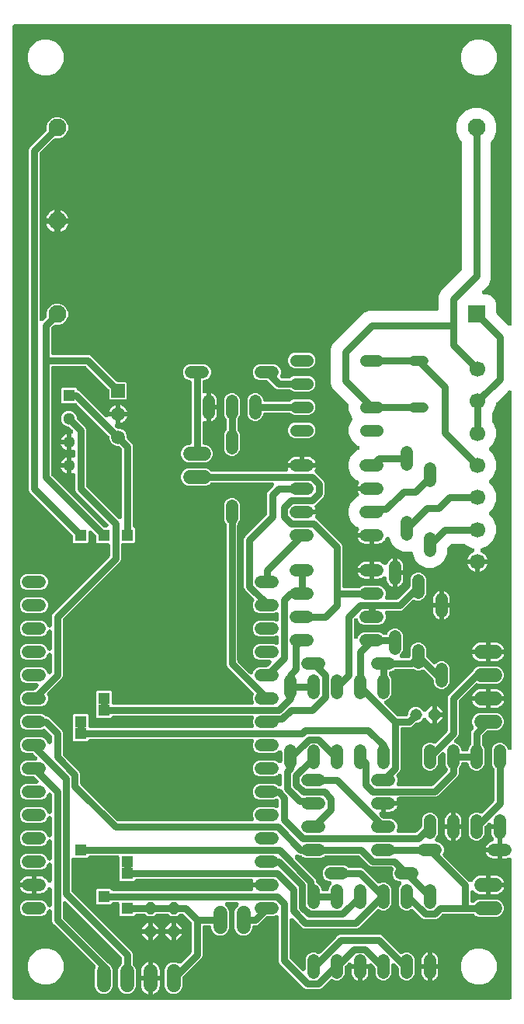
<source format=gbr>
G04 EAGLE Gerber RS-274X export*
G75*
%MOMM*%
%FSLAX34Y34*%
%LPD*%
%INBottom Copper*%
%IPPOS*%
%AMOC8*
5,1,8,0,0,1.08239X$1,22.5*%
G01*
%ADD10C,1.312800*%
%ADD11C,1.300000*%
%ADD12R,1.950000X1.950000*%
%ADD13C,1.950000*%
%ADD14R,1.500000X1.500000*%
%ADD15C,1.500000*%
%ADD16R,1.300000X1.300000*%
%ADD17C,1.300000*%
%ADD18C,1.524000*%
%ADD19P,1.420962X8X292.500000*%
%ADD20C,1.700000*%
%ADD21C,1.100000*%
%ADD22P,1.420962X8X22.500000*%
%ADD23C,1.312800*%
%ADD24C,0.762000*%

G36*
X544135Y2004D02*
X544135Y2004D01*
X544169Y2002D01*
X544358Y2024D01*
X544549Y2041D01*
X544582Y2050D01*
X544616Y2054D01*
X544799Y2109D01*
X544983Y2159D01*
X545014Y2174D01*
X545047Y2184D01*
X545218Y2271D01*
X545390Y2353D01*
X545418Y2373D01*
X545449Y2388D01*
X545601Y2504D01*
X545756Y2615D01*
X545780Y2640D01*
X545807Y2660D01*
X545936Y2800D01*
X546070Y2937D01*
X546089Y2966D01*
X546113Y2992D01*
X546215Y3153D01*
X546322Y3310D01*
X546336Y3342D01*
X546354Y3371D01*
X546427Y3548D01*
X546504Y3722D01*
X546512Y3756D01*
X546525Y3788D01*
X546565Y3975D01*
X546611Y4160D01*
X546613Y4194D01*
X546620Y4228D01*
X546639Y4540D01*
X546639Y154201D01*
X546621Y154408D01*
X546605Y154615D01*
X546601Y154632D01*
X546599Y154649D01*
X546545Y154848D01*
X546493Y155051D01*
X546485Y155067D01*
X546481Y155084D01*
X546392Y155270D01*
X546305Y155460D01*
X546295Y155475D01*
X546287Y155490D01*
X546167Y155658D01*
X546048Y155830D01*
X546035Y155842D01*
X546025Y155856D01*
X545876Y156001D01*
X545730Y156148D01*
X545715Y156158D01*
X545703Y156170D01*
X545530Y156287D01*
X545360Y156405D01*
X545344Y156413D01*
X545330Y156422D01*
X545139Y156507D01*
X544951Y156593D01*
X544934Y156598D01*
X544918Y156605D01*
X544716Y156654D01*
X544515Y156706D01*
X544497Y156707D01*
X544480Y156711D01*
X544274Y156724D01*
X544066Y156740D01*
X544048Y156738D01*
X544031Y156739D01*
X543825Y156715D01*
X543618Y156694D01*
X543598Y156689D01*
X543584Y156687D01*
X543539Y156673D01*
X543315Y156616D01*
X542096Y156220D01*
X540680Y155995D01*
X535939Y155995D01*
X535939Y165100D01*
X535939Y190500D01*
X535936Y190534D01*
X535938Y190569D01*
X535916Y190758D01*
X535899Y190948D01*
X535890Y190982D01*
X535886Y191016D01*
X535831Y191199D01*
X535781Y191383D01*
X535766Y191414D01*
X535756Y191447D01*
X535669Y191618D01*
X535588Y191789D01*
X535567Y191817D01*
X535552Y191848D01*
X535436Y192000D01*
X535325Y192155D01*
X535325Y192156D01*
X535301Y192180D01*
X535280Y192207D01*
X535279Y192207D01*
X535139Y192337D01*
X535002Y192470D01*
X534974Y192489D01*
X534948Y192513D01*
X534787Y192615D01*
X534629Y192722D01*
X534598Y192736D01*
X534568Y192754D01*
X534392Y192827D01*
X534217Y192904D01*
X534184Y192912D01*
X534152Y192925D01*
X533965Y192966D01*
X533780Y193011D01*
X533746Y193013D01*
X533712Y193020D01*
X533400Y193039D01*
X524218Y193039D01*
X524216Y193047D01*
X524196Y193149D01*
X524162Y193238D01*
X524137Y193330D01*
X524120Y193366D01*
X524112Y193392D01*
X524073Y193468D01*
X524034Y193569D01*
X523984Y193651D01*
X523943Y193737D01*
X523918Y193772D01*
X523908Y193793D01*
X523859Y193857D01*
X523800Y193954D01*
X523737Y194025D01*
X523681Y194103D01*
X523648Y194135D01*
X523636Y194152D01*
X523579Y194204D01*
X523502Y194291D01*
X523427Y194350D01*
X523359Y194417D01*
X523318Y194444D01*
X523304Y194457D01*
X523242Y194496D01*
X523149Y194570D01*
X523065Y194616D01*
X522986Y194669D01*
X522939Y194690D01*
X522925Y194699D01*
X522859Y194726D01*
X522752Y194783D01*
X522661Y194813D01*
X522574Y194851D01*
X522523Y194864D01*
X522508Y194870D01*
X522441Y194884D01*
X522324Y194922D01*
X522229Y194935D01*
X522136Y194958D01*
X522083Y194961D01*
X522068Y194965D01*
X521976Y194970D01*
X521878Y194984D01*
X521805Y194981D01*
X521756Y194984D01*
X521753Y194984D01*
X521739Y194982D01*
X521687Y194986D01*
X521558Y194971D01*
X521428Y194965D01*
X521348Y194948D01*
X521305Y194944D01*
X521288Y194939D01*
X521240Y194934D01*
X521115Y194896D01*
X520988Y194868D01*
X520917Y194838D01*
X520870Y194825D01*
X520851Y194816D01*
X520809Y194803D01*
X520693Y194744D01*
X520573Y194694D01*
X520512Y194655D01*
X520464Y194632D01*
X520442Y194617D01*
X520407Y194599D01*
X520304Y194520D01*
X520195Y194450D01*
X520132Y194394D01*
X520098Y194370D01*
X520076Y194348D01*
X520049Y194327D01*
X520018Y194294D01*
X519960Y194243D01*
X517308Y191591D01*
X517203Y191465D01*
X517091Y191344D01*
X517059Y191292D01*
X517020Y191246D01*
X516938Y191103D01*
X516850Y190964D01*
X516826Y190907D01*
X516796Y190855D01*
X516741Y190700D01*
X516679Y190547D01*
X516666Y190488D01*
X516645Y190430D01*
X516619Y190268D01*
X516584Y190107D01*
X516579Y190030D01*
X516572Y189986D01*
X516573Y189925D01*
X516565Y189795D01*
X516565Y182232D01*
X515261Y179084D01*
X512852Y176675D01*
X509704Y175371D01*
X506296Y175371D01*
X503148Y176675D01*
X500739Y179084D01*
X499435Y182232D01*
X499435Y198768D01*
X500739Y201916D01*
X503148Y204325D01*
X506296Y205629D01*
X509704Y205629D01*
X511818Y204753D01*
X512022Y204689D01*
X512222Y204624D01*
X512235Y204622D01*
X512248Y204618D01*
X512459Y204591D01*
X512668Y204562D01*
X512682Y204563D01*
X512695Y204561D01*
X512905Y204572D01*
X513118Y204581D01*
X513131Y204584D01*
X513144Y204584D01*
X513350Y204632D01*
X513558Y204678D01*
X513570Y204683D01*
X513583Y204686D01*
X513777Y204770D01*
X513973Y204852D01*
X513984Y204859D01*
X513997Y204864D01*
X514173Y204981D01*
X514351Y205096D01*
X514363Y205107D01*
X514372Y205113D01*
X514401Y205140D01*
X514586Y205303D01*
X526846Y217563D01*
X526951Y217689D01*
X527063Y217810D01*
X527095Y217862D01*
X527134Y217908D01*
X527216Y218051D01*
X527304Y218190D01*
X527328Y218247D01*
X527358Y218299D01*
X527413Y218454D01*
X527475Y218607D01*
X527488Y218666D01*
X527509Y218724D01*
X527535Y218886D01*
X527570Y219047D01*
X527575Y219124D01*
X527582Y219168D01*
X527581Y219229D01*
X527589Y219359D01*
X527589Y252783D01*
X527575Y252946D01*
X527568Y253111D01*
X527555Y253170D01*
X527549Y253231D01*
X527506Y253390D01*
X527470Y253550D01*
X527447Y253607D01*
X527431Y253665D01*
X527360Y253814D01*
X527297Y253966D01*
X527264Y254017D01*
X527237Y254072D01*
X527142Y254206D01*
X527052Y254344D01*
X527001Y254402D01*
X526975Y254438D01*
X526932Y254481D01*
X526846Y254578D01*
X526139Y255284D01*
X524835Y258432D01*
X524835Y274968D01*
X526139Y278116D01*
X528548Y280525D01*
X531696Y281829D01*
X535104Y281829D01*
X538252Y280525D01*
X540661Y278116D01*
X541754Y275476D01*
X541836Y275319D01*
X541913Y275158D01*
X541940Y275120D01*
X541963Y275077D01*
X542071Y274937D01*
X542175Y274792D01*
X542209Y274759D01*
X542238Y274721D01*
X542370Y274602D01*
X542497Y274478D01*
X542537Y274452D01*
X542573Y274419D01*
X542723Y274326D01*
X542870Y274226D01*
X542914Y274207D01*
X542955Y274182D01*
X543120Y274116D01*
X543282Y274044D01*
X543329Y274033D01*
X543373Y274015D01*
X543547Y273979D01*
X543720Y273937D01*
X543767Y273934D01*
X543814Y273925D01*
X543992Y273921D01*
X544169Y273910D01*
X544217Y273915D01*
X544264Y273914D01*
X544440Y273941D01*
X544616Y273962D01*
X544662Y273976D01*
X544709Y273983D01*
X544877Y274041D01*
X545047Y274092D01*
X545090Y274114D01*
X545135Y274129D01*
X545290Y274216D01*
X545449Y274296D01*
X545487Y274325D01*
X545528Y274349D01*
X545666Y274461D01*
X545807Y274568D01*
X545840Y274604D01*
X545877Y274634D01*
X545992Y274769D01*
X546113Y274899D01*
X546138Y274940D01*
X546169Y274976D01*
X546259Y275129D01*
X546354Y275279D01*
X546373Y275324D01*
X546397Y275365D01*
X546458Y275531D01*
X546525Y275696D01*
X546535Y275743D01*
X546552Y275787D01*
X546583Y275962D01*
X546620Y276136D01*
X546624Y276195D01*
X546630Y276231D01*
X546630Y276294D01*
X546639Y276448D01*
X546639Y663349D01*
X546628Y663479D01*
X546626Y663609D01*
X546608Y663702D01*
X546599Y663798D01*
X546565Y663923D01*
X546540Y664051D01*
X546506Y664140D01*
X546481Y664232D01*
X546425Y664349D01*
X546378Y664471D01*
X546328Y664553D01*
X546287Y664639D01*
X546212Y664744D01*
X546144Y664856D01*
X546081Y664927D01*
X546025Y665005D01*
X545932Y665096D01*
X545846Y665193D01*
X545771Y665252D01*
X545703Y665319D01*
X545595Y665392D01*
X545493Y665472D01*
X545409Y665517D01*
X545330Y665571D01*
X545211Y665624D01*
X545096Y665685D01*
X545005Y665715D01*
X544918Y665753D01*
X544791Y665784D01*
X544668Y665824D01*
X544573Y665837D01*
X544480Y665860D01*
X544351Y665868D01*
X544222Y665886D01*
X544126Y665882D01*
X544031Y665888D01*
X543902Y665872D01*
X543772Y665867D01*
X543679Y665847D01*
X543584Y665835D01*
X543459Y665798D01*
X543332Y665770D01*
X543244Y665733D01*
X543153Y665705D01*
X543037Y665646D01*
X542917Y665596D01*
X542837Y665544D01*
X542751Y665501D01*
X542648Y665422D01*
X542539Y665352D01*
X542441Y665266D01*
X542393Y665229D01*
X542362Y665196D01*
X542304Y665145D01*
X541909Y664749D01*
X530244Y653085D01*
X530139Y652958D01*
X530027Y652838D01*
X529995Y652786D01*
X529956Y652739D01*
X529874Y652597D01*
X529786Y652458D01*
X529762Y652401D01*
X529732Y652348D01*
X529677Y652193D01*
X529615Y652041D01*
X529602Y651982D01*
X529581Y651924D01*
X529555Y651762D01*
X529520Y651601D01*
X529515Y651524D01*
X529508Y651480D01*
X529509Y651419D01*
X529501Y651289D01*
X529501Y650122D01*
X526380Y642587D01*
X525554Y641762D01*
X525449Y641636D01*
X525337Y641515D01*
X525305Y641464D01*
X525266Y641417D01*
X525184Y641274D01*
X525096Y641135D01*
X525072Y641079D01*
X525042Y641026D01*
X524987Y640871D01*
X524925Y640719D01*
X524912Y640659D01*
X524891Y640601D01*
X524865Y640439D01*
X524830Y640278D01*
X524825Y640201D01*
X524818Y640157D01*
X524819Y640096D01*
X524811Y639967D01*
X524811Y633433D01*
X524825Y633270D01*
X524832Y633105D01*
X524845Y633046D01*
X524851Y632985D01*
X524894Y632826D01*
X524930Y632666D01*
X524953Y632609D01*
X524969Y632551D01*
X525040Y632403D01*
X525103Y632250D01*
X525136Y632199D01*
X525163Y632144D01*
X525258Y632011D01*
X525348Y631872D01*
X525399Y631814D01*
X525425Y631778D01*
X525468Y631735D01*
X525554Y631638D01*
X526380Y630813D01*
X529501Y623278D01*
X529501Y615122D01*
X526380Y607587D01*
X522288Y603496D01*
X522266Y603469D01*
X522240Y603446D01*
X522122Y603297D01*
X521999Y603150D01*
X521982Y603120D01*
X521960Y603093D01*
X521870Y602925D01*
X521776Y602759D01*
X521764Y602727D01*
X521748Y602696D01*
X521689Y602515D01*
X521625Y602335D01*
X521619Y602301D01*
X521609Y602268D01*
X521583Y602079D01*
X521551Y601891D01*
X521552Y601856D01*
X521547Y601822D01*
X521555Y601631D01*
X521557Y601440D01*
X521564Y601406D01*
X521565Y601372D01*
X521607Y601186D01*
X521643Y600998D01*
X521656Y600966D01*
X521663Y600932D01*
X521736Y600757D01*
X521805Y600578D01*
X521823Y600549D01*
X521837Y600517D01*
X521940Y600357D01*
X522039Y600194D01*
X522062Y600168D01*
X522081Y600139D01*
X522288Y599904D01*
X526380Y595813D01*
X529501Y588278D01*
X529501Y580122D01*
X526380Y572587D01*
X522288Y568496D01*
X522266Y568469D01*
X522240Y568446D01*
X522122Y568297D01*
X521999Y568150D01*
X521982Y568120D01*
X521960Y568093D01*
X521870Y567925D01*
X521776Y567759D01*
X521764Y567727D01*
X521748Y567696D01*
X521689Y567515D01*
X521625Y567335D01*
X521619Y567301D01*
X521609Y567268D01*
X521583Y567079D01*
X521551Y566891D01*
X521552Y566856D01*
X521547Y566822D01*
X521555Y566631D01*
X521557Y566440D01*
X521564Y566406D01*
X521565Y566372D01*
X521607Y566186D01*
X521643Y565998D01*
X521656Y565966D01*
X521663Y565932D01*
X521736Y565757D01*
X521805Y565578D01*
X521823Y565549D01*
X521837Y565517D01*
X521940Y565357D01*
X522039Y565194D01*
X522062Y565168D01*
X522081Y565139D01*
X522288Y564904D01*
X526380Y560813D01*
X529501Y553278D01*
X529501Y545122D01*
X526380Y537587D01*
X522288Y533496D01*
X522266Y533469D01*
X522240Y533446D01*
X522122Y533297D01*
X521999Y533150D01*
X521982Y533120D01*
X521960Y533093D01*
X521870Y532925D01*
X521776Y532759D01*
X521764Y532727D01*
X521748Y532696D01*
X521689Y532515D01*
X521625Y532335D01*
X521619Y532301D01*
X521609Y532268D01*
X521583Y532079D01*
X521551Y531891D01*
X521552Y531856D01*
X521547Y531822D01*
X521555Y531631D01*
X521557Y531440D01*
X521564Y531406D01*
X521565Y531372D01*
X521607Y531186D01*
X521643Y530998D01*
X521656Y530966D01*
X521663Y530932D01*
X521736Y530757D01*
X521805Y530578D01*
X521823Y530549D01*
X521837Y530517D01*
X521940Y530357D01*
X522039Y530194D01*
X522062Y530168D01*
X522081Y530139D01*
X522288Y529904D01*
X526380Y525813D01*
X529501Y518278D01*
X529501Y510122D01*
X526380Y502587D01*
X520613Y496820D01*
X513635Y493930D01*
X513608Y493916D01*
X513580Y493906D01*
X513409Y493812D01*
X513236Y493722D01*
X513212Y493703D01*
X513186Y493688D01*
X513034Y493565D01*
X512880Y493446D01*
X512860Y493423D01*
X512836Y493404D01*
X512710Y493257D01*
X512579Y493112D01*
X512563Y493086D01*
X512543Y493063D01*
X512444Y492895D01*
X512341Y492729D01*
X512329Y492701D01*
X512314Y492675D01*
X512246Y492493D01*
X512174Y492311D01*
X512168Y492281D01*
X512157Y492253D01*
X512123Y492061D01*
X512084Y491870D01*
X512083Y491840D01*
X512078Y491810D01*
X512078Y491615D01*
X512073Y491420D01*
X512078Y491390D01*
X512078Y491359D01*
X512112Y491168D01*
X512142Y490975D01*
X512152Y490946D01*
X512157Y490916D01*
X512225Y490733D01*
X512288Y490549D01*
X512303Y490522D01*
X512314Y490494D01*
X512413Y490326D01*
X512508Y490156D01*
X512527Y490132D01*
X512542Y490106D01*
X512670Y489958D01*
X512793Y489807D01*
X512816Y489788D01*
X512836Y489765D01*
X512987Y489642D01*
X513135Y489515D01*
X513162Y489500D01*
X513185Y489480D01*
X513454Y489322D01*
X514787Y488643D01*
X516192Y487622D01*
X517422Y486392D01*
X518443Y484987D01*
X519232Y483438D01*
X519716Y481949D01*
X509210Y481949D01*
X509176Y481946D01*
X509141Y481948D01*
X509025Y481935D01*
X508790Y481949D01*
X498284Y481949D01*
X498768Y483438D01*
X499557Y484987D01*
X500578Y486392D01*
X501808Y487622D01*
X503213Y488643D01*
X504546Y489322D01*
X504571Y489338D01*
X504599Y489350D01*
X504762Y489457D01*
X504927Y489561D01*
X504950Y489581D01*
X504975Y489598D01*
X505116Y489733D01*
X505260Y489864D01*
X505279Y489888D01*
X505301Y489909D01*
X505416Y490066D01*
X505535Y490221D01*
X505549Y490248D01*
X505567Y490272D01*
X505652Y490447D01*
X505742Y490620D01*
X505751Y490649D01*
X505764Y490677D01*
X505818Y490864D01*
X505875Y491050D01*
X505879Y491081D01*
X505887Y491110D01*
X505907Y491304D01*
X505931Y491497D01*
X505929Y491528D01*
X505932Y491558D01*
X505917Y491753D01*
X505906Y491947D01*
X505899Y491977D01*
X505897Y492007D01*
X505847Y492195D01*
X505803Y492385D01*
X505790Y492413D01*
X505783Y492442D01*
X505701Y492620D01*
X505623Y492798D01*
X505606Y492823D01*
X505594Y492851D01*
X505481Y493011D01*
X505374Y493173D01*
X505353Y493195D01*
X505335Y493220D01*
X505197Y493357D01*
X505062Y493498D01*
X505037Y493516D01*
X505016Y493537D01*
X504855Y493648D01*
X504698Y493763D01*
X504671Y493776D01*
X504645Y493793D01*
X504365Y493930D01*
X497387Y496820D01*
X496562Y497646D01*
X496436Y497751D01*
X496315Y497863D01*
X496264Y497895D01*
X496217Y497934D01*
X496074Y498016D01*
X495935Y498104D01*
X495879Y498128D01*
X495826Y498158D01*
X495671Y498213D01*
X495519Y498275D01*
X495459Y498288D01*
X495401Y498309D01*
X495239Y498335D01*
X495078Y498370D01*
X495001Y498375D01*
X494957Y498382D01*
X494896Y498381D01*
X494767Y498389D01*
X481161Y498389D01*
X480997Y498375D01*
X480833Y498368D01*
X480773Y498355D01*
X480712Y498349D01*
X480553Y498306D01*
X480393Y498270D01*
X480337Y498247D01*
X480278Y498231D01*
X480130Y498160D01*
X479978Y498097D01*
X479926Y498064D01*
X479871Y498037D01*
X479738Y497942D01*
X479599Y497852D01*
X479542Y497801D01*
X479505Y497775D01*
X479463Y497732D01*
X479365Y497646D01*
X476508Y494789D01*
X476403Y494662D01*
X476291Y494542D01*
X476259Y494490D01*
X476220Y494443D01*
X476138Y494301D01*
X476050Y494162D01*
X476026Y494105D01*
X475996Y494052D01*
X475941Y493898D01*
X475879Y493745D01*
X475866Y493686D01*
X475845Y493628D01*
X475819Y493466D01*
X475784Y493305D01*
X475779Y493228D01*
X475772Y493184D01*
X475773Y493123D01*
X475765Y492993D01*
X475765Y487583D01*
X472938Y480760D01*
X467716Y475538D01*
X460893Y472711D01*
X453507Y472711D01*
X446684Y475538D01*
X441462Y480760D01*
X438635Y487583D01*
X438635Y487993D01*
X438628Y488075D01*
X438630Y488158D01*
X438608Y488299D01*
X438595Y488441D01*
X438574Y488521D01*
X438561Y488603D01*
X438514Y488738D01*
X438477Y488876D01*
X438441Y488950D01*
X438414Y489028D01*
X438345Y489153D01*
X438283Y489282D01*
X438235Y489349D01*
X438195Y489422D01*
X438104Y489532D01*
X438021Y489648D01*
X437962Y489706D01*
X437910Y489770D01*
X437801Y489863D01*
X437699Y489962D01*
X437630Y490009D01*
X437567Y490062D01*
X437444Y490134D01*
X437326Y490214D01*
X437250Y490248D01*
X437179Y490290D01*
X437045Y490339D01*
X436914Y490397D01*
X436833Y490416D01*
X436756Y490445D01*
X436615Y490469D01*
X436476Y490503D01*
X436394Y490508D01*
X436312Y490523D01*
X436169Y490522D01*
X436027Y490531D01*
X435945Y490521D01*
X435862Y490521D01*
X435722Y490495D01*
X435686Y490491D01*
X428107Y490491D01*
X421284Y493318D01*
X416062Y498540D01*
X413485Y504761D01*
X413483Y504765D01*
X413482Y504769D01*
X413380Y504962D01*
X413276Y505160D01*
X413274Y505163D01*
X413272Y505167D01*
X413136Y505341D01*
X413001Y505516D01*
X412997Y505519D01*
X412995Y505522D01*
X412827Y505672D01*
X412666Y505817D01*
X412663Y505820D01*
X412659Y505823D01*
X412465Y505942D01*
X412284Y506055D01*
X412280Y506057D01*
X412276Y506059D01*
X412071Y506140D01*
X411866Y506222D01*
X411861Y506223D01*
X411858Y506224D01*
X411644Y506267D01*
X411425Y506312D01*
X411420Y506312D01*
X411416Y506313D01*
X411197Y506318D01*
X410975Y506323D01*
X410970Y506322D01*
X410966Y506322D01*
X410751Y506288D01*
X410530Y506254D01*
X410525Y506253D01*
X410521Y506252D01*
X410312Y506179D01*
X410104Y506108D01*
X410100Y506105D01*
X410096Y506104D01*
X409902Y505995D01*
X409710Y505888D01*
X409707Y505886D01*
X409703Y505883D01*
X409533Y505743D01*
X409362Y505603D01*
X409359Y505600D01*
X409356Y505597D01*
X409213Y505428D01*
X409070Y505261D01*
X409067Y505257D01*
X409065Y505254D01*
X408954Y505063D01*
X408842Y504872D01*
X408841Y504868D01*
X408839Y504864D01*
X408724Y504573D01*
X408702Y504505D01*
X408051Y503228D01*
X407209Y502069D01*
X406195Y501055D01*
X405036Y500213D01*
X403759Y499562D01*
X402396Y499119D01*
X400980Y498895D01*
X396239Y498895D01*
X396239Y508000D01*
X396236Y508034D01*
X396238Y508069D01*
X396216Y508258D01*
X396199Y508448D01*
X396190Y508482D01*
X396186Y508516D01*
X396131Y508699D01*
X396081Y508883D01*
X396066Y508914D01*
X396056Y508947D01*
X395969Y509118D01*
X395888Y509289D01*
X395867Y509317D01*
X395852Y509348D01*
X395736Y509500D01*
X395625Y509655D01*
X395625Y509656D01*
X395601Y509680D01*
X395580Y509707D01*
X395579Y509707D01*
X395439Y509837D01*
X395302Y509970D01*
X395274Y509989D01*
X395248Y510013D01*
X395087Y510115D01*
X394929Y510222D01*
X394898Y510236D01*
X394868Y510254D01*
X394692Y510327D01*
X394517Y510404D01*
X394484Y510412D01*
X394452Y510425D01*
X394265Y510466D01*
X394080Y510511D01*
X394046Y510513D01*
X394012Y510520D01*
X393700Y510539D01*
X378388Y510539D01*
X378698Y511495D01*
X379349Y512772D01*
X379555Y513056D01*
X379611Y513149D01*
X379675Y513236D01*
X379726Y513341D01*
X379786Y513442D01*
X379825Y513543D01*
X379872Y513641D01*
X379904Y513753D01*
X379946Y513863D01*
X379966Y513970D01*
X379995Y514074D01*
X380007Y514190D01*
X380028Y514306D01*
X380029Y514414D01*
X380040Y514522D01*
X380031Y514639D01*
X380032Y514756D01*
X380013Y514863D01*
X380005Y514971D01*
X379975Y515084D01*
X379955Y515200D01*
X379918Y515302D01*
X379891Y515406D01*
X379842Y515513D01*
X379801Y515623D01*
X379747Y515717D01*
X379702Y515815D01*
X379634Y515911D01*
X379576Y516012D01*
X379505Y516095D01*
X379443Y516184D01*
X379360Y516266D01*
X379284Y516356D01*
X379201Y516425D01*
X379124Y516501D01*
X379027Y516568D01*
X378937Y516642D01*
X378842Y516696D01*
X378753Y516757D01*
X378599Y516833D01*
X378545Y516863D01*
X378516Y516873D01*
X378473Y516894D01*
X376620Y517662D01*
X371398Y522884D01*
X368571Y529707D01*
X368571Y537093D01*
X371398Y543916D01*
X376620Y549138D01*
X378473Y549906D01*
X378569Y549956D01*
X378669Y549997D01*
X378768Y550060D01*
X378872Y550114D01*
X378957Y550181D01*
X379049Y550239D01*
X379135Y550318D01*
X379228Y550390D01*
X379300Y550470D01*
X379380Y550544D01*
X379451Y550637D01*
X379529Y550724D01*
X379586Y550816D01*
X379652Y550903D01*
X379705Y551007D01*
X379767Y551107D01*
X379807Y551207D01*
X379856Y551304D01*
X379890Y551416D01*
X379934Y551525D01*
X379955Y551631D01*
X379987Y551735D01*
X380000Y551851D01*
X380024Y551966D01*
X380027Y552074D01*
X380039Y552182D01*
X380032Y552299D01*
X380035Y552416D01*
X380018Y552523D01*
X380012Y552631D01*
X379984Y552745D01*
X379966Y552861D01*
X379931Y552964D01*
X379905Y553069D01*
X379858Y553176D01*
X379819Y553287D01*
X379767Y553382D01*
X379723Y553481D01*
X379630Y553626D01*
X379600Y553680D01*
X379581Y553704D01*
X379555Y553744D01*
X379349Y554028D01*
X378698Y555305D01*
X378388Y556261D01*
X393700Y556261D01*
X393734Y556264D01*
X393769Y556262D01*
X393958Y556284D01*
X394148Y556300D01*
X394182Y556310D01*
X394216Y556314D01*
X394399Y556369D01*
X394583Y556419D01*
X394614Y556434D01*
X394647Y556444D01*
X394818Y556531D01*
X394989Y556612D01*
X395017Y556633D01*
X395048Y556648D01*
X395200Y556763D01*
X395355Y556875D01*
X395379Y556899D01*
X395407Y556920D01*
X395536Y557060D01*
X395669Y557197D01*
X395689Y557226D01*
X395712Y557251D01*
X395815Y557412D01*
X395921Y557570D01*
X395935Y557602D01*
X395954Y557631D01*
X396026Y557808D01*
X396104Y557982D01*
X396112Y558016D01*
X396125Y558048D01*
X396165Y558234D01*
X396210Y558419D01*
X396212Y558454D01*
X396220Y558488D01*
X396239Y558800D01*
X396236Y558835D01*
X396238Y558869D01*
X396216Y559059D01*
X396199Y559249D01*
X396190Y559282D01*
X396186Y559316D01*
X396131Y559499D01*
X396080Y559683D01*
X396066Y559714D01*
X396056Y559747D01*
X395969Y559918D01*
X395887Y560090D01*
X395867Y560118D01*
X395851Y560149D01*
X395736Y560301D01*
X395625Y560456D01*
X395600Y560480D01*
X395579Y560507D01*
X395439Y560637D01*
X395302Y560770D01*
X395274Y560789D01*
X395248Y560813D01*
X395087Y560915D01*
X394929Y561022D01*
X394898Y561036D01*
X394868Y561054D01*
X394692Y561127D01*
X394517Y561204D01*
X394484Y561212D01*
X394452Y561225D01*
X394265Y561266D01*
X394080Y561311D01*
X394046Y561313D01*
X394012Y561320D01*
X393700Y561339D01*
X378388Y561339D01*
X378698Y562295D01*
X379349Y563572D01*
X379555Y563856D01*
X379611Y563949D01*
X379675Y564036D01*
X379726Y564141D01*
X379786Y564242D01*
X379825Y564343D01*
X379872Y564441D01*
X379904Y564553D01*
X379946Y564663D01*
X379966Y564770D01*
X379995Y564874D01*
X380007Y564990D01*
X380028Y565106D01*
X380029Y565214D01*
X380040Y565322D01*
X380031Y565439D01*
X380032Y565556D01*
X380013Y565663D01*
X380005Y565771D01*
X379975Y565884D01*
X379955Y566000D01*
X379918Y566102D01*
X379891Y566206D01*
X379842Y566313D01*
X379801Y566423D01*
X379747Y566517D01*
X379702Y566615D01*
X379634Y566711D01*
X379576Y566812D01*
X379505Y566895D01*
X379443Y566984D01*
X379360Y567066D01*
X379284Y567156D01*
X379201Y567225D01*
X379124Y567301D01*
X379027Y567368D01*
X378937Y567442D01*
X378842Y567496D01*
X378753Y567557D01*
X378599Y567633D01*
X378545Y567663D01*
X378516Y567673D01*
X378473Y567694D01*
X376620Y568462D01*
X371398Y573684D01*
X368571Y580507D01*
X368571Y587893D01*
X371398Y594716D01*
X376620Y599938D01*
X379067Y600952D01*
X379182Y601012D01*
X379301Y601064D01*
X379381Y601116D01*
X379466Y601160D01*
X379569Y601240D01*
X379677Y601312D01*
X379746Y601378D01*
X379822Y601436D01*
X379909Y601533D01*
X380003Y601622D01*
X380060Y601700D01*
X380123Y601770D01*
X380192Y601881D01*
X380269Y601986D01*
X380311Y602072D01*
X380361Y602153D01*
X380409Y602273D01*
X380467Y602390D01*
X380493Y602482D01*
X380528Y602571D01*
X380554Y602698D01*
X380590Y602823D01*
X380599Y602918D01*
X380618Y603012D01*
X380621Y603142D01*
X380634Y603272D01*
X380627Y603367D01*
X380629Y603462D01*
X380609Y603591D01*
X380599Y603720D01*
X380575Y603813D01*
X380560Y603907D01*
X380518Y604030D01*
X380485Y604156D01*
X380445Y604243D01*
X380414Y604333D01*
X380350Y604447D01*
X380296Y604565D01*
X380241Y604643D01*
X380194Y604726D01*
X380112Y604827D01*
X380037Y604933D01*
X379970Y605001D01*
X379909Y605075D01*
X379810Y605159D01*
X379718Y605251D01*
X379640Y605305D01*
X379567Y605367D01*
X379455Y605433D01*
X379348Y605507D01*
X379231Y605564D01*
X379178Y605595D01*
X379136Y605610D01*
X379067Y605644D01*
X376720Y606616D01*
X371516Y611820D01*
X368699Y618620D01*
X368699Y625980D01*
X371516Y632780D01*
X371940Y633204D01*
X371963Y633231D01*
X371989Y633254D01*
X372106Y633403D01*
X372229Y633550D01*
X372247Y633580D01*
X372268Y633607D01*
X372358Y633775D01*
X372453Y633941D01*
X372464Y633973D01*
X372481Y634004D01*
X372540Y634185D01*
X372604Y634365D01*
X372609Y634399D01*
X372620Y634432D01*
X372646Y634621D01*
X372677Y634809D01*
X372677Y634844D01*
X372681Y634878D01*
X372674Y635069D01*
X372671Y635259D01*
X372664Y635293D01*
X372663Y635328D01*
X372622Y635513D01*
X372585Y635702D01*
X372573Y635734D01*
X372565Y635768D01*
X372492Y635943D01*
X372423Y636122D01*
X372405Y636151D01*
X372392Y636183D01*
X372288Y636343D01*
X372189Y636506D01*
X372166Y636532D01*
X372147Y636561D01*
X371941Y636796D01*
X371516Y637220D01*
X368699Y644020D01*
X368699Y649289D01*
X368685Y649453D01*
X368678Y649617D01*
X368665Y649677D01*
X368659Y649738D01*
X368616Y649897D01*
X368580Y650057D01*
X368557Y650113D01*
X368541Y650172D01*
X368470Y650320D01*
X368407Y650472D01*
X368374Y650524D01*
X368347Y650579D01*
X368252Y650712D01*
X368162Y650851D01*
X368111Y650908D01*
X368085Y650945D01*
X368042Y650987D01*
X367956Y651085D01*
X356291Y662749D01*
X351486Y667554D01*
X349079Y673365D01*
X349079Y710886D01*
X351486Y716697D01*
X384793Y750004D01*
X390604Y752411D01*
X464090Y752411D01*
X464125Y752414D01*
X464159Y752412D01*
X464348Y752434D01*
X464539Y752451D01*
X464572Y752460D01*
X464606Y752464D01*
X464789Y752519D01*
X464973Y752569D01*
X465004Y752584D01*
X465037Y752594D01*
X465208Y752681D01*
X465380Y752763D01*
X465408Y752783D01*
X465439Y752798D01*
X465591Y752914D01*
X465746Y753025D01*
X465770Y753050D01*
X465797Y753070D01*
X465926Y753210D01*
X466060Y753347D01*
X466079Y753376D01*
X466103Y753402D01*
X466205Y753563D01*
X466312Y753720D01*
X466326Y753752D01*
X466344Y753781D01*
X466417Y753958D01*
X466494Y754132D01*
X466502Y754166D01*
X466515Y754198D01*
X466555Y754385D01*
X466601Y754570D01*
X466603Y754604D01*
X466610Y754638D01*
X466629Y754950D01*
X466629Y768344D01*
X469036Y774155D01*
X491446Y796564D01*
X491551Y796690D01*
X491663Y796811D01*
X491695Y796863D01*
X491734Y796909D01*
X491816Y797052D01*
X491904Y797191D01*
X491928Y797247D01*
X491958Y797300D01*
X492013Y797455D01*
X492075Y797607D01*
X492088Y797667D01*
X492109Y797725D01*
X492135Y797887D01*
X492170Y798048D01*
X492175Y798125D01*
X492182Y798169D01*
X492181Y798230D01*
X492189Y798360D01*
X492189Y936099D01*
X492175Y936262D01*
X492168Y936427D01*
X492155Y936486D01*
X492149Y936547D01*
X492106Y936706D01*
X492070Y936866D01*
X492047Y936923D01*
X492031Y936982D01*
X491960Y937130D01*
X491897Y937282D01*
X491864Y937333D01*
X491837Y937388D01*
X491742Y937522D01*
X491652Y937660D01*
X491601Y937718D01*
X491575Y937754D01*
X491532Y937797D01*
X491446Y937894D01*
X489561Y939779D01*
X486249Y947774D01*
X486249Y956426D01*
X489561Y964421D01*
X495679Y970539D01*
X503674Y973851D01*
X512326Y973851D01*
X520321Y970539D01*
X526439Y964421D01*
X529751Y956426D01*
X529751Y947774D01*
X526439Y939779D01*
X524554Y937894D01*
X524449Y937768D01*
X524337Y937647D01*
X524305Y937596D01*
X524266Y937549D01*
X524184Y937406D01*
X524096Y937267D01*
X524072Y937211D01*
X524042Y937158D01*
X523987Y937003D01*
X523925Y936851D01*
X523912Y936791D01*
X523891Y936734D01*
X523865Y936571D01*
X523830Y936411D01*
X523825Y936334D01*
X523818Y936289D01*
X523819Y936228D01*
X523811Y936099D01*
X523811Y787614D01*
X521404Y781803D01*
X514587Y774986D01*
X514503Y774886D01*
X514412Y774793D01*
X514359Y774713D01*
X514298Y774640D01*
X514233Y774527D01*
X514160Y774420D01*
X514122Y774332D01*
X514074Y774249D01*
X514031Y774127D01*
X513978Y774008D01*
X513955Y773915D01*
X513923Y773825D01*
X513902Y773697D01*
X513871Y773570D01*
X513866Y773475D01*
X513850Y773381D01*
X513852Y773251D01*
X513844Y773121D01*
X513855Y773026D01*
X513856Y772930D01*
X513881Y772803D01*
X513896Y772674D01*
X513924Y772582D01*
X513942Y772488D01*
X513988Y772367D01*
X514026Y772243D01*
X514070Y772158D01*
X514104Y772068D01*
X514172Y771957D01*
X514231Y771841D01*
X514288Y771765D01*
X514338Y771684D01*
X514424Y771586D01*
X514503Y771483D01*
X514573Y771418D01*
X514636Y771346D01*
X514738Y771266D01*
X514834Y771177D01*
X514914Y771126D01*
X514989Y771067D01*
X515104Y771006D01*
X515213Y770936D01*
X515302Y770899D01*
X515386Y770854D01*
X515510Y770814D01*
X515630Y770765D01*
X515723Y770745D01*
X515814Y770715D01*
X515943Y770697D01*
X516070Y770670D01*
X516200Y770662D01*
X516260Y770654D01*
X516305Y770655D01*
X516382Y770651D01*
X520137Y770651D01*
X524548Y768824D01*
X527924Y765448D01*
X529751Y761037D01*
X529751Y750561D01*
X529765Y750397D01*
X529772Y750233D01*
X529785Y750173D01*
X529791Y750112D01*
X529834Y749953D01*
X529870Y749793D01*
X529893Y749737D01*
X529909Y749678D01*
X529980Y749530D01*
X530043Y749378D01*
X530076Y749326D01*
X530103Y749271D01*
X530198Y749138D01*
X530288Y748999D01*
X530339Y748942D01*
X530365Y748905D01*
X530408Y748863D01*
X530494Y748765D01*
X541909Y737351D01*
X542304Y736955D01*
X542404Y736872D01*
X542497Y736781D01*
X542577Y736728D01*
X542650Y736666D01*
X542763Y736602D01*
X542870Y736529D01*
X542958Y736490D01*
X543041Y736443D01*
X543163Y736399D01*
X543282Y736347D01*
X543375Y736324D01*
X543465Y736292D01*
X543593Y736271D01*
X543720Y736240D01*
X543815Y736234D01*
X543909Y736219D01*
X544039Y736220D01*
X544169Y736212D01*
X544264Y736224D01*
X544359Y736225D01*
X544487Y736249D01*
X544616Y736265D01*
X544708Y736292D01*
X544802Y736310D01*
X544923Y736357D01*
X545047Y736395D01*
X545133Y736438D01*
X545222Y736473D01*
X545333Y736540D01*
X545449Y736599D01*
X545525Y736657D01*
X545606Y736707D01*
X545704Y736793D01*
X545807Y736871D01*
X545872Y736941D01*
X545944Y737005D01*
X546024Y737107D01*
X546113Y737202D01*
X546164Y737283D01*
X546223Y737358D01*
X546284Y737472D01*
X546354Y737582D01*
X546391Y737670D01*
X546436Y737755D01*
X546476Y737878D01*
X546525Y737999D01*
X546545Y738092D01*
X546575Y738183D01*
X546593Y738312D01*
X546620Y738439D01*
X546628Y738569D01*
X546636Y738629D01*
X546635Y738674D01*
X546639Y738751D01*
X546639Y1062260D01*
X546636Y1062295D01*
X546638Y1062329D01*
X546616Y1062518D01*
X546599Y1062709D01*
X546590Y1062742D01*
X546586Y1062776D01*
X546531Y1062959D01*
X546481Y1063143D01*
X546466Y1063174D01*
X546456Y1063207D01*
X546369Y1063378D01*
X546287Y1063550D01*
X546267Y1063578D01*
X546252Y1063609D01*
X546136Y1063761D01*
X546025Y1063916D01*
X546000Y1063940D01*
X545980Y1063967D01*
X545840Y1064096D01*
X545703Y1064230D01*
X545674Y1064249D01*
X545648Y1064273D01*
X545487Y1064375D01*
X545330Y1064482D01*
X545298Y1064496D01*
X545269Y1064514D01*
X545092Y1064587D01*
X544918Y1064664D01*
X544884Y1064672D01*
X544852Y1064685D01*
X544665Y1064725D01*
X544480Y1064771D01*
X544446Y1064773D01*
X544412Y1064780D01*
X544100Y1064799D01*
X4540Y1064799D01*
X4505Y1064796D01*
X4471Y1064798D01*
X4282Y1064776D01*
X4091Y1064759D01*
X4058Y1064750D01*
X4024Y1064746D01*
X3841Y1064691D01*
X3657Y1064641D01*
X3626Y1064626D01*
X3593Y1064616D01*
X3422Y1064529D01*
X3250Y1064447D01*
X3222Y1064427D01*
X3191Y1064412D01*
X3039Y1064296D01*
X2884Y1064185D01*
X2860Y1064160D01*
X2833Y1064140D01*
X2704Y1064000D01*
X2570Y1063863D01*
X2551Y1063834D01*
X2527Y1063808D01*
X2425Y1063647D01*
X2318Y1063490D01*
X2304Y1063458D01*
X2286Y1063429D01*
X2213Y1063252D01*
X2136Y1063078D01*
X2128Y1063044D01*
X2115Y1063012D01*
X2075Y1062825D01*
X2029Y1062640D01*
X2027Y1062606D01*
X2020Y1062572D01*
X2001Y1062260D01*
X2001Y4540D01*
X2004Y4505D01*
X2002Y4471D01*
X2024Y4282D01*
X2041Y4091D01*
X2050Y4058D01*
X2054Y4024D01*
X2109Y3841D01*
X2159Y3657D01*
X2174Y3626D01*
X2184Y3593D01*
X2271Y3422D01*
X2353Y3250D01*
X2373Y3222D01*
X2388Y3191D01*
X2504Y3039D01*
X2615Y2884D01*
X2640Y2860D01*
X2660Y2833D01*
X2800Y2704D01*
X2937Y2570D01*
X2966Y2551D01*
X2992Y2527D01*
X3153Y2425D01*
X3310Y2318D01*
X3342Y2304D01*
X3371Y2286D01*
X3548Y2213D01*
X3722Y2136D01*
X3756Y2128D01*
X3788Y2115D01*
X3975Y2075D01*
X4160Y2029D01*
X4194Y2027D01*
X4228Y2020D01*
X4540Y2001D01*
X544100Y2001D01*
X544135Y2004D01*
G37*
%LPC*%
G36*
X99686Y8159D02*
X99686Y8159D01*
X96150Y9624D01*
X93444Y12330D01*
X91979Y15866D01*
X91979Y34934D01*
X92668Y36597D01*
X92692Y36671D01*
X92719Y36732D01*
X92744Y36839D01*
X92797Y37001D01*
X92799Y37014D01*
X92803Y37027D01*
X92817Y37136D01*
X92825Y37170D01*
X92829Y37230D01*
X92830Y37238D01*
X92859Y37447D01*
X92858Y37460D01*
X92860Y37474D01*
X92853Y37614D01*
X92853Y37619D01*
X92852Y37628D01*
X92849Y37684D01*
X92840Y37897D01*
X92837Y37910D01*
X92837Y37923D01*
X92789Y38129D01*
X92743Y38337D01*
X92738Y38349D01*
X92735Y38362D01*
X92651Y38555D01*
X92569Y38752D01*
X92562Y38763D01*
X92557Y38775D01*
X92441Y38951D01*
X92325Y39130D01*
X92314Y39142D01*
X92309Y39151D01*
X92281Y39179D01*
X92118Y39365D01*
X47866Y83617D01*
X47865Y83617D01*
X45874Y85608D01*
X44989Y87744D01*
X44989Y97899D01*
X44974Y98076D01*
X44964Y98254D01*
X44954Y98300D01*
X44949Y98348D01*
X44903Y98519D01*
X44862Y98692D01*
X44843Y98736D01*
X44831Y98782D01*
X44755Y98942D01*
X44684Y99106D01*
X44658Y99146D01*
X44637Y99189D01*
X44534Y99333D01*
X44436Y99482D01*
X44403Y99516D01*
X44375Y99555D01*
X44248Y99679D01*
X44125Y99807D01*
X44087Y99836D01*
X44053Y99869D01*
X43905Y99969D01*
X43762Y100073D01*
X43719Y100094D01*
X43680Y100121D01*
X43517Y100193D01*
X43358Y100271D01*
X43312Y100284D01*
X43268Y100303D01*
X43095Y100346D01*
X42924Y100394D01*
X42877Y100399D01*
X42830Y100410D01*
X42653Y100421D01*
X42476Y100439D01*
X42429Y100435D01*
X42381Y100438D01*
X42204Y100417D01*
X42027Y100403D01*
X41981Y100391D01*
X41934Y100386D01*
X41763Y100334D01*
X41592Y100289D01*
X41549Y100269D01*
X41503Y100255D01*
X41344Y100175D01*
X41183Y100100D01*
X41144Y100073D01*
X41101Y100051D01*
X40960Y99944D01*
X40814Y99842D01*
X40781Y99808D01*
X40743Y99779D01*
X40622Y99648D01*
X40497Y99522D01*
X40470Y99483D01*
X40438Y99448D01*
X40342Y99298D01*
X40241Y99152D01*
X40215Y99099D01*
X40196Y99068D01*
X40172Y99010D01*
X40104Y98871D01*
X39225Y96748D01*
X36816Y94339D01*
X33668Y93035D01*
X17132Y93035D01*
X13984Y94339D01*
X11575Y96748D01*
X10271Y99896D01*
X10271Y103304D01*
X11575Y106452D01*
X13984Y108861D01*
X17132Y110165D01*
X33668Y110165D01*
X36816Y108861D01*
X39225Y106452D01*
X40104Y104329D01*
X40186Y104171D01*
X40263Y104011D01*
X40290Y103972D01*
X40313Y103930D01*
X40421Y103789D01*
X40525Y103645D01*
X40559Y103612D01*
X40588Y103574D01*
X40720Y103455D01*
X40847Y103331D01*
X40887Y103304D01*
X40923Y103272D01*
X41073Y103178D01*
X41220Y103079D01*
X41264Y103060D01*
X41305Y103034D01*
X41470Y102969D01*
X41632Y102897D01*
X41679Y102885D01*
X41723Y102868D01*
X41897Y102832D01*
X42070Y102790D01*
X42117Y102787D01*
X42164Y102777D01*
X42342Y102773D01*
X42519Y102762D01*
X42567Y102768D01*
X42614Y102767D01*
X42790Y102794D01*
X42966Y102814D01*
X43012Y102828D01*
X43059Y102836D01*
X43227Y102893D01*
X43397Y102945D01*
X43440Y102966D01*
X43485Y102982D01*
X43640Y103068D01*
X43799Y103149D01*
X43837Y103178D01*
X43878Y103201D01*
X44016Y103314D01*
X44157Y103421D01*
X44190Y103456D01*
X44227Y103486D01*
X44342Y103622D01*
X44463Y103752D01*
X44488Y103792D01*
X44519Y103829D01*
X44609Y103982D01*
X44704Y104132D01*
X44723Y104176D01*
X44747Y104217D01*
X44808Y104384D01*
X44875Y104548D01*
X44885Y104595D01*
X44902Y104640D01*
X44933Y104815D01*
X44970Y104989D01*
X44974Y105048D01*
X44980Y105084D01*
X44980Y105147D01*
X44989Y105301D01*
X44989Y121932D01*
X44982Y122010D01*
X44984Y122088D01*
X44962Y122234D01*
X44949Y122380D01*
X44929Y122456D01*
X44917Y122533D01*
X44870Y122673D01*
X44831Y122815D01*
X44797Y122885D01*
X44772Y122959D01*
X44701Y123089D01*
X44637Y123221D01*
X44592Y123285D01*
X44554Y123353D01*
X44461Y123468D01*
X44375Y123588D01*
X44319Y123642D01*
X44270Y123703D01*
X44158Y123799D01*
X44053Y123902D01*
X43988Y123945D01*
X43929Y123996D01*
X43802Y124071D01*
X43680Y124154D01*
X43608Y124185D01*
X43541Y124225D01*
X43402Y124276D01*
X43268Y124336D01*
X43192Y124354D01*
X43119Y124382D01*
X42973Y124408D01*
X42830Y124443D01*
X42752Y124447D01*
X42675Y124461D01*
X42528Y124461D01*
X42381Y124470D01*
X42303Y124461D01*
X42225Y124461D01*
X42080Y124435D01*
X41934Y124418D01*
X41859Y124396D01*
X41782Y124382D01*
X41644Y124331D01*
X41503Y124288D01*
X41433Y124252D01*
X41360Y124225D01*
X41233Y124150D01*
X41101Y124084D01*
X41039Y124036D01*
X40972Y123997D01*
X40860Y123901D01*
X40743Y123812D01*
X40690Y123754D01*
X40630Y123703D01*
X40537Y123589D01*
X40438Y123480D01*
X40396Y123414D01*
X40346Y123354D01*
X40212Y123126D01*
X40196Y123101D01*
X40193Y123094D01*
X40187Y123085D01*
X39751Y122228D01*
X38909Y121069D01*
X37895Y120055D01*
X36736Y119213D01*
X35459Y118562D01*
X34096Y118119D01*
X32680Y117895D01*
X27939Y117895D01*
X27939Y127000D01*
X27939Y136105D01*
X32680Y136105D01*
X34096Y135881D01*
X35459Y135438D01*
X36736Y134787D01*
X37895Y133945D01*
X38909Y132931D01*
X39751Y131772D01*
X40187Y130915D01*
X40229Y130849D01*
X40263Y130779D01*
X40348Y130659D01*
X40427Y130534D01*
X40479Y130476D01*
X40525Y130412D01*
X40630Y130310D01*
X40729Y130201D01*
X40791Y130153D01*
X40847Y130098D01*
X40969Y130016D01*
X41086Y129926D01*
X41156Y129890D01*
X41220Y129846D01*
X41355Y129787D01*
X41486Y129719D01*
X41561Y129696D01*
X41632Y129664D01*
X41775Y129629D01*
X41916Y129586D01*
X41994Y129576D01*
X42070Y129557D01*
X42217Y129548D01*
X42363Y129530D01*
X42441Y129535D01*
X42519Y129530D01*
X42666Y129547D01*
X42813Y129555D01*
X42888Y129573D01*
X42966Y129582D01*
X43108Y129625D01*
X43251Y129658D01*
X43322Y129689D01*
X43397Y129712D01*
X43529Y129779D01*
X43664Y129838D01*
X43729Y129881D01*
X43799Y129916D01*
X43916Y130005D01*
X44039Y130087D01*
X44095Y130141D01*
X44157Y130188D01*
X44257Y130297D01*
X44364Y130399D01*
X44410Y130462D01*
X44463Y130520D01*
X44542Y130644D01*
X44628Y130763D01*
X44662Y130833D01*
X44704Y130899D01*
X44760Y131036D01*
X44825Y131168D01*
X44846Y131244D01*
X44875Y131316D01*
X44906Y131460D01*
X44946Y131602D01*
X44954Y131680D01*
X44970Y131756D01*
X44986Y132020D01*
X44989Y132050D01*
X44989Y132057D01*
X44989Y132068D01*
X44989Y148699D01*
X44974Y148876D01*
X44964Y149054D01*
X44954Y149100D01*
X44949Y149148D01*
X44903Y149319D01*
X44862Y149492D01*
X44843Y149536D01*
X44831Y149582D01*
X44755Y149742D01*
X44684Y149906D01*
X44658Y149946D01*
X44637Y149989D01*
X44534Y150133D01*
X44436Y150282D01*
X44403Y150316D01*
X44375Y150355D01*
X44248Y150479D01*
X44125Y150607D01*
X44087Y150636D01*
X44053Y150669D01*
X43905Y150769D01*
X43762Y150873D01*
X43719Y150894D01*
X43680Y150921D01*
X43517Y150993D01*
X43358Y151071D01*
X43312Y151084D01*
X43268Y151103D01*
X43095Y151146D01*
X42924Y151194D01*
X42877Y151199D01*
X42830Y151210D01*
X42653Y151221D01*
X42476Y151239D01*
X42429Y151235D01*
X42381Y151238D01*
X42204Y151217D01*
X42027Y151203D01*
X41981Y151191D01*
X41934Y151186D01*
X41763Y151134D01*
X41592Y151089D01*
X41549Y151069D01*
X41503Y151055D01*
X41344Y150975D01*
X41183Y150900D01*
X41144Y150873D01*
X41101Y150851D01*
X40960Y150744D01*
X40814Y150642D01*
X40781Y150608D01*
X40743Y150579D01*
X40622Y150448D01*
X40497Y150322D01*
X40470Y150283D01*
X40438Y150248D01*
X40342Y150098D01*
X40241Y149952D01*
X40215Y149899D01*
X40196Y149868D01*
X40172Y149810D01*
X40104Y149671D01*
X39225Y147548D01*
X36816Y145139D01*
X33668Y143835D01*
X17132Y143835D01*
X13984Y145139D01*
X11575Y147548D01*
X10271Y150696D01*
X10271Y154104D01*
X11575Y157252D01*
X13984Y159661D01*
X17132Y160965D01*
X33668Y160965D01*
X36816Y159661D01*
X39225Y157252D01*
X40104Y155129D01*
X40186Y154971D01*
X40263Y154811D01*
X40290Y154772D01*
X40313Y154730D01*
X40421Y154589D01*
X40525Y154445D01*
X40559Y154412D01*
X40588Y154374D01*
X40720Y154255D01*
X40847Y154131D01*
X40887Y154104D01*
X40923Y154072D01*
X41073Y153978D01*
X41220Y153879D01*
X41264Y153860D01*
X41305Y153834D01*
X41470Y153769D01*
X41632Y153697D01*
X41679Y153685D01*
X41723Y153668D01*
X41897Y153632D01*
X42070Y153590D01*
X42117Y153587D01*
X42164Y153577D01*
X42342Y153573D01*
X42519Y153562D01*
X42567Y153568D01*
X42614Y153567D01*
X42790Y153594D01*
X42966Y153614D01*
X43012Y153628D01*
X43059Y153636D01*
X43227Y153693D01*
X43397Y153745D01*
X43440Y153766D01*
X43485Y153782D01*
X43640Y153868D01*
X43799Y153949D01*
X43837Y153978D01*
X43878Y154001D01*
X44016Y154114D01*
X44157Y154221D01*
X44190Y154256D01*
X44227Y154286D01*
X44342Y154422D01*
X44463Y154552D01*
X44488Y154592D01*
X44519Y154629D01*
X44609Y154782D01*
X44704Y154932D01*
X44723Y154976D01*
X44747Y155017D01*
X44808Y155184D01*
X44875Y155348D01*
X44885Y155395D01*
X44902Y155440D01*
X44933Y155615D01*
X44970Y155789D01*
X44974Y155848D01*
X44980Y155884D01*
X44980Y155947D01*
X44989Y156101D01*
X44989Y174099D01*
X44974Y174276D01*
X44964Y174454D01*
X44954Y174500D01*
X44949Y174548D01*
X44903Y174719D01*
X44862Y174892D01*
X44843Y174936D01*
X44831Y174982D01*
X44755Y175142D01*
X44684Y175306D01*
X44658Y175346D01*
X44637Y175389D01*
X44534Y175533D01*
X44436Y175681D01*
X44403Y175716D01*
X44375Y175755D01*
X44248Y175879D01*
X44125Y176007D01*
X44087Y176036D01*
X44053Y176069D01*
X43905Y176168D01*
X43762Y176273D01*
X43719Y176294D01*
X43680Y176321D01*
X43517Y176393D01*
X43358Y176471D01*
X43312Y176484D01*
X43268Y176503D01*
X43095Y176545D01*
X42924Y176594D01*
X42877Y176599D01*
X42830Y176610D01*
X42653Y176621D01*
X42476Y176639D01*
X42429Y176635D01*
X42381Y176638D01*
X42204Y176617D01*
X42027Y176603D01*
X41981Y176591D01*
X41934Y176586D01*
X41763Y176534D01*
X41592Y176489D01*
X41549Y176469D01*
X41503Y176455D01*
X41344Y176375D01*
X41183Y176300D01*
X41144Y176273D01*
X41101Y176251D01*
X40960Y176144D01*
X40814Y176042D01*
X40781Y176008D01*
X40743Y175979D01*
X40622Y175849D01*
X40497Y175722D01*
X40470Y175683D01*
X40438Y175648D01*
X40342Y175498D01*
X40241Y175352D01*
X40215Y175299D01*
X40196Y175268D01*
X40172Y175210D01*
X40104Y175071D01*
X39225Y172948D01*
X36816Y170539D01*
X33668Y169235D01*
X17132Y169235D01*
X13984Y170539D01*
X11575Y172948D01*
X10271Y176096D01*
X10271Y179504D01*
X11575Y182652D01*
X13984Y185061D01*
X17132Y186365D01*
X33668Y186365D01*
X36816Y185061D01*
X39225Y182652D01*
X40104Y180529D01*
X40187Y180371D01*
X40263Y180211D01*
X40290Y180172D01*
X40313Y180130D01*
X40421Y179989D01*
X40525Y179845D01*
X40559Y179812D01*
X40588Y179774D01*
X40720Y179655D01*
X40847Y179531D01*
X40887Y179504D01*
X40923Y179472D01*
X41073Y179378D01*
X41220Y179279D01*
X41264Y179260D01*
X41305Y179234D01*
X41470Y179169D01*
X41632Y179097D01*
X41679Y179085D01*
X41723Y179068D01*
X41897Y179032D01*
X42070Y178990D01*
X42117Y178987D01*
X42164Y178977D01*
X42342Y178973D01*
X42519Y178962D01*
X42567Y178968D01*
X42614Y178967D01*
X42790Y178994D01*
X42966Y179014D01*
X43012Y179028D01*
X43059Y179036D01*
X43227Y179093D01*
X43397Y179145D01*
X43440Y179166D01*
X43485Y179182D01*
X43640Y179268D01*
X43799Y179349D01*
X43837Y179378D01*
X43878Y179401D01*
X44016Y179514D01*
X44157Y179621D01*
X44190Y179656D01*
X44227Y179687D01*
X44342Y179822D01*
X44463Y179952D01*
X44488Y179992D01*
X44519Y180029D01*
X44609Y180182D01*
X44704Y180332D01*
X44723Y180376D01*
X44747Y180417D01*
X44808Y180584D01*
X44875Y180749D01*
X44885Y180795D01*
X44902Y180840D01*
X44933Y181015D01*
X44970Y181189D01*
X44974Y181248D01*
X44980Y181284D01*
X44980Y181347D01*
X44989Y181501D01*
X44989Y199499D01*
X44974Y199676D01*
X44964Y199854D01*
X44954Y199900D01*
X44949Y199948D01*
X44903Y200119D01*
X44862Y200292D01*
X44843Y200336D01*
X44831Y200382D01*
X44755Y200542D01*
X44684Y200706D01*
X44658Y200746D01*
X44637Y200789D01*
X44534Y200933D01*
X44436Y201081D01*
X44403Y201116D01*
X44375Y201155D01*
X44248Y201279D01*
X44125Y201407D01*
X44087Y201436D01*
X44053Y201469D01*
X43905Y201568D01*
X43762Y201673D01*
X43719Y201694D01*
X43680Y201721D01*
X43517Y201793D01*
X43358Y201871D01*
X43312Y201884D01*
X43268Y201903D01*
X43095Y201945D01*
X42924Y201994D01*
X42877Y201999D01*
X42830Y202010D01*
X42653Y202021D01*
X42476Y202039D01*
X42429Y202035D01*
X42381Y202038D01*
X42204Y202017D01*
X42027Y202003D01*
X41981Y201991D01*
X41934Y201986D01*
X41763Y201934D01*
X41592Y201889D01*
X41549Y201869D01*
X41503Y201855D01*
X41344Y201775D01*
X41183Y201700D01*
X41144Y201673D01*
X41101Y201651D01*
X40960Y201544D01*
X40814Y201442D01*
X40781Y201408D01*
X40743Y201379D01*
X40622Y201249D01*
X40497Y201122D01*
X40470Y201083D01*
X40438Y201048D01*
X40342Y200898D01*
X40241Y200752D01*
X40215Y200699D01*
X40196Y200668D01*
X40172Y200610D01*
X40104Y200471D01*
X39225Y198348D01*
X36816Y195939D01*
X33668Y194635D01*
X17132Y194635D01*
X13984Y195939D01*
X11575Y198348D01*
X10271Y201496D01*
X10271Y204904D01*
X11575Y208052D01*
X13984Y210461D01*
X17132Y211765D01*
X33668Y211765D01*
X36816Y210461D01*
X39225Y208052D01*
X40104Y205929D01*
X40187Y205771D01*
X40263Y205611D01*
X40290Y205572D01*
X40313Y205530D01*
X40421Y205389D01*
X40525Y205245D01*
X40559Y205212D01*
X40588Y205174D01*
X40720Y205055D01*
X40847Y204931D01*
X40887Y204904D01*
X40923Y204872D01*
X41073Y204778D01*
X41220Y204679D01*
X41264Y204660D01*
X41305Y204634D01*
X41470Y204569D01*
X41632Y204497D01*
X41679Y204485D01*
X41723Y204468D01*
X41897Y204432D01*
X42070Y204390D01*
X42117Y204387D01*
X42164Y204377D01*
X42342Y204373D01*
X42519Y204362D01*
X42567Y204368D01*
X42614Y204367D01*
X42790Y204394D01*
X42966Y204414D01*
X43012Y204428D01*
X43059Y204436D01*
X43227Y204493D01*
X43397Y204545D01*
X43440Y204566D01*
X43485Y204582D01*
X43640Y204668D01*
X43799Y204749D01*
X43837Y204778D01*
X43878Y204801D01*
X44016Y204914D01*
X44157Y205021D01*
X44190Y205056D01*
X44227Y205087D01*
X44342Y205222D01*
X44463Y205352D01*
X44488Y205392D01*
X44519Y205429D01*
X44609Y205582D01*
X44704Y205732D01*
X44723Y205776D01*
X44747Y205817D01*
X44808Y205984D01*
X44875Y206149D01*
X44885Y206195D01*
X44902Y206240D01*
X44933Y206415D01*
X44970Y206589D01*
X44974Y206648D01*
X44980Y206684D01*
X44980Y206746D01*
X44989Y206901D01*
X44989Y224899D01*
X44974Y225076D01*
X44964Y225254D01*
X44954Y225300D01*
X44949Y225348D01*
X44903Y225519D01*
X44862Y225692D01*
X44843Y225736D01*
X44831Y225782D01*
X44755Y225942D01*
X44684Y226106D01*
X44658Y226146D01*
X44637Y226189D01*
X44534Y226333D01*
X44436Y226481D01*
X44403Y226516D01*
X44375Y226555D01*
X44248Y226679D01*
X44125Y226807D01*
X44087Y226836D01*
X44053Y226869D01*
X43905Y226968D01*
X43762Y227073D01*
X43719Y227094D01*
X43680Y227121D01*
X43517Y227193D01*
X43358Y227271D01*
X43312Y227284D01*
X43268Y227303D01*
X43095Y227345D01*
X42924Y227394D01*
X42877Y227399D01*
X42830Y227410D01*
X42653Y227421D01*
X42476Y227439D01*
X42429Y227435D01*
X42381Y227438D01*
X42204Y227417D01*
X42027Y227403D01*
X41981Y227391D01*
X41934Y227386D01*
X41763Y227334D01*
X41592Y227289D01*
X41549Y227269D01*
X41503Y227255D01*
X41344Y227175D01*
X41183Y227100D01*
X41144Y227073D01*
X41101Y227051D01*
X40960Y226944D01*
X40814Y226842D01*
X40781Y226808D01*
X40743Y226779D01*
X40622Y226649D01*
X40497Y226522D01*
X40470Y226483D01*
X40438Y226448D01*
X40342Y226298D01*
X40241Y226152D01*
X40215Y226099D01*
X40196Y226068D01*
X40172Y226010D01*
X40104Y225871D01*
X39225Y223748D01*
X36816Y221339D01*
X33668Y220035D01*
X17132Y220035D01*
X13984Y221339D01*
X11575Y223748D01*
X10271Y226896D01*
X10271Y230304D01*
X11575Y233452D01*
X13984Y235861D01*
X17132Y237165D01*
X27887Y237165D01*
X28017Y237176D01*
X28147Y237178D01*
X28241Y237196D01*
X28336Y237205D01*
X28461Y237239D01*
X28589Y237264D01*
X28678Y237298D01*
X28770Y237323D01*
X28887Y237379D01*
X29009Y237426D01*
X29091Y237476D01*
X29177Y237517D01*
X29282Y237592D01*
X29394Y237660D01*
X29465Y237723D01*
X29543Y237779D01*
X29634Y237872D01*
X29731Y237958D01*
X29790Y238033D01*
X29857Y238101D01*
X29930Y238209D01*
X30010Y238311D01*
X30056Y238395D01*
X30109Y238474D01*
X30162Y238593D01*
X30223Y238708D01*
X30253Y238799D01*
X30291Y238886D01*
X30322Y239013D01*
X30362Y239136D01*
X30375Y239231D01*
X30398Y239324D01*
X30406Y239453D01*
X30424Y239582D01*
X30420Y239678D01*
X30426Y239773D01*
X30411Y239902D01*
X30405Y240032D01*
X30385Y240125D01*
X30374Y240220D01*
X30336Y240345D01*
X30308Y240472D01*
X30271Y240560D01*
X30243Y240651D01*
X30184Y240767D01*
X30134Y240887D01*
X30082Y240968D01*
X30039Y241053D01*
X29960Y241156D01*
X29890Y241265D01*
X29804Y241363D01*
X29767Y241411D01*
X29734Y241442D01*
X29683Y241500D01*
X26491Y244692D01*
X26365Y244797D01*
X26244Y244909D01*
X26192Y244941D01*
X26146Y244980D01*
X26003Y245062D01*
X25864Y245150D01*
X25807Y245174D01*
X25755Y245204D01*
X25600Y245259D01*
X25447Y245321D01*
X25388Y245334D01*
X25330Y245355D01*
X25168Y245381D01*
X25007Y245416D01*
X24930Y245421D01*
X24886Y245428D01*
X24825Y245427D01*
X24695Y245435D01*
X17132Y245435D01*
X13984Y246739D01*
X11575Y249148D01*
X10271Y252296D01*
X10271Y255704D01*
X11575Y258852D01*
X13984Y261261D01*
X17132Y262565D01*
X26551Y262565D01*
X26681Y262576D01*
X26810Y262578D01*
X26904Y262596D01*
X26999Y262605D01*
X27125Y262639D01*
X27252Y262664D01*
X27342Y262698D01*
X27434Y262723D01*
X27551Y262779D01*
X27672Y262826D01*
X27754Y262876D01*
X27840Y262917D01*
X27946Y262992D01*
X28057Y263060D01*
X28129Y263123D01*
X28206Y263179D01*
X28297Y263272D01*
X28395Y263358D01*
X28454Y263433D01*
X28521Y263501D01*
X28593Y263609D01*
X28674Y263711D01*
X28719Y263795D01*
X28773Y263874D01*
X28825Y263993D01*
X28887Y264108D01*
X28916Y264199D01*
X28955Y264286D01*
X28986Y264413D01*
X29026Y264536D01*
X29039Y264631D01*
X29061Y264724D01*
X29069Y264853D01*
X29087Y264982D01*
X29083Y265078D01*
X29089Y265173D01*
X29074Y265302D01*
X29069Y265432D01*
X29048Y265525D01*
X29037Y265620D01*
X28999Y265745D01*
X28971Y265872D01*
X28935Y265960D01*
X28907Y266051D01*
X28848Y266167D01*
X28798Y266287D01*
X28746Y266367D01*
X28702Y266453D01*
X28624Y266556D01*
X28553Y266665D01*
X28467Y266763D01*
X28430Y266811D01*
X28397Y266842D01*
X28346Y266900D01*
X25154Y270092D01*
X25028Y270197D01*
X24907Y270309D01*
X24856Y270341D01*
X24809Y270380D01*
X24666Y270462D01*
X24527Y270550D01*
X24471Y270574D01*
X24418Y270604D01*
X24263Y270659D01*
X24111Y270721D01*
X24051Y270734D01*
X23994Y270755D01*
X23831Y270781D01*
X23671Y270816D01*
X23594Y270821D01*
X23550Y270828D01*
X23489Y270827D01*
X23359Y270835D01*
X17132Y270835D01*
X13984Y272139D01*
X11575Y274548D01*
X10271Y277696D01*
X10271Y281104D01*
X11575Y284252D01*
X13984Y286661D01*
X17132Y287965D01*
X33668Y287965D01*
X36816Y286661D01*
X39225Y284252D01*
X40104Y282129D01*
X40187Y281971D01*
X40263Y281811D01*
X40290Y281772D01*
X40313Y281730D01*
X40421Y281589D01*
X40525Y281445D01*
X40559Y281412D01*
X40588Y281374D01*
X40720Y281255D01*
X40847Y281131D01*
X40887Y281104D01*
X40923Y281072D01*
X41073Y280978D01*
X41220Y280879D01*
X41264Y280860D01*
X41305Y280834D01*
X41470Y280769D01*
X41632Y280697D01*
X41679Y280685D01*
X41723Y280668D01*
X41897Y280632D01*
X42070Y280590D01*
X42117Y280587D01*
X42164Y280577D01*
X42342Y280573D01*
X42519Y280562D01*
X42567Y280568D01*
X42614Y280567D01*
X42790Y280594D01*
X42966Y280614D01*
X43012Y280628D01*
X43059Y280636D01*
X43227Y280693D01*
X43397Y280745D01*
X43440Y280766D01*
X43485Y280782D01*
X43640Y280868D01*
X43799Y280949D01*
X43837Y280978D01*
X43878Y281001D01*
X44016Y281114D01*
X44157Y281221D01*
X44190Y281256D01*
X44227Y281287D01*
X44342Y281422D01*
X44463Y281552D01*
X44488Y281592D01*
X44519Y281629D01*
X44609Y281782D01*
X44704Y281932D01*
X44723Y281976D01*
X44747Y282017D01*
X44808Y282184D01*
X44875Y282349D01*
X44885Y282395D01*
X44902Y282440D01*
X44933Y282615D01*
X44970Y282789D01*
X44974Y282848D01*
X44980Y282884D01*
X44980Y282947D01*
X44989Y283101D01*
X44989Y288641D01*
X44975Y288805D01*
X44968Y288969D01*
X44955Y289029D01*
X44949Y289090D01*
X44906Y289249D01*
X44870Y289409D01*
X44847Y289465D01*
X44831Y289524D01*
X44760Y289672D01*
X44697Y289824D01*
X44664Y289876D01*
X44637Y289931D01*
X44542Y290064D01*
X44452Y290203D01*
X44401Y290260D01*
X44375Y290297D01*
X44332Y290339D01*
X44246Y290437D01*
X38247Y296435D01*
X38083Y296572D01*
X37923Y296709D01*
X37912Y296716D01*
X37902Y296724D01*
X37717Y296830D01*
X37535Y296937D01*
X37522Y296941D01*
X37511Y296948D01*
X37311Y297019D01*
X37112Y297092D01*
X37099Y297094D01*
X37086Y297098D01*
X36877Y297133D01*
X36668Y297170D01*
X36655Y297170D01*
X36642Y297172D01*
X36428Y297169D01*
X36218Y297168D01*
X36205Y297166D01*
X36192Y297166D01*
X35983Y297125D01*
X35775Y297087D01*
X35760Y297082D01*
X35750Y297080D01*
X35713Y297066D01*
X35480Y296986D01*
X33668Y296235D01*
X17132Y296235D01*
X13984Y297539D01*
X11575Y299948D01*
X10271Y303096D01*
X10271Y306504D01*
X11575Y309652D01*
X13984Y312061D01*
X17132Y313365D01*
X33668Y313365D01*
X36816Y312061D01*
X37522Y311354D01*
X37648Y311249D01*
X37769Y311137D01*
X37820Y311105D01*
X37867Y311066D01*
X38010Y310984D01*
X38149Y310896D01*
X38205Y310872D01*
X38258Y310842D01*
X38413Y310787D01*
X38565Y310725D01*
X38625Y310712D01*
X38683Y310691D01*
X38845Y310665D01*
X39006Y310630D01*
X39082Y310625D01*
X39127Y310618D01*
X39188Y310619D01*
X39245Y310615D01*
X41392Y309726D01*
X55726Y295392D01*
X56611Y293256D01*
X56611Y269727D01*
X56625Y269563D01*
X56632Y269399D01*
X56645Y269339D01*
X56651Y269278D01*
X56694Y269120D01*
X56730Y268959D01*
X56753Y268903D01*
X56769Y268844D01*
X56840Y268696D01*
X56903Y268544D01*
X56936Y268492D01*
X56963Y268437D01*
X57058Y268304D01*
X57148Y268166D01*
X57199Y268108D01*
X57225Y268071D01*
X57268Y268029D01*
X57354Y267931D01*
X74966Y250320D01*
X75851Y248184D01*
X75851Y238219D01*
X75865Y238055D01*
X75872Y237891D01*
X75885Y237831D01*
X75891Y237770D01*
X75934Y237611D01*
X75970Y237451D01*
X75993Y237395D01*
X76009Y237336D01*
X76080Y237188D01*
X76143Y237035D01*
X76176Y236984D01*
X76203Y236929D01*
X76298Y236796D01*
X76388Y236657D01*
X76439Y236599D01*
X76465Y236563D01*
X76508Y236521D01*
X76594Y236423D01*
X116289Y196728D01*
X116415Y196623D01*
X116536Y196511D01*
X116588Y196479D01*
X116634Y196440D01*
X116777Y196358D01*
X116916Y196270D01*
X116973Y196246D01*
X117025Y196216D01*
X117180Y196161D01*
X117333Y196099D01*
X117392Y196086D01*
X117450Y196065D01*
X117612Y196039D01*
X117773Y196004D01*
X117850Y195999D01*
X117894Y195992D01*
X117955Y195993D01*
X118085Y195985D01*
X262754Y195985D01*
X262836Y195992D01*
X262918Y195990D01*
X263060Y196012D01*
X263203Y196025D01*
X263282Y196046D01*
X263363Y196059D01*
X263499Y196105D01*
X263637Y196143D01*
X263711Y196179D01*
X263789Y196205D01*
X263914Y196275D01*
X264044Y196337D01*
X264110Y196384D01*
X264182Y196425D01*
X264293Y196515D01*
X264410Y196599D01*
X264467Y196658D01*
X264531Y196710D01*
X264624Y196819D01*
X264724Y196921D01*
X264770Y196990D01*
X264823Y197052D01*
X264896Y197176D01*
X264976Y197294D01*
X265009Y197370D01*
X265051Y197441D01*
X265100Y197575D01*
X265158Y197706D01*
X265177Y197786D01*
X265206Y197864D01*
X265231Y198005D01*
X265265Y198144D01*
X265270Y198226D01*
X265284Y198307D01*
X265284Y198450D01*
X265292Y198593D01*
X265283Y198675D01*
X265283Y198757D01*
X265257Y198898D01*
X265240Y199040D01*
X265216Y199119D01*
X265202Y199200D01*
X265121Y199434D01*
X265110Y199471D01*
X265105Y199481D01*
X265100Y199496D01*
X264271Y201496D01*
X264271Y204904D01*
X265575Y208052D01*
X267984Y210461D01*
X271132Y211765D01*
X287668Y211765D01*
X289016Y211206D01*
X289095Y211181D01*
X289170Y211148D01*
X289309Y211114D01*
X289446Y211071D01*
X289528Y211061D01*
X289608Y211041D01*
X289750Y211033D01*
X289893Y211015D01*
X289975Y211019D01*
X290057Y211014D01*
X290199Y211030D01*
X290342Y211038D01*
X290422Y211056D01*
X290504Y211066D01*
X290642Y211107D01*
X290781Y211140D01*
X290856Y211172D01*
X290935Y211196D01*
X291063Y211261D01*
X291194Y211318D01*
X291263Y211363D01*
X291337Y211400D01*
X291450Y211487D01*
X291570Y211566D01*
X291630Y211623D01*
X291695Y211672D01*
X291792Y211778D01*
X291896Y211877D01*
X291945Y211943D01*
X292001Y212004D01*
X292077Y212124D01*
X292162Y212240D01*
X292198Y212314D01*
X292242Y212383D01*
X292297Y212516D01*
X292360Y212644D01*
X292382Y212724D01*
X292413Y212800D01*
X292443Y212940D01*
X292483Y213078D01*
X292491Y213160D01*
X292508Y213240D01*
X292523Y213486D01*
X292527Y213526D01*
X292526Y213536D01*
X292527Y213552D01*
X292527Y218248D01*
X292520Y218330D01*
X292522Y218412D01*
X292500Y218554D01*
X292487Y218696D01*
X292466Y218776D01*
X292453Y218857D01*
X292407Y218993D01*
X292369Y219131D01*
X292334Y219205D01*
X292307Y219283D01*
X292237Y219408D01*
X292175Y219537D01*
X292128Y219604D01*
X292087Y219676D01*
X291997Y219787D01*
X291913Y219904D01*
X291854Y219961D01*
X291802Y220025D01*
X291693Y220118D01*
X291591Y220218D01*
X291522Y220264D01*
X291460Y220317D01*
X291336Y220390D01*
X291218Y220470D01*
X291142Y220503D01*
X291071Y220545D01*
X290937Y220594D01*
X290806Y220652D01*
X290726Y220671D01*
X290648Y220700D01*
X290507Y220725D01*
X290368Y220759D01*
X290286Y220764D01*
X290205Y220778D01*
X290062Y220777D01*
X289919Y220786D01*
X289837Y220777D01*
X289755Y220776D01*
X289614Y220751D01*
X289472Y220734D01*
X289393Y220710D01*
X289312Y220696D01*
X289079Y220615D01*
X289041Y220604D01*
X289031Y220599D01*
X289016Y220594D01*
X287668Y220035D01*
X271132Y220035D01*
X267984Y221339D01*
X265575Y223748D01*
X264271Y226896D01*
X264271Y230304D01*
X265575Y233452D01*
X267984Y235861D01*
X271132Y237165D01*
X287668Y237165D01*
X290816Y235861D01*
X291496Y235180D01*
X291596Y235096D01*
X291689Y235006D01*
X291769Y234952D01*
X291842Y234891D01*
X291955Y234826D01*
X292062Y234754D01*
X292150Y234715D01*
X292233Y234668D01*
X292355Y234624D01*
X292474Y234571D01*
X292567Y234549D01*
X292657Y234517D01*
X292785Y234496D01*
X292912Y234465D01*
X293007Y234459D01*
X293101Y234443D01*
X293231Y234445D01*
X293361Y234437D01*
X293456Y234448D01*
X293551Y234449D01*
X293679Y234474D01*
X293808Y234489D01*
X293900Y234517D01*
X293994Y234535D01*
X294115Y234582D01*
X294239Y234619D01*
X294325Y234663D01*
X294414Y234697D01*
X294525Y234765D01*
X294641Y234824D01*
X294717Y234882D01*
X294798Y234931D01*
X294896Y235017D01*
X294999Y235096D01*
X295064Y235166D01*
X295136Y235229D01*
X295216Y235331D01*
X295305Y235427D01*
X295356Y235508D01*
X295415Y235582D01*
X295476Y235697D01*
X295546Y235807D01*
X295583Y235895D01*
X295628Y235979D01*
X295668Y236103D01*
X295717Y236223D01*
X295737Y236317D01*
X295767Y236408D01*
X295785Y236536D01*
X295812Y236663D01*
X295820Y236794D01*
X295828Y236854D01*
X295827Y236898D01*
X295831Y236975D01*
X295831Y245625D01*
X295820Y245754D01*
X295818Y245884D01*
X295800Y245978D01*
X295791Y246073D01*
X295757Y246199D01*
X295732Y246326D01*
X295698Y246415D01*
X295673Y246507D01*
X295617Y246625D01*
X295570Y246746D01*
X295520Y246828D01*
X295479Y246914D01*
X295404Y247020D01*
X295336Y247131D01*
X295273Y247203D01*
X295217Y247280D01*
X295124Y247371D01*
X295038Y247468D01*
X294963Y247528D01*
X294895Y247594D01*
X294787Y247667D01*
X294685Y247748D01*
X294601Y247793D01*
X294522Y247846D01*
X294403Y247899D01*
X294288Y247960D01*
X294197Y247990D01*
X294110Y248029D01*
X293983Y248059D01*
X293860Y248100D01*
X293765Y248113D01*
X293672Y248135D01*
X293543Y248143D01*
X293414Y248161D01*
X293318Y248157D01*
X293223Y248163D01*
X293094Y248148D01*
X292964Y248143D01*
X292871Y248122D01*
X292776Y248111D01*
X292651Y248073D01*
X292524Y248045D01*
X292436Y248008D01*
X292345Y247981D01*
X292229Y247922D01*
X292109Y247871D01*
X292029Y247820D01*
X291943Y247776D01*
X291840Y247698D01*
X291731Y247627D01*
X291633Y247541D01*
X291585Y247504D01*
X291554Y247471D01*
X291496Y247420D01*
X290816Y246739D01*
X287668Y245435D01*
X271132Y245435D01*
X267984Y246739D01*
X265575Y249148D01*
X264271Y252296D01*
X264271Y255704D01*
X265575Y258852D01*
X267984Y261261D01*
X271132Y262565D01*
X287668Y262565D01*
X290816Y261261D01*
X291900Y260176D01*
X292000Y260093D01*
X292093Y260002D01*
X292173Y259948D01*
X292246Y259887D01*
X292359Y259822D01*
X292466Y259750D01*
X292554Y259711D01*
X292637Y259664D01*
X292759Y259620D01*
X292878Y259567D01*
X292971Y259545D01*
X293061Y259513D01*
X293189Y259492D01*
X293316Y259461D01*
X293411Y259455D01*
X293505Y259439D01*
X293635Y259441D01*
X293765Y259433D01*
X293860Y259444D01*
X293956Y259445D01*
X294083Y259470D01*
X294212Y259485D01*
X294304Y259513D01*
X294398Y259531D01*
X294519Y259578D01*
X294643Y259615D01*
X294729Y259659D01*
X294818Y259693D01*
X294929Y259761D01*
X295045Y259820D01*
X295121Y259878D01*
X295202Y259927D01*
X295300Y260013D01*
X295403Y260092D01*
X295468Y260162D01*
X295540Y260225D01*
X295620Y260327D01*
X295709Y260423D01*
X295760Y260504D01*
X295819Y260578D01*
X295881Y260693D01*
X295950Y260803D01*
X295987Y260891D01*
X296032Y260975D01*
X296072Y261099D01*
X296121Y261219D01*
X296141Y261313D01*
X296171Y261404D01*
X296189Y261532D01*
X296216Y261659D01*
X296224Y261790D01*
X296232Y261850D01*
X296231Y261894D01*
X296235Y261971D01*
X296235Y271429D01*
X296224Y271558D01*
X296222Y271688D01*
X296204Y271782D01*
X296195Y271877D01*
X296161Y272003D01*
X296136Y272130D01*
X296102Y272219D01*
X296077Y272311D01*
X296021Y272429D01*
X295974Y272550D01*
X295924Y272632D01*
X295883Y272718D01*
X295808Y272824D01*
X295740Y272935D01*
X295677Y273007D01*
X295621Y273084D01*
X295528Y273175D01*
X295442Y273272D01*
X295367Y273332D01*
X295299Y273398D01*
X295191Y273471D01*
X295089Y273552D01*
X295005Y273597D01*
X294926Y273650D01*
X294807Y273703D01*
X294692Y273764D01*
X294601Y273794D01*
X294514Y273833D01*
X294387Y273863D01*
X294264Y273904D01*
X294169Y273917D01*
X294076Y273939D01*
X293947Y273947D01*
X293818Y273965D01*
X293722Y273961D01*
X293627Y273967D01*
X293498Y273952D01*
X293368Y273947D01*
X293275Y273926D01*
X293180Y273915D01*
X293055Y273877D01*
X292928Y273849D01*
X292840Y273812D01*
X292749Y273785D01*
X292633Y273725D01*
X292513Y273675D01*
X292433Y273624D01*
X292347Y273580D01*
X292244Y273502D01*
X292135Y273431D01*
X292037Y273345D01*
X291989Y273308D01*
X291958Y273275D01*
X291900Y273224D01*
X290816Y272139D01*
X287668Y270835D01*
X271132Y270835D01*
X267984Y272139D01*
X265575Y274548D01*
X264271Y277696D01*
X264271Y281104D01*
X264965Y282778D01*
X264990Y282857D01*
X265023Y282932D01*
X265057Y283071D01*
X265100Y283208D01*
X265110Y283290D01*
X265130Y283370D01*
X265138Y283512D01*
X265156Y283655D01*
X265152Y283737D01*
X265157Y283819D01*
X265141Y283961D01*
X265133Y284104D01*
X265115Y284184D01*
X265105Y284266D01*
X265064Y284404D01*
X265031Y284543D01*
X264999Y284618D01*
X264975Y284697D01*
X264910Y284825D01*
X264853Y284956D01*
X264808Y285025D01*
X264771Y285099D01*
X264684Y285213D01*
X264605Y285332D01*
X264548Y285392D01*
X264499Y285457D01*
X264393Y285554D01*
X264294Y285658D01*
X264228Y285707D01*
X264167Y285763D01*
X264047Y285839D01*
X263931Y285924D01*
X263857Y285960D01*
X263788Y286004D01*
X263655Y286059D01*
X263527Y286122D01*
X263447Y286144D01*
X263371Y286175D01*
X263231Y286205D01*
X263093Y286245D01*
X263012Y286253D01*
X262931Y286270D01*
X262685Y286285D01*
X262645Y286289D01*
X262635Y286288D01*
X262619Y286289D01*
X87240Y286289D01*
X87205Y286286D01*
X87171Y286288D01*
X86982Y286266D01*
X86791Y286249D01*
X86758Y286240D01*
X86724Y286236D01*
X86541Y286181D01*
X86357Y286131D01*
X86326Y286116D01*
X86293Y286106D01*
X86122Y286019D01*
X85950Y285937D01*
X85922Y285917D01*
X85891Y285902D01*
X85739Y285786D01*
X85584Y285675D01*
X85560Y285650D01*
X85533Y285630D01*
X85404Y285490D01*
X85270Y285353D01*
X85251Y285324D01*
X85227Y285298D01*
X85227Y285297D01*
X83529Y283599D01*
X68871Y283599D01*
X67699Y284771D01*
X67699Y312129D01*
X68871Y313301D01*
X83529Y313301D01*
X84701Y312129D01*
X84701Y300450D01*
X84704Y300415D01*
X84702Y300381D01*
X84724Y300192D01*
X84741Y300001D01*
X84750Y299968D01*
X84754Y299934D01*
X84809Y299751D01*
X84859Y299567D01*
X84874Y299536D01*
X84884Y299503D01*
X84971Y299332D01*
X85053Y299160D01*
X85073Y299132D01*
X85088Y299101D01*
X85204Y298949D01*
X85315Y298794D01*
X85340Y298770D01*
X85360Y298743D01*
X85501Y298614D01*
X85637Y298480D01*
X85666Y298461D01*
X85692Y298437D01*
X85853Y298335D01*
X86010Y298228D01*
X86042Y298214D01*
X86071Y298196D01*
X86248Y298123D01*
X86422Y298046D01*
X86456Y298038D01*
X86488Y298025D01*
X86675Y297985D01*
X86860Y297939D01*
X86894Y297937D01*
X86928Y297930D01*
X87240Y297911D01*
X262619Y297911D01*
X262701Y297918D01*
X262783Y297916D01*
X262925Y297938D01*
X263067Y297951D01*
X263147Y297972D01*
X263228Y297985D01*
X263364Y298031D01*
X263502Y298069D01*
X263576Y298104D01*
X263654Y298131D01*
X263780Y298201D01*
X263908Y298263D01*
X263975Y298310D01*
X264047Y298351D01*
X264158Y298441D01*
X264275Y298525D01*
X264332Y298584D01*
X264396Y298636D01*
X264489Y298745D01*
X264589Y298847D01*
X264635Y298916D01*
X264688Y298978D01*
X264761Y299102D01*
X264841Y299220D01*
X264874Y299296D01*
X264916Y299367D01*
X264965Y299501D01*
X265023Y299632D01*
X265042Y299712D01*
X265071Y299790D01*
X265096Y299931D01*
X265130Y300070D01*
X265135Y300152D01*
X265149Y300233D01*
X265148Y300376D01*
X265157Y300519D01*
X265148Y300601D01*
X265147Y300683D01*
X265122Y300824D01*
X265105Y300966D01*
X265081Y301045D01*
X265067Y301126D01*
X264987Y301359D01*
X264975Y301397D01*
X264970Y301407D01*
X264965Y301422D01*
X264271Y303096D01*
X264271Y306504D01*
X264965Y308178D01*
X264990Y308257D01*
X265023Y308332D01*
X265057Y308471D01*
X265100Y308608D01*
X265110Y308690D01*
X265130Y308770D01*
X265138Y308912D01*
X265156Y309055D01*
X265152Y309137D01*
X265157Y309219D01*
X265141Y309361D01*
X265133Y309504D01*
X265115Y309584D01*
X265105Y309666D01*
X265064Y309804D01*
X265031Y309943D01*
X264999Y310018D01*
X264975Y310097D01*
X264910Y310225D01*
X264853Y310356D01*
X264808Y310425D01*
X264771Y310499D01*
X264684Y310613D01*
X264605Y310732D01*
X264548Y310792D01*
X264499Y310857D01*
X264393Y310954D01*
X264294Y311058D01*
X264228Y311107D01*
X264167Y311163D01*
X264047Y311239D01*
X263931Y311324D01*
X263857Y311360D01*
X263788Y311404D01*
X263655Y311459D01*
X263527Y311522D01*
X263447Y311544D01*
X263371Y311575D01*
X263231Y311605D01*
X263093Y311645D01*
X263012Y311653D01*
X262931Y311670D01*
X262685Y311685D01*
X262645Y311689D01*
X262635Y311688D01*
X262619Y311689D01*
X112640Y311689D01*
X112605Y311686D01*
X112571Y311688D01*
X112382Y311666D01*
X112191Y311649D01*
X112158Y311640D01*
X112124Y311636D01*
X111941Y311581D01*
X111757Y311531D01*
X111726Y311516D01*
X111693Y311506D01*
X111522Y311419D01*
X111350Y311337D01*
X111322Y311317D01*
X111291Y311302D01*
X111139Y311186D01*
X110984Y311075D01*
X110960Y311050D01*
X110933Y311030D01*
X110804Y310890D01*
X110670Y310753D01*
X110651Y310724D01*
X110627Y310698D01*
X110627Y310697D01*
X108929Y308999D01*
X94271Y308999D01*
X93099Y310171D01*
X93099Y337529D01*
X94271Y338701D01*
X108929Y338701D01*
X110101Y337529D01*
X110101Y325850D01*
X110104Y325815D01*
X110102Y325781D01*
X110124Y325592D01*
X110141Y325401D01*
X110150Y325368D01*
X110154Y325334D01*
X110209Y325151D01*
X110259Y324967D01*
X110274Y324936D01*
X110284Y324903D01*
X110371Y324732D01*
X110453Y324560D01*
X110473Y324532D01*
X110488Y324501D01*
X110604Y324349D01*
X110715Y324194D01*
X110740Y324170D01*
X110760Y324143D01*
X110900Y324014D01*
X111037Y323880D01*
X111066Y323861D01*
X111092Y323837D01*
X111253Y323735D01*
X111410Y323628D01*
X111442Y323614D01*
X111471Y323596D01*
X111648Y323523D01*
X111822Y323446D01*
X111856Y323438D01*
X111888Y323425D01*
X112075Y323385D01*
X112260Y323339D01*
X112294Y323337D01*
X112328Y323330D01*
X112640Y323311D01*
X262619Y323311D01*
X262701Y323318D01*
X262783Y323316D01*
X262925Y323338D01*
X263067Y323351D01*
X263147Y323372D01*
X263228Y323385D01*
X263364Y323431D01*
X263502Y323469D01*
X263576Y323504D01*
X263654Y323531D01*
X263780Y323601D01*
X263908Y323663D01*
X263975Y323710D01*
X264047Y323751D01*
X264158Y323841D01*
X264275Y323925D01*
X264332Y323984D01*
X264396Y324036D01*
X264489Y324145D01*
X264589Y324247D01*
X264635Y324316D01*
X264688Y324378D01*
X264761Y324502D01*
X264841Y324620D01*
X264874Y324696D01*
X264916Y324767D01*
X264965Y324901D01*
X265023Y325032D01*
X265042Y325112D01*
X265071Y325190D01*
X265096Y325331D01*
X265130Y325470D01*
X265135Y325552D01*
X265149Y325633D01*
X265148Y325776D01*
X265157Y325919D01*
X265148Y326001D01*
X265147Y326083D01*
X265122Y326224D01*
X265105Y326366D01*
X265081Y326445D01*
X265067Y326526D01*
X264987Y326759D01*
X264975Y326797D01*
X264970Y326807D01*
X264965Y326822D01*
X264271Y328496D01*
X264271Y331904D01*
X265147Y334018D01*
X265211Y334222D01*
X265276Y334422D01*
X265278Y334435D01*
X265282Y334448D01*
X265309Y334659D01*
X265338Y334868D01*
X265337Y334882D01*
X265339Y334895D01*
X265328Y335105D01*
X265319Y335318D01*
X265316Y335331D01*
X265316Y335344D01*
X265268Y335549D01*
X265222Y335758D01*
X265217Y335770D01*
X265214Y335783D01*
X265130Y335977D01*
X265048Y336173D01*
X265041Y336184D01*
X265036Y336197D01*
X264919Y336373D01*
X264804Y336551D01*
X264793Y336563D01*
X264787Y336572D01*
X264760Y336601D01*
X264597Y336786D01*
X238288Y363095D01*
X238287Y363095D01*
X236296Y365086D01*
X235411Y367222D01*
X235411Y519561D01*
X235397Y519724D01*
X235390Y519889D01*
X235377Y519948D01*
X235371Y520009D01*
X235328Y520168D01*
X235292Y520328D01*
X235269Y520385D01*
X235253Y520443D01*
X235182Y520592D01*
X235119Y520744D01*
X235086Y520795D01*
X235059Y520850D01*
X234964Y520984D01*
X234874Y521122D01*
X234823Y521180D01*
X234797Y521216D01*
X234754Y521259D01*
X234668Y521356D01*
X234039Y521984D01*
X232735Y525132D01*
X232735Y541668D01*
X234039Y544816D01*
X236448Y547225D01*
X239596Y548529D01*
X243004Y548529D01*
X246152Y547225D01*
X248561Y544816D01*
X249865Y541668D01*
X249865Y525132D01*
X248561Y521984D01*
X247776Y521200D01*
X247671Y521074D01*
X247559Y520953D01*
X247527Y520902D01*
X247488Y520855D01*
X247406Y520712D01*
X247318Y520573D01*
X247294Y520517D01*
X247264Y520464D01*
X247209Y520309D01*
X247147Y520157D01*
X247134Y520097D01*
X247113Y520039D01*
X247087Y519877D01*
X247052Y519716D01*
X247047Y519640D01*
X247040Y519595D01*
X247041Y519534D01*
X247033Y519405D01*
X247033Y371837D01*
X247047Y371673D01*
X247054Y371509D01*
X247067Y371449D01*
X247073Y371388D01*
X247116Y371229D01*
X247152Y371069D01*
X247175Y371013D01*
X247191Y370954D01*
X247262Y370806D01*
X247325Y370654D01*
X247358Y370602D01*
X247385Y370547D01*
X247480Y370414D01*
X247570Y370275D01*
X247621Y370218D01*
X247647Y370181D01*
X247690Y370139D01*
X247776Y370041D01*
X260484Y357334D01*
X260547Y357281D01*
X260604Y357221D01*
X260719Y357137D01*
X260829Y357045D01*
X260901Y357004D01*
X260967Y356956D01*
X261096Y356893D01*
X261220Y356822D01*
X261298Y356794D01*
X261372Y356758D01*
X261509Y356719D01*
X261644Y356671D01*
X261726Y356657D01*
X261805Y356635D01*
X261947Y356621D01*
X262088Y356597D01*
X262171Y356599D01*
X262253Y356590D01*
X262395Y356602D01*
X262539Y356604D01*
X262620Y356619D01*
X262702Y356626D01*
X262840Y356662D01*
X262981Y356689D01*
X263058Y356719D01*
X263137Y356740D01*
X263267Y356800D01*
X263401Y356851D01*
X263471Y356894D01*
X263546Y356929D01*
X263663Y357011D01*
X263785Y357085D01*
X263847Y357140D01*
X263915Y357187D01*
X264016Y357289D01*
X264123Y357383D01*
X264174Y357448D01*
X264232Y357507D01*
X264313Y357624D01*
X264402Y357737D01*
X264441Y357809D01*
X264488Y357877D01*
X264596Y358099D01*
X264615Y358133D01*
X264618Y358144D01*
X264625Y358158D01*
X265575Y360452D01*
X267984Y362861D01*
X271132Y364165D01*
X278695Y364165D01*
X278859Y364179D01*
X279023Y364186D01*
X279083Y364199D01*
X279144Y364205D01*
X279303Y364248D01*
X279463Y364284D01*
X279519Y364307D01*
X279578Y364323D01*
X279727Y364394D01*
X279878Y364457D01*
X279930Y364490D01*
X279985Y364517D01*
X280118Y364612D01*
X280257Y364702D01*
X280314Y364753D01*
X280351Y364779D01*
X280394Y364822D01*
X280491Y364908D01*
X283683Y368100D01*
X283766Y368200D01*
X283857Y368293D01*
X283911Y368373D01*
X283972Y368446D01*
X284036Y368559D01*
X284109Y368666D01*
X284148Y368754D01*
X284195Y368837D01*
X284239Y368959D01*
X284291Y369078D01*
X284314Y369171D01*
X284346Y369261D01*
X284367Y369389D01*
X284398Y369516D01*
X284404Y369611D01*
X284419Y369705D01*
X284418Y369835D01*
X284426Y369965D01*
X284415Y370060D01*
X284413Y370156D01*
X284389Y370283D01*
X284374Y370412D01*
X284346Y370504D01*
X284328Y370598D01*
X284281Y370719D01*
X284243Y370843D01*
X284200Y370929D01*
X284166Y371018D01*
X284098Y371129D01*
X284039Y371245D01*
X283981Y371321D01*
X283932Y371402D01*
X283845Y371500D01*
X283767Y371603D01*
X283697Y371668D01*
X283633Y371740D01*
X283531Y371820D01*
X283436Y371909D01*
X283355Y371960D01*
X283280Y372019D01*
X283166Y372080D01*
X283056Y372150D01*
X282968Y372187D01*
X282883Y372232D01*
X282760Y372272D01*
X282639Y372321D01*
X282546Y372341D01*
X282455Y372371D01*
X282327Y372389D01*
X282199Y372416D01*
X282070Y372424D01*
X282009Y372432D01*
X281964Y372431D01*
X281887Y372435D01*
X271132Y372435D01*
X267984Y373739D01*
X265575Y376148D01*
X264271Y379296D01*
X264271Y382704D01*
X265575Y385852D01*
X267984Y388261D01*
X271132Y389565D01*
X287668Y389565D01*
X289016Y389006D01*
X289095Y388981D01*
X289170Y388948D01*
X289309Y388914D01*
X289446Y388871D01*
X289528Y388861D01*
X289608Y388841D01*
X289750Y388833D01*
X289893Y388815D01*
X289975Y388819D01*
X290057Y388814D01*
X290199Y388830D01*
X290342Y388838D01*
X290422Y388856D01*
X290504Y388866D01*
X290642Y388907D01*
X290781Y388940D01*
X290856Y388972D01*
X290935Y388996D01*
X291063Y389061D01*
X291194Y389118D01*
X291263Y389163D01*
X291337Y389200D01*
X291450Y389287D01*
X291570Y389366D01*
X291630Y389423D01*
X291695Y389472D01*
X291792Y389578D01*
X291896Y389677D01*
X291945Y389743D01*
X292001Y389804D01*
X292077Y389924D01*
X292162Y390040D01*
X292198Y390114D01*
X292242Y390183D01*
X292297Y390316D01*
X292360Y390444D01*
X292382Y390524D01*
X292413Y390600D01*
X292443Y390740D01*
X292483Y390878D01*
X292491Y390960D01*
X292508Y391040D01*
X292523Y391286D01*
X292527Y391326D01*
X292526Y391336D01*
X292527Y391352D01*
X292527Y396048D01*
X292520Y396130D01*
X292522Y396212D01*
X292500Y396354D01*
X292487Y396496D01*
X292466Y396576D01*
X292453Y396657D01*
X292407Y396793D01*
X292369Y396931D01*
X292334Y397005D01*
X292307Y397083D01*
X292237Y397208D01*
X292175Y397337D01*
X292128Y397404D01*
X292087Y397476D01*
X291997Y397587D01*
X291913Y397704D01*
X291854Y397761D01*
X291802Y397825D01*
X291693Y397918D01*
X291591Y398018D01*
X291522Y398064D01*
X291460Y398117D01*
X291336Y398190D01*
X291218Y398270D01*
X291142Y398303D01*
X291071Y398345D01*
X290937Y398394D01*
X290806Y398452D01*
X290726Y398471D01*
X290648Y398500D01*
X290507Y398525D01*
X290368Y398559D01*
X290286Y398564D01*
X290205Y398578D01*
X290062Y398577D01*
X289919Y398586D01*
X289837Y398577D01*
X289755Y398576D01*
X289614Y398551D01*
X289472Y398534D01*
X289393Y398510D01*
X289312Y398496D01*
X289079Y398415D01*
X289041Y398404D01*
X289031Y398399D01*
X289016Y398394D01*
X287668Y397835D01*
X271132Y397835D01*
X267984Y399139D01*
X265575Y401548D01*
X264271Y404696D01*
X264271Y408104D01*
X265575Y411252D01*
X267984Y413661D01*
X271132Y414965D01*
X287668Y414965D01*
X289016Y414406D01*
X289095Y414381D01*
X289170Y414348D01*
X289309Y414314D01*
X289446Y414271D01*
X289528Y414261D01*
X289608Y414241D01*
X289750Y414233D01*
X289893Y414215D01*
X289975Y414219D01*
X290057Y414214D01*
X290199Y414230D01*
X290342Y414238D01*
X290422Y414256D01*
X290504Y414266D01*
X290642Y414307D01*
X290781Y414340D01*
X290856Y414372D01*
X290935Y414396D01*
X291063Y414461D01*
X291194Y414518D01*
X291263Y414563D01*
X291337Y414600D01*
X291450Y414687D01*
X291570Y414766D01*
X291630Y414823D01*
X291695Y414872D01*
X291792Y414978D01*
X291896Y415077D01*
X291945Y415143D01*
X292001Y415204D01*
X292077Y415324D01*
X292162Y415440D01*
X292198Y415514D01*
X292242Y415583D01*
X292297Y415716D01*
X292360Y415844D01*
X292382Y415924D01*
X292413Y416000D01*
X292443Y416140D01*
X292483Y416278D01*
X292491Y416360D01*
X292508Y416440D01*
X292523Y416686D01*
X292527Y416726D01*
X292526Y416736D01*
X292527Y416752D01*
X292527Y421448D01*
X292520Y421530D01*
X292522Y421612D01*
X292500Y421754D01*
X292487Y421896D01*
X292466Y421976D01*
X292453Y422057D01*
X292407Y422193D01*
X292369Y422331D01*
X292334Y422405D01*
X292307Y422483D01*
X292237Y422608D01*
X292175Y422737D01*
X292128Y422804D01*
X292087Y422876D01*
X291997Y422987D01*
X291913Y423104D01*
X291854Y423161D01*
X291802Y423225D01*
X291693Y423318D01*
X291591Y423418D01*
X291522Y423464D01*
X291460Y423517D01*
X291336Y423590D01*
X291218Y423670D01*
X291142Y423703D01*
X291071Y423745D01*
X290937Y423794D01*
X290806Y423852D01*
X290726Y423871D01*
X290648Y423900D01*
X290507Y423925D01*
X290368Y423959D01*
X290286Y423964D01*
X290205Y423978D01*
X290062Y423977D01*
X289919Y423986D01*
X289837Y423977D01*
X289755Y423976D01*
X289614Y423951D01*
X289472Y423934D01*
X289393Y423910D01*
X289312Y423896D01*
X289079Y423815D01*
X289041Y423804D01*
X289031Y423799D01*
X289016Y423794D01*
X287668Y423235D01*
X271132Y423235D01*
X267984Y424539D01*
X265575Y426948D01*
X264271Y430096D01*
X264271Y433504D01*
X265539Y436563D01*
X265602Y436767D01*
X265668Y436967D01*
X265669Y436980D01*
X265673Y436993D01*
X265700Y437204D01*
X265729Y437413D01*
X265729Y437427D01*
X265730Y437440D01*
X265719Y437650D01*
X265711Y437863D01*
X265708Y437876D01*
X265707Y437889D01*
X265659Y438095D01*
X265613Y438303D01*
X265608Y438315D01*
X265605Y438328D01*
X265521Y438524D01*
X265439Y438718D01*
X265432Y438729D01*
X265427Y438742D01*
X265309Y438920D01*
X265195Y439097D01*
X265185Y439108D01*
X265179Y439117D01*
X265151Y439146D01*
X264988Y439331D01*
X257528Y446791D01*
X255536Y448783D01*
X254651Y450919D01*
X254651Y504254D01*
X255536Y506390D01*
X279084Y529938D01*
X279189Y530064D01*
X279301Y530185D01*
X279333Y530236D01*
X279372Y530283D01*
X279454Y530426D01*
X279542Y530565D01*
X279566Y530621D01*
X279596Y530674D01*
X279651Y530829D01*
X279713Y530981D01*
X279726Y531041D01*
X279747Y531098D01*
X279773Y531261D01*
X279808Y531421D01*
X279813Y531498D01*
X279820Y531542D01*
X279819Y531604D01*
X279827Y531733D01*
X279827Y553494D01*
X280712Y555630D01*
X282704Y557621D01*
X286437Y561354D01*
X286520Y561454D01*
X286611Y561547D01*
X286665Y561627D01*
X286726Y561700D01*
X286790Y561813D01*
X286863Y561920D01*
X286902Y562008D01*
X286949Y562091D01*
X286993Y562213D01*
X287045Y562332D01*
X287068Y562425D01*
X287100Y562515D01*
X287121Y562643D01*
X287152Y562770D01*
X287158Y562865D01*
X287173Y562959D01*
X287172Y563089D01*
X287180Y563219D01*
X287169Y563314D01*
X287167Y563410D01*
X287143Y563537D01*
X287128Y563666D01*
X287100Y563758D01*
X287082Y563852D01*
X287035Y563973D01*
X286997Y564097D01*
X286954Y564183D01*
X286920Y564272D01*
X286852Y564383D01*
X286793Y564499D01*
X286735Y564575D01*
X286686Y564656D01*
X286599Y564754D01*
X286521Y564857D01*
X286451Y564922D01*
X286387Y564994D01*
X286285Y565074D01*
X286190Y565163D01*
X286109Y565214D01*
X286034Y565273D01*
X285920Y565334D01*
X285810Y565404D01*
X285722Y565441D01*
X285637Y565486D01*
X285514Y565526D01*
X285393Y565575D01*
X285300Y565595D01*
X285209Y565625D01*
X285081Y565643D01*
X284953Y565670D01*
X284824Y565678D01*
X284763Y565686D01*
X284718Y565685D01*
X284641Y565689D01*
X219667Y565689D01*
X219503Y565675D01*
X219339Y565668D01*
X219279Y565655D01*
X219218Y565649D01*
X219060Y565606D01*
X218899Y565570D01*
X218843Y565547D01*
X218784Y565531D01*
X218635Y565460D01*
X218484Y565397D01*
X218432Y565364D01*
X218377Y565337D01*
X218244Y565242D01*
X218105Y565152D01*
X218048Y565101D01*
X218011Y565075D01*
X217969Y565032D01*
X217871Y564946D01*
X216270Y563344D01*
X212734Y561879D01*
X193666Y561879D01*
X190130Y563344D01*
X187424Y566050D01*
X185959Y569586D01*
X185959Y573414D01*
X187424Y576950D01*
X190130Y579656D01*
X193666Y581121D01*
X212734Y581121D01*
X216270Y579656D01*
X217871Y578054D01*
X217997Y577949D01*
X218118Y577837D01*
X218170Y577805D01*
X218217Y577766D01*
X218359Y577684D01*
X218498Y577596D01*
X218555Y577572D01*
X218608Y577542D01*
X218763Y577487D01*
X218915Y577425D01*
X218974Y577412D01*
X219032Y577391D01*
X219194Y577365D01*
X219355Y577330D01*
X219432Y577325D01*
X219476Y577318D01*
X219537Y577319D01*
X219667Y577311D01*
X300106Y577311D01*
X300314Y577329D01*
X300520Y577345D01*
X300537Y577349D01*
X300555Y577351D01*
X300755Y577405D01*
X300956Y577457D01*
X300972Y577465D01*
X300989Y577469D01*
X301176Y577558D01*
X301366Y577645D01*
X301380Y577655D01*
X301396Y577663D01*
X301565Y577783D01*
X301735Y577902D01*
X301748Y577914D01*
X301762Y577925D01*
X301907Y578074D01*
X302054Y578220D01*
X302064Y578235D01*
X302076Y578247D01*
X302193Y578420D01*
X302311Y578590D01*
X302318Y578606D01*
X302328Y578620D01*
X302412Y578811D01*
X302499Y578999D01*
X302503Y579016D01*
X302510Y579032D01*
X302559Y579234D01*
X302611Y579435D01*
X302613Y579453D01*
X302617Y579470D01*
X302630Y579676D01*
X302645Y579884D01*
X302643Y579902D01*
X302645Y579919D01*
X302621Y580125D01*
X302599Y580332D01*
X302594Y580352D01*
X302592Y580366D01*
X302579Y580411D01*
X302521Y580635D01*
X302188Y581661D01*
X317500Y581661D01*
X332812Y581661D01*
X332502Y580705D01*
X331778Y579285D01*
X331746Y579204D01*
X331705Y579128D01*
X331662Y578996D01*
X331610Y578867D01*
X331592Y578782D01*
X331565Y578700D01*
X331547Y578562D01*
X331518Y578426D01*
X331516Y578339D01*
X331504Y578253D01*
X331510Y578115D01*
X331506Y577976D01*
X331519Y577890D01*
X331522Y577804D01*
X331553Y577668D01*
X331573Y577531D01*
X331601Y577449D01*
X331620Y577364D01*
X331674Y577236D01*
X331718Y577104D01*
X331760Y577028D01*
X331794Y576949D01*
X331869Y576832D01*
X331936Y576710D01*
X331991Y576643D01*
X332038Y576570D01*
X332191Y576397D01*
X332220Y576361D01*
X332231Y576352D01*
X332245Y576336D01*
X334146Y574435D01*
X334147Y574434D01*
X339372Y569209D01*
X339373Y569209D01*
X341364Y567217D01*
X342249Y565081D01*
X342249Y552519D01*
X341364Y550383D01*
X333821Y542840D01*
X333820Y542839D01*
X332245Y541264D01*
X332189Y541197D01*
X332127Y541137D01*
X332045Y541025D01*
X331956Y540918D01*
X331913Y540843D01*
X331862Y540773D01*
X331802Y540648D01*
X331733Y540527D01*
X331704Y540446D01*
X331666Y540368D01*
X331628Y540234D01*
X331582Y540103D01*
X331568Y540018D01*
X331544Y539934D01*
X331531Y539796D01*
X331508Y539659D01*
X331509Y539572D01*
X331501Y539486D01*
X331513Y539348D01*
X331514Y539209D01*
X331531Y539124D01*
X331538Y539037D01*
X331574Y538903D01*
X331600Y538767D01*
X331631Y538686D01*
X331653Y538602D01*
X331745Y538390D01*
X331762Y538347D01*
X331770Y538335D01*
X331778Y538315D01*
X332502Y536895D01*
X332812Y535939D01*
X317500Y535939D01*
X317466Y535936D01*
X317431Y535938D01*
X317242Y535916D01*
X317052Y535899D01*
X317018Y535890D01*
X316984Y535886D01*
X316801Y535831D01*
X316617Y535781D01*
X316586Y535766D01*
X316553Y535756D01*
X316382Y535669D01*
X316211Y535588D01*
X316183Y535567D01*
X316152Y535552D01*
X316000Y535436D01*
X315845Y535325D01*
X315821Y535301D01*
X315793Y535280D01*
X315664Y535140D01*
X315531Y535003D01*
X315511Y534974D01*
X315488Y534949D01*
X315385Y534788D01*
X315279Y534630D01*
X315265Y534598D01*
X315246Y534569D01*
X315174Y534392D01*
X315096Y534218D01*
X315088Y534184D01*
X315075Y534152D01*
X315035Y533966D01*
X314990Y533780D01*
X314988Y533746D01*
X314980Y533712D01*
X314961Y533400D01*
X314964Y533365D01*
X314962Y533331D01*
X314984Y533141D01*
X315001Y532951D01*
X315010Y532918D01*
X315014Y532884D01*
X315069Y532701D01*
X315120Y532517D01*
X315134Y532486D01*
X315144Y532453D01*
X315231Y532282D01*
X315313Y532110D01*
X315333Y532082D01*
X315349Y532051D01*
X315464Y531899D01*
X315575Y531744D01*
X315600Y531720D01*
X315621Y531692D01*
X315761Y531563D01*
X315898Y531430D01*
X315926Y531411D01*
X315952Y531387D01*
X316113Y531285D01*
X316271Y531178D01*
X316302Y531164D01*
X316332Y531145D01*
X316508Y531073D01*
X316683Y530996D01*
X316716Y530988D01*
X316748Y530975D01*
X316935Y530934D01*
X317120Y530889D01*
X317154Y530887D01*
X317188Y530880D01*
X317500Y530861D01*
X332812Y530861D01*
X332502Y529905D01*
X332121Y529158D01*
X332071Y529033D01*
X332012Y528913D01*
X331987Y528825D01*
X331953Y528740D01*
X331926Y528609D01*
X331889Y528479D01*
X331880Y528389D01*
X331861Y528299D01*
X331858Y528165D01*
X331844Y528031D01*
X331852Y527940D01*
X331849Y527849D01*
X331869Y527716D01*
X331880Y527582D01*
X331903Y527494D01*
X331916Y527404D01*
X331960Y527277D01*
X331994Y527147D01*
X332032Y527064D01*
X332061Y526978D01*
X332126Y526860D01*
X332183Y526738D01*
X332235Y526664D01*
X332279Y526584D01*
X332364Y526479D01*
X332441Y526370D01*
X332506Y526305D01*
X332563Y526234D01*
X332665Y526147D01*
X332761Y526052D01*
X332836Y526000D01*
X332905Y525941D01*
X333020Y525873D01*
X333131Y525796D01*
X333242Y525742D01*
X333293Y525712D01*
X333337Y525696D01*
X333412Y525659D01*
X333492Y525626D01*
X360526Y498592D01*
X361411Y496456D01*
X361411Y452850D01*
X361414Y452815D01*
X361412Y452781D01*
X361434Y452592D01*
X361451Y452401D01*
X361460Y452368D01*
X361464Y452334D01*
X361519Y452151D01*
X361569Y451967D01*
X361584Y451936D01*
X361594Y451903D01*
X361681Y451732D01*
X361763Y451560D01*
X361783Y451532D01*
X361798Y451501D01*
X361914Y451349D01*
X362025Y451194D01*
X362050Y451170D01*
X362070Y451143D01*
X362210Y451014D01*
X362347Y450880D01*
X362376Y450861D01*
X362402Y450837D01*
X362563Y450735D01*
X362720Y450628D01*
X362752Y450614D01*
X362781Y450596D01*
X362958Y450523D01*
X363132Y450446D01*
X363166Y450438D01*
X363198Y450425D01*
X363385Y450385D01*
X363570Y450339D01*
X363604Y450337D01*
X363638Y450330D01*
X363950Y450311D01*
X379783Y450311D01*
X379946Y450325D01*
X380111Y450332D01*
X380170Y450345D01*
X380231Y450351D01*
X380390Y450394D01*
X380550Y450430D01*
X380607Y450453D01*
X380665Y450469D01*
X380814Y450540D01*
X380966Y450603D01*
X381017Y450636D01*
X381072Y450663D01*
X381206Y450758D01*
X381344Y450848D01*
X381402Y450899D01*
X381438Y450925D01*
X381481Y450968D01*
X381578Y451054D01*
X382284Y451761D01*
X385432Y453065D01*
X401968Y453065D01*
X405116Y451761D01*
X407525Y449352D01*
X408829Y446204D01*
X408829Y442796D01*
X408135Y441122D01*
X408110Y441043D01*
X408077Y440968D01*
X408043Y440829D01*
X408000Y440692D01*
X407990Y440610D01*
X407970Y440530D01*
X407962Y440388D01*
X407944Y440245D01*
X407948Y440163D01*
X407943Y440081D01*
X407959Y439939D01*
X407967Y439796D01*
X407985Y439716D01*
X407995Y439634D01*
X408036Y439496D01*
X408069Y439357D01*
X408101Y439282D01*
X408125Y439203D01*
X408190Y439075D01*
X408247Y438944D01*
X408292Y438875D01*
X408329Y438801D01*
X408416Y438687D01*
X408495Y438568D01*
X408552Y438508D01*
X408601Y438443D01*
X408707Y438346D01*
X408806Y438242D01*
X408872Y438193D01*
X408933Y438137D01*
X409053Y438061D01*
X409169Y437976D01*
X409243Y437940D01*
X409312Y437896D01*
X409445Y437841D01*
X409573Y437778D01*
X409653Y437756D01*
X409729Y437725D01*
X409869Y437695D01*
X410007Y437655D01*
X410088Y437647D01*
X410169Y437630D01*
X410415Y437615D01*
X410455Y437611D01*
X410465Y437612D01*
X410481Y437611D01*
X420721Y437611D01*
X420885Y437625D01*
X421049Y437632D01*
X421109Y437645D01*
X421170Y437651D01*
X421329Y437694D01*
X421489Y437730D01*
X421545Y437753D01*
X421604Y437769D01*
X421752Y437840D01*
X421904Y437903D01*
X421956Y437936D01*
X422011Y437963D01*
X422144Y438058D01*
X422283Y438148D01*
X422340Y438199D01*
X422377Y438225D01*
X422419Y438268D01*
X422517Y438354D01*
X435192Y451029D01*
X435297Y451155D01*
X435409Y451276D01*
X435441Y451328D01*
X435480Y451375D01*
X435562Y451517D01*
X435650Y451656D01*
X435674Y451713D01*
X435704Y451765D01*
X435759Y451920D01*
X435821Y452073D01*
X435834Y452132D01*
X435855Y452190D01*
X435881Y452352D01*
X435916Y452513D01*
X435921Y452590D01*
X435928Y452634D01*
X435927Y452695D01*
X435935Y452825D01*
X435935Y460388D01*
X437239Y463536D01*
X439648Y465945D01*
X442796Y467249D01*
X446204Y467249D01*
X449352Y465945D01*
X451761Y463536D01*
X453065Y460388D01*
X453065Y443852D01*
X451761Y440704D01*
X449352Y438295D01*
X446204Y436991D01*
X442796Y436991D01*
X440682Y437867D01*
X440478Y437931D01*
X440278Y437996D01*
X440265Y437998D01*
X440252Y438002D01*
X440041Y438029D01*
X439832Y438058D01*
X439818Y438057D01*
X439805Y438059D01*
X439595Y438048D01*
X439382Y438039D01*
X439369Y438036D01*
X439356Y438036D01*
X439150Y437988D01*
X438942Y437942D01*
X438930Y437937D01*
X438917Y437934D01*
X438722Y437849D01*
X438527Y437768D01*
X438516Y437761D01*
X438503Y437756D01*
X438326Y437638D01*
X438149Y437524D01*
X438137Y437513D01*
X438128Y437507D01*
X438099Y437480D01*
X437914Y437317D01*
X429463Y428866D01*
X427472Y426874D01*
X425336Y425989D01*
X410481Y425989D01*
X410399Y425982D01*
X410317Y425984D01*
X410175Y425962D01*
X410033Y425949D01*
X409953Y425928D01*
X409872Y425915D01*
X409736Y425869D01*
X409598Y425831D01*
X409524Y425796D01*
X409446Y425769D01*
X409320Y425699D01*
X409192Y425637D01*
X409125Y425590D01*
X409053Y425549D01*
X408942Y425459D01*
X408825Y425375D01*
X408768Y425316D01*
X408704Y425264D01*
X408611Y425155D01*
X408511Y425053D01*
X408465Y424984D01*
X408412Y424922D01*
X408339Y424798D01*
X408259Y424680D01*
X408226Y424604D01*
X408184Y424533D01*
X408135Y424399D01*
X408077Y424268D01*
X408058Y424188D01*
X408029Y424110D01*
X408004Y423969D01*
X407970Y423830D01*
X407965Y423748D01*
X407951Y423667D01*
X407952Y423524D01*
X407943Y423381D01*
X407952Y423299D01*
X407953Y423217D01*
X407978Y423076D01*
X407995Y422934D01*
X408019Y422855D01*
X408033Y422774D01*
X408113Y422541D01*
X408125Y422503D01*
X408130Y422493D01*
X408135Y422478D01*
X408829Y420804D01*
X408829Y417396D01*
X407525Y414248D01*
X405116Y411839D01*
X401968Y410535D01*
X385432Y410535D01*
X382284Y411839D01*
X379875Y414248D01*
X378996Y416371D01*
X378914Y416529D01*
X378837Y416689D01*
X378810Y416728D01*
X378787Y416770D01*
X378679Y416911D01*
X378575Y417055D01*
X378541Y417088D01*
X378512Y417126D01*
X378380Y417245D01*
X378253Y417369D01*
X378213Y417396D01*
X378177Y417428D01*
X378027Y417522D01*
X377880Y417621D01*
X377836Y417640D01*
X377795Y417666D01*
X377630Y417731D01*
X377468Y417803D01*
X377421Y417815D01*
X377377Y417832D01*
X377203Y417868D01*
X377030Y417910D01*
X376983Y417913D01*
X376936Y417923D01*
X376758Y417927D01*
X376581Y417938D01*
X376533Y417932D01*
X376486Y417933D01*
X376310Y417906D01*
X376134Y417886D01*
X376088Y417872D01*
X376041Y417864D01*
X375873Y417807D01*
X375703Y417755D01*
X375660Y417734D01*
X375615Y417718D01*
X375460Y417632D01*
X375301Y417551D01*
X375263Y417522D01*
X375222Y417499D01*
X375084Y417386D01*
X374943Y417279D01*
X374910Y417244D01*
X374873Y417214D01*
X374758Y417078D01*
X374637Y416948D01*
X374612Y416908D01*
X374581Y416871D01*
X374491Y416718D01*
X374396Y416568D01*
X374377Y416524D01*
X374353Y416483D01*
X374292Y416316D01*
X374225Y416152D01*
X374215Y416105D01*
X374198Y416060D01*
X374167Y415885D01*
X374130Y415711D01*
X374126Y415652D01*
X374120Y415616D01*
X374120Y415553D01*
X374111Y415399D01*
X374111Y397401D01*
X374126Y397224D01*
X374136Y397046D01*
X374146Y397000D01*
X374151Y396952D01*
X374197Y396781D01*
X374238Y396608D01*
X374257Y396564D01*
X374269Y396518D01*
X374345Y396358D01*
X374416Y396194D01*
X374442Y396154D01*
X374463Y396111D01*
X374566Y395967D01*
X374664Y395819D01*
X374697Y395784D01*
X374725Y395745D01*
X374852Y395621D01*
X374975Y395493D01*
X375013Y395464D01*
X375047Y395431D01*
X375195Y395332D01*
X375338Y395227D01*
X375381Y395206D01*
X375420Y395179D01*
X375583Y395107D01*
X375742Y395029D01*
X375788Y395016D01*
X375832Y394997D01*
X376005Y394955D01*
X376176Y394906D01*
X376223Y394901D01*
X376270Y394890D01*
X376447Y394879D01*
X376624Y394861D01*
X376671Y394865D01*
X376719Y394862D01*
X376896Y394883D01*
X377073Y394897D01*
X377119Y394909D01*
X377166Y394914D01*
X377337Y394966D01*
X377508Y395011D01*
X377551Y395031D01*
X377597Y395045D01*
X377756Y395125D01*
X377917Y395200D01*
X377956Y395227D01*
X377999Y395249D01*
X378140Y395356D01*
X378286Y395458D01*
X378319Y395492D01*
X378357Y395521D01*
X378478Y395651D01*
X378603Y395778D01*
X378630Y395817D01*
X378662Y395852D01*
X378758Y396002D01*
X378859Y396148D01*
X378885Y396201D01*
X378904Y396232D01*
X378928Y396290D01*
X378996Y396429D01*
X379875Y398552D01*
X382284Y400961D01*
X385432Y402265D01*
X401968Y402265D01*
X405116Y400961D01*
X405822Y400254D01*
X405948Y400149D01*
X406069Y400037D01*
X406120Y400005D01*
X406167Y399966D01*
X406310Y399884D01*
X406449Y399796D01*
X406505Y399772D01*
X406558Y399742D01*
X406713Y399687D01*
X406865Y399625D01*
X406925Y399612D01*
X406983Y399591D01*
X407145Y399565D01*
X407306Y399530D01*
X407382Y399525D01*
X407427Y399518D01*
X407488Y399519D01*
X407617Y399511D01*
X408873Y399511D01*
X409085Y399530D01*
X409296Y399546D01*
X409308Y399549D01*
X409322Y399551D01*
X409527Y399607D01*
X409731Y399660D01*
X409743Y399666D01*
X409756Y399669D01*
X409946Y399759D01*
X410140Y399849D01*
X410151Y399857D01*
X410163Y399863D01*
X410334Y399985D01*
X410509Y400108D01*
X410518Y400117D01*
X410529Y400125D01*
X410676Y400277D01*
X410826Y400427D01*
X410833Y400438D01*
X410843Y400447D01*
X410961Y400623D01*
X411082Y400797D01*
X411089Y400812D01*
X411095Y400820D01*
X411111Y400857D01*
X411219Y401078D01*
X411839Y402576D01*
X414248Y404985D01*
X417396Y406289D01*
X420804Y406289D01*
X423952Y404985D01*
X426361Y402576D01*
X427665Y399428D01*
X427665Y382892D01*
X426361Y379744D01*
X425062Y378446D01*
X424979Y378346D01*
X424888Y378253D01*
X424834Y378173D01*
X424773Y378100D01*
X424708Y377987D01*
X424636Y377880D01*
X424597Y377792D01*
X424550Y377709D01*
X424506Y377587D01*
X424453Y377468D01*
X424431Y377375D01*
X424399Y377285D01*
X424378Y377157D01*
X424347Y377030D01*
X424341Y376935D01*
X424325Y376841D01*
X424327Y376711D01*
X424319Y376581D01*
X424330Y376486D01*
X424331Y376390D01*
X424356Y376263D01*
X424371Y376134D01*
X424399Y376042D01*
X424417Y375948D01*
X424464Y375827D01*
X424501Y375703D01*
X424545Y375617D01*
X424579Y375528D01*
X424647Y375417D01*
X424706Y375301D01*
X424764Y375225D01*
X424813Y375144D01*
X424899Y375046D01*
X424978Y374943D01*
X425048Y374878D01*
X425111Y374806D01*
X425213Y374726D01*
X425309Y374637D01*
X425390Y374586D01*
X425464Y374527D01*
X425579Y374465D01*
X425689Y374396D01*
X425777Y374359D01*
X425861Y374314D01*
X425985Y374274D01*
X426105Y374225D01*
X426199Y374205D01*
X426290Y374175D01*
X426418Y374157D01*
X426545Y374130D01*
X426676Y374122D01*
X426736Y374114D01*
X426780Y374115D01*
X426857Y374111D01*
X433396Y374111D01*
X433431Y374114D01*
X433465Y374112D01*
X433654Y374134D01*
X433845Y374151D01*
X433878Y374160D01*
X433912Y374164D01*
X434095Y374219D01*
X434279Y374269D01*
X434310Y374284D01*
X434343Y374294D01*
X434514Y374381D01*
X434686Y374463D01*
X434714Y374483D01*
X434745Y374498D01*
X434897Y374614D01*
X435052Y374725D01*
X435076Y374750D01*
X435103Y374770D01*
X435232Y374910D01*
X435366Y375047D01*
X435385Y375076D01*
X435409Y375102D01*
X435511Y375263D01*
X435618Y375420D01*
X435632Y375452D01*
X435650Y375481D01*
X435723Y375658D01*
X435800Y375832D01*
X435808Y375866D01*
X435821Y375898D01*
X435861Y376085D01*
X435907Y376270D01*
X435909Y376304D01*
X435916Y376338D01*
X435935Y376650D01*
X435935Y384188D01*
X437239Y387336D01*
X439648Y389745D01*
X442796Y391049D01*
X446204Y391049D01*
X449352Y389745D01*
X451761Y387336D01*
X453065Y384188D01*
X453065Y376625D01*
X453079Y376461D01*
X453086Y376297D01*
X453099Y376237D01*
X453105Y376176D01*
X453148Y376017D01*
X453184Y375857D01*
X453207Y375801D01*
X453223Y375742D01*
X453294Y375593D01*
X453357Y375442D01*
X453390Y375390D01*
X453417Y375335D01*
X453512Y375202D01*
X453602Y375063D01*
X453653Y375006D01*
X453679Y374969D01*
X453722Y374927D01*
X453808Y374829D01*
X460335Y368302D01*
X460362Y368280D01*
X460385Y368254D01*
X460534Y368136D01*
X460680Y368014D01*
X460710Y367997D01*
X460738Y367975D01*
X460906Y367885D01*
X461071Y367790D01*
X461104Y367779D01*
X461135Y367762D01*
X461316Y367703D01*
X461496Y367639D01*
X461530Y367634D01*
X461563Y367623D01*
X461752Y367597D01*
X461940Y367566D01*
X461974Y367566D01*
X462009Y367562D01*
X462200Y367569D01*
X462390Y367572D01*
X462424Y367579D01*
X462459Y367580D01*
X462645Y367621D01*
X462832Y367658D01*
X462865Y367670D01*
X462898Y367678D01*
X463074Y367751D01*
X463252Y367820D01*
X463282Y367838D01*
X463314Y367851D01*
X463474Y367955D01*
X463637Y368054D01*
X463663Y368077D01*
X463692Y368096D01*
X463926Y368303D01*
X465048Y369425D01*
X468196Y370729D01*
X471604Y370729D01*
X474752Y369425D01*
X477161Y367016D01*
X478465Y363868D01*
X478465Y347332D01*
X477161Y344184D01*
X474752Y341775D01*
X471604Y340471D01*
X468196Y340471D01*
X465048Y341775D01*
X462639Y344184D01*
X461335Y347332D01*
X461335Y349815D01*
X461321Y349979D01*
X461314Y350143D01*
X461301Y350203D01*
X461295Y350264D01*
X461252Y350423D01*
X461216Y350583D01*
X461193Y350639D01*
X461177Y350698D01*
X461106Y350846D01*
X461043Y350998D01*
X461010Y351050D01*
X460983Y351105D01*
X460888Y351238D01*
X460798Y351377D01*
X460747Y351434D01*
X460721Y351471D01*
X460678Y351513D01*
X460592Y351611D01*
X451086Y361117D01*
X450922Y361254D01*
X450762Y361391D01*
X450750Y361397D01*
X450740Y361406D01*
X450555Y361512D01*
X450373Y361618D01*
X450361Y361622D01*
X450349Y361629D01*
X450149Y361700D01*
X449951Y361773D01*
X449938Y361775D01*
X449925Y361780D01*
X449717Y361814D01*
X449507Y361851D01*
X449494Y361851D01*
X449481Y361853D01*
X449269Y361850D01*
X449057Y361850D01*
X449044Y361847D01*
X449031Y361847D01*
X448822Y361807D01*
X448614Y361769D01*
X448599Y361764D01*
X448589Y361762D01*
X448552Y361748D01*
X448318Y361667D01*
X446204Y360791D01*
X442796Y360791D01*
X439281Y362247D01*
X439267Y362256D01*
X439226Y362270D01*
X439182Y362288D01*
X439125Y362306D01*
X439109Y362312D01*
X438955Y362375D01*
X438898Y362388D01*
X438843Y362407D01*
X438757Y362422D01*
X438752Y362423D01*
X438733Y362426D01*
X438678Y362435D01*
X438514Y362470D01*
X438441Y362475D01*
X438399Y362482D01*
X438337Y362481D01*
X438203Y362489D01*
X420317Y362489D01*
X420154Y362475D01*
X419989Y362468D01*
X419930Y362455D01*
X419869Y362449D01*
X419710Y362406D01*
X419550Y362370D01*
X419493Y362347D01*
X419435Y362331D01*
X419286Y362260D01*
X419134Y362197D01*
X419083Y362164D01*
X419028Y362137D01*
X418894Y362042D01*
X418756Y361952D01*
X418698Y361901D01*
X418662Y361875D01*
X418619Y361832D01*
X418522Y361746D01*
X417816Y361039D01*
X414659Y359732D01*
X414492Y359712D01*
X414301Y359695D01*
X414268Y359686D01*
X414234Y359682D01*
X414051Y359627D01*
X413867Y359577D01*
X413836Y359562D01*
X413803Y359552D01*
X413632Y359465D01*
X413460Y359383D01*
X413432Y359363D01*
X413401Y359348D01*
X413249Y359232D01*
X413094Y359121D01*
X413070Y359096D01*
X413043Y359076D01*
X412914Y358936D01*
X412780Y358799D01*
X412761Y358770D01*
X412737Y358744D01*
X412635Y358583D01*
X412528Y358426D01*
X412514Y358394D01*
X412496Y358365D01*
X412423Y358188D01*
X412346Y358014D01*
X412338Y357980D01*
X412325Y357948D01*
X412285Y357761D01*
X412239Y357576D01*
X412237Y357542D01*
X412230Y357508D01*
X412211Y357196D01*
X412211Y356817D01*
X412225Y356654D01*
X412232Y356489D01*
X412245Y356430D01*
X412251Y356369D01*
X412294Y356210D01*
X412330Y356050D01*
X412353Y355993D01*
X412369Y355935D01*
X412440Y355786D01*
X412503Y355634D01*
X412536Y355583D01*
X412563Y355528D01*
X412658Y355394D01*
X412748Y355256D01*
X412799Y355198D01*
X412825Y355162D01*
X412868Y355119D01*
X412954Y355022D01*
X413661Y354316D01*
X414965Y351168D01*
X414965Y334632D01*
X413661Y331484D01*
X411252Y329075D01*
X408958Y328125D01*
X408885Y328087D01*
X408808Y328057D01*
X408686Y327983D01*
X408559Y327917D01*
X408494Y327866D01*
X408423Y327823D01*
X408316Y327729D01*
X408203Y327641D01*
X408147Y327580D01*
X408086Y327525D01*
X407997Y327413D01*
X407901Y327307D01*
X407858Y327237D01*
X407806Y327172D01*
X407739Y327046D01*
X407663Y326924D01*
X407633Y326848D01*
X407594Y326775D01*
X407550Y326639D01*
X407497Y326506D01*
X407480Y326425D01*
X407455Y326347D01*
X407435Y326205D01*
X407406Y326065D01*
X407404Y325983D01*
X407393Y325901D01*
X407399Y325758D01*
X407396Y325615D01*
X407408Y325533D01*
X407412Y325451D01*
X407443Y325311D01*
X407464Y325170D01*
X407491Y325092D01*
X407509Y325011D01*
X407564Y324879D01*
X407611Y324744D01*
X407651Y324672D01*
X407683Y324596D01*
X407761Y324476D01*
X407830Y324351D01*
X407882Y324287D01*
X407927Y324218D01*
X408091Y324033D01*
X408115Y324002D01*
X408123Y323995D01*
X408134Y323984D01*
X420763Y311354D01*
X420889Y311249D01*
X421010Y311137D01*
X421062Y311105D01*
X421109Y311066D01*
X421251Y310984D01*
X421390Y310896D01*
X421447Y310872D01*
X421499Y310842D01*
X421654Y310787D01*
X421807Y310725D01*
X421866Y310712D01*
X421924Y310691D01*
X422086Y310665D01*
X422247Y310630D01*
X422324Y310625D01*
X422368Y310618D01*
X422429Y310619D01*
X422559Y310611D01*
X430856Y310611D01*
X430891Y310614D01*
X430925Y310612D01*
X431114Y310634D01*
X431305Y310651D01*
X431338Y310660D01*
X431372Y310664D01*
X431555Y310719D01*
X431739Y310769D01*
X431770Y310784D01*
X431803Y310794D01*
X431974Y310881D01*
X432146Y310963D01*
X432174Y310983D01*
X432205Y310998D01*
X432357Y311114D01*
X432512Y311225D01*
X432536Y311250D01*
X432563Y311270D01*
X432692Y311410D01*
X432826Y311547D01*
X432845Y311576D01*
X432869Y311602D01*
X432971Y311763D01*
X433078Y311920D01*
X433092Y311952D01*
X433110Y311981D01*
X433183Y312158D01*
X433260Y312332D01*
X433268Y312366D01*
X433281Y312398D01*
X433321Y312585D01*
X433367Y312770D01*
X433369Y312804D01*
X433376Y312838D01*
X433395Y313150D01*
X433395Y314124D01*
X434699Y317272D01*
X437108Y319681D01*
X440256Y320985D01*
X443664Y320985D01*
X446812Y319681D01*
X449221Y317272D01*
X449241Y317222D01*
X449279Y317149D01*
X449309Y317073D01*
X449383Y316950D01*
X449450Y316823D01*
X449500Y316758D01*
X449543Y316688D01*
X449638Y316581D01*
X449725Y316467D01*
X449787Y316412D01*
X449841Y316350D01*
X449954Y316262D01*
X450060Y316166D01*
X450130Y316122D01*
X450194Y316071D01*
X450320Y316003D01*
X450442Y315928D01*
X450518Y315897D01*
X450591Y315858D01*
X450727Y315814D01*
X450860Y315761D01*
X450941Y315745D01*
X451019Y315719D01*
X451161Y315700D01*
X451301Y315671D01*
X451384Y315669D01*
X451465Y315658D01*
X451608Y315664D01*
X451752Y315660D01*
X451833Y315673D01*
X451915Y315676D01*
X452055Y315707D01*
X452196Y315729D01*
X452274Y315756D01*
X452355Y315774D01*
X452487Y315829D01*
X452622Y315876D01*
X452694Y315916D01*
X452770Y315947D01*
X452890Y316025D01*
X453016Y316095D01*
X453079Y316147D01*
X453149Y316192D01*
X453333Y316355D01*
X453364Y316380D01*
X453371Y316388D01*
X453383Y316399D01*
X458509Y321525D01*
X459741Y321525D01*
X459741Y312420D01*
X459741Y303315D01*
X458509Y303315D01*
X453383Y308441D01*
X453319Y308494D01*
X453262Y308554D01*
X453147Y308638D01*
X453037Y308730D01*
X452966Y308771D01*
X452899Y308820D01*
X452770Y308883D01*
X452646Y308954D01*
X452569Y308981D01*
X452495Y309017D01*
X452357Y309057D01*
X452222Y309104D01*
X452141Y309118D01*
X452061Y309140D01*
X451919Y309155D01*
X451778Y309178D01*
X451695Y309177D01*
X451613Y309185D01*
X451471Y309174D01*
X451328Y309172D01*
X451246Y309156D01*
X451164Y309150D01*
X451026Y309113D01*
X450886Y309086D01*
X450809Y309057D01*
X450729Y309036D01*
X450599Y308975D01*
X450466Y308924D01*
X450395Y308881D01*
X450320Y308846D01*
X450203Y308764D01*
X450081Y308690D01*
X450019Y308635D01*
X449951Y308588D01*
X449850Y308486D01*
X449743Y308392D01*
X449692Y308327D01*
X449634Y308269D01*
X449553Y308151D01*
X449464Y308039D01*
X449425Y307966D01*
X449378Y307898D01*
X449270Y307677D01*
X449251Y307642D01*
X449248Y307632D01*
X449241Y307617D01*
X449221Y307568D01*
X446812Y305159D01*
X443664Y303855D01*
X442665Y303855D01*
X442501Y303841D01*
X442337Y303834D01*
X442277Y303821D01*
X442216Y303815D01*
X442057Y303772D01*
X441897Y303736D01*
X441841Y303713D01*
X441782Y303697D01*
X441634Y303626D01*
X441482Y303563D01*
X441430Y303530D01*
X441375Y303503D01*
X441242Y303408D01*
X441103Y303318D01*
X441046Y303267D01*
X441009Y303241D01*
X440967Y303198D01*
X440869Y303112D01*
X437632Y299874D01*
X435496Y298989D01*
X427450Y298989D01*
X427415Y298986D01*
X427381Y298988D01*
X427192Y298966D01*
X427001Y298949D01*
X426968Y298940D01*
X426934Y298936D01*
X426751Y298881D01*
X426567Y298831D01*
X426536Y298816D01*
X426503Y298806D01*
X426332Y298719D01*
X426160Y298637D01*
X426132Y298617D01*
X426101Y298602D01*
X425949Y298486D01*
X425794Y298375D01*
X425770Y298350D01*
X425743Y298330D01*
X425614Y298190D01*
X425480Y298053D01*
X425461Y298024D01*
X425437Y297998D01*
X425335Y297837D01*
X425228Y297680D01*
X425214Y297648D01*
X425196Y297619D01*
X425123Y297442D01*
X425046Y297268D01*
X425038Y297234D01*
X425025Y297202D01*
X424985Y297015D01*
X424939Y296830D01*
X424937Y296796D01*
X424930Y296762D01*
X424911Y296450D01*
X424911Y252844D01*
X424026Y250708D01*
X422034Y248717D01*
X421203Y247886D01*
X421066Y247722D01*
X420929Y247562D01*
X420923Y247550D01*
X420914Y247540D01*
X420808Y247355D01*
X420702Y247173D01*
X420698Y247161D01*
X420691Y247149D01*
X420620Y246949D01*
X420547Y246751D01*
X420545Y246737D01*
X420540Y246725D01*
X420506Y246518D01*
X420469Y246307D01*
X420469Y246294D01*
X420467Y246281D01*
X420470Y246069D01*
X420470Y245857D01*
X420473Y245844D01*
X420473Y245831D01*
X420513Y245622D01*
X420551Y245414D01*
X420556Y245399D01*
X420558Y245389D01*
X420572Y245352D01*
X420653Y245118D01*
X421529Y243004D01*
X421529Y239596D01*
X420970Y238248D01*
X420945Y238169D01*
X420912Y238094D01*
X420878Y237955D01*
X420835Y237818D01*
X420825Y237736D01*
X420805Y237656D01*
X420797Y237514D01*
X420779Y237371D01*
X420783Y237289D01*
X420778Y237207D01*
X420794Y237065D01*
X420802Y236922D01*
X420820Y236842D01*
X420830Y236760D01*
X420871Y236622D01*
X420904Y236483D01*
X420936Y236408D01*
X420960Y236329D01*
X421025Y236201D01*
X421082Y236070D01*
X421127Y236001D01*
X421164Y235927D01*
X421251Y235814D01*
X421330Y235694D01*
X421387Y235634D01*
X421436Y235569D01*
X421542Y235472D01*
X421641Y235368D01*
X421707Y235319D01*
X421768Y235263D01*
X421888Y235187D01*
X422004Y235102D01*
X422078Y235066D01*
X422147Y235022D01*
X422280Y234967D01*
X422408Y234904D01*
X422488Y234882D01*
X422564Y234851D01*
X422704Y234821D01*
X422842Y234781D01*
X422924Y234773D01*
X423004Y234756D01*
X423250Y234741D01*
X423290Y234737D01*
X423300Y234738D01*
X423316Y234737D01*
X458867Y234737D01*
X459031Y234751D01*
X459195Y234758D01*
X459254Y234771D01*
X459315Y234777D01*
X459474Y234820D01*
X459635Y234856D01*
X459691Y234879D01*
X459750Y234895D01*
X459898Y234966D01*
X460050Y235029D01*
X460101Y235062D01*
X460156Y235089D01*
X460290Y235184D01*
X460428Y235274D01*
X460486Y235325D01*
X460522Y235351D01*
X460565Y235394D01*
X460662Y235480D01*
X476046Y250864D01*
X476151Y250990D01*
X476263Y251111D01*
X476295Y251162D01*
X476334Y251209D01*
X476416Y251352D01*
X476504Y251491D01*
X476528Y251547D01*
X476558Y251600D01*
X476613Y251755D01*
X476675Y251907D01*
X476688Y251967D01*
X476709Y252024D01*
X476735Y252187D01*
X476770Y252347D01*
X476775Y252424D01*
X476782Y252468D01*
X476781Y252530D01*
X476789Y252659D01*
X476789Y252783D01*
X476775Y252946D01*
X476768Y253111D01*
X476755Y253170D01*
X476749Y253231D01*
X476706Y253390D01*
X476670Y253550D01*
X476647Y253607D01*
X476631Y253665D01*
X476560Y253814D01*
X476497Y253966D01*
X476464Y254017D01*
X476437Y254072D01*
X476342Y254206D01*
X476252Y254344D01*
X476201Y254402D01*
X476175Y254438D01*
X476132Y254481D01*
X476046Y254578D01*
X475339Y255284D01*
X474035Y258432D01*
X474035Y269187D01*
X474024Y269317D01*
X474022Y269447D01*
X474004Y269541D01*
X473995Y269636D01*
X473961Y269761D01*
X473936Y269889D01*
X473902Y269978D01*
X473877Y270070D01*
X473821Y270187D01*
X473774Y270309D01*
X473724Y270391D01*
X473683Y270477D01*
X473608Y270582D01*
X473540Y270694D01*
X473477Y270765D01*
X473421Y270843D01*
X473328Y270934D01*
X473242Y271031D01*
X473167Y271090D01*
X473099Y271157D01*
X472991Y271230D01*
X472889Y271310D01*
X472805Y271356D01*
X472726Y271409D01*
X472607Y271462D01*
X472492Y271523D01*
X472401Y271553D01*
X472314Y271591D01*
X472187Y271622D01*
X472064Y271662D01*
X471969Y271675D01*
X471876Y271698D01*
X471747Y271706D01*
X471618Y271724D01*
X471522Y271720D01*
X471427Y271726D01*
X471298Y271711D01*
X471168Y271705D01*
X471075Y271685D01*
X470980Y271674D01*
X470855Y271636D01*
X470728Y271608D01*
X470640Y271571D01*
X470549Y271543D01*
X470433Y271484D01*
X470313Y271434D01*
X470233Y271382D01*
X470147Y271339D01*
X470044Y271260D01*
X469935Y271190D01*
X469837Y271104D01*
X469789Y271067D01*
X469758Y271034D01*
X469700Y270983D01*
X466508Y267791D01*
X466403Y267665D01*
X466291Y267544D01*
X466259Y267492D01*
X466220Y267445D01*
X466138Y267303D01*
X466050Y267164D01*
X466026Y267107D01*
X465996Y267055D01*
X465941Y266900D01*
X465879Y266747D01*
X465866Y266688D01*
X465845Y266630D01*
X465819Y266468D01*
X465784Y266307D01*
X465779Y266230D01*
X465772Y266186D01*
X465773Y266125D01*
X465765Y265995D01*
X465765Y258432D01*
X464461Y255284D01*
X462052Y252875D01*
X458904Y251571D01*
X455496Y251571D01*
X452348Y252875D01*
X449939Y255284D01*
X448635Y258432D01*
X448635Y274968D01*
X449939Y278116D01*
X452348Y280525D01*
X455496Y281829D01*
X458904Y281829D01*
X461018Y280953D01*
X461222Y280889D01*
X461422Y280824D01*
X461435Y280822D01*
X461448Y280818D01*
X461659Y280791D01*
X461868Y280762D01*
X461882Y280763D01*
X461895Y280761D01*
X462105Y280772D01*
X462318Y280781D01*
X462331Y280784D01*
X462344Y280784D01*
X462550Y280832D01*
X462758Y280878D01*
X462770Y280883D01*
X462783Y280886D01*
X462977Y280970D01*
X463173Y281052D01*
X463184Y281059D01*
X463197Y281064D01*
X463373Y281181D01*
X463551Y281296D01*
X463563Y281307D01*
X463572Y281313D01*
X463601Y281340D01*
X463786Y281503D01*
X476046Y293763D01*
X476151Y293889D01*
X476263Y294010D01*
X476295Y294062D01*
X476334Y294109D01*
X476416Y294251D01*
X476504Y294390D01*
X476528Y294447D01*
X476558Y294499D01*
X476613Y294654D01*
X476675Y294807D01*
X476688Y294866D01*
X476709Y294924D01*
X476735Y295086D01*
X476770Y295247D01*
X476775Y295324D01*
X476782Y295368D01*
X476781Y295429D01*
X476789Y295559D01*
X476789Y331356D01*
X477674Y333492D01*
X504349Y360166D01*
X504424Y360256D01*
X504506Y360339D01*
X504568Y360428D01*
X504638Y360512D01*
X504696Y360613D01*
X504762Y360709D01*
X504830Y360848D01*
X504861Y360903D01*
X504873Y360937D01*
X504899Y360990D01*
X504924Y361050D01*
X507630Y363756D01*
X511166Y365221D01*
X530234Y365221D01*
X533770Y363756D01*
X536476Y361050D01*
X537941Y357514D01*
X537941Y353686D01*
X536476Y350150D01*
X533770Y347444D01*
X530234Y345979D01*
X511166Y345979D01*
X509503Y346668D01*
X509300Y346732D01*
X509099Y346797D01*
X509086Y346799D01*
X509073Y346803D01*
X508862Y346830D01*
X508653Y346859D01*
X508640Y346858D01*
X508626Y346860D01*
X508416Y346849D01*
X508203Y346840D01*
X508190Y346837D01*
X508177Y346837D01*
X507971Y346789D01*
X507763Y346743D01*
X507751Y346738D01*
X507738Y346735D01*
X507545Y346651D01*
X507348Y346569D01*
X507337Y346562D01*
X507325Y346557D01*
X507149Y346441D01*
X506970Y346325D01*
X506958Y346314D01*
X506949Y346309D01*
X506921Y346281D01*
X506735Y346118D01*
X489154Y328537D01*
X489049Y328411D01*
X488937Y328290D01*
X488905Y328238D01*
X488866Y328191D01*
X488784Y328049D01*
X488696Y327910D01*
X488672Y327853D01*
X488642Y327801D01*
X488587Y327646D01*
X488525Y327493D01*
X488512Y327434D01*
X488491Y327376D01*
X488465Y327214D01*
X488430Y327053D01*
X488425Y326976D01*
X488418Y326932D01*
X488419Y326871D01*
X488411Y326741D01*
X488411Y290944D01*
X487526Y288808D01*
X485534Y286817D01*
X484334Y285616D01*
X484281Y285553D01*
X484221Y285496D01*
X484137Y285381D01*
X484045Y285271D01*
X484004Y285200D01*
X483956Y285133D01*
X483893Y285004D01*
X483822Y284880D01*
X483794Y284802D01*
X483758Y284728D01*
X483719Y284591D01*
X483671Y284456D01*
X483658Y284375D01*
X483635Y284295D01*
X483621Y284153D01*
X483597Y284012D01*
X483599Y283929D01*
X483590Y283847D01*
X483602Y283704D01*
X483604Y283561D01*
X483619Y283480D01*
X483626Y283398D01*
X483662Y283260D01*
X483689Y283119D01*
X483719Y283042D01*
X483740Y282963D01*
X483800Y282833D01*
X483851Y282699D01*
X483894Y282629D01*
X483929Y282554D01*
X484011Y282437D01*
X484085Y282315D01*
X484140Y282253D01*
X484187Y282185D01*
X484289Y282084D01*
X484383Y281977D01*
X484448Y281926D01*
X484507Y281868D01*
X484624Y281787D01*
X484737Y281698D01*
X484809Y281659D01*
X484877Y281612D01*
X485099Y281504D01*
X485133Y281485D01*
X485143Y281482D01*
X485158Y281475D01*
X487452Y280525D01*
X489861Y278116D01*
X491168Y274959D01*
X491188Y274792D01*
X491205Y274601D01*
X491214Y274568D01*
X491218Y274534D01*
X491273Y274351D01*
X491323Y274167D01*
X491338Y274136D01*
X491348Y274103D01*
X491435Y273932D01*
X491517Y273760D01*
X491537Y273732D01*
X491552Y273701D01*
X491668Y273549D01*
X491779Y273394D01*
X491804Y273370D01*
X491824Y273343D01*
X491964Y273214D01*
X492101Y273080D01*
X492130Y273061D01*
X492156Y273037D01*
X492317Y272935D01*
X492474Y272828D01*
X492506Y272814D01*
X492535Y272796D01*
X492712Y272723D01*
X492886Y272646D01*
X492920Y272638D01*
X492952Y272625D01*
X493139Y272585D01*
X493324Y272539D01*
X493358Y272537D01*
X493392Y272530D01*
X493704Y272511D01*
X496896Y272511D01*
X496931Y272514D01*
X496965Y272512D01*
X497154Y272534D01*
X497345Y272551D01*
X497378Y272560D01*
X497412Y272564D01*
X497595Y272619D01*
X497779Y272669D01*
X497810Y272684D01*
X497843Y272694D01*
X498014Y272781D01*
X498186Y272863D01*
X498214Y272883D01*
X498245Y272898D01*
X498397Y273014D01*
X498552Y273125D01*
X498576Y273150D01*
X498603Y273170D01*
X498732Y273310D01*
X498866Y273447D01*
X498885Y273476D01*
X498909Y273502D01*
X499011Y273663D01*
X499118Y273820D01*
X499132Y273852D01*
X499150Y273881D01*
X499223Y274058D01*
X499300Y274232D01*
X499308Y274266D01*
X499321Y274298D01*
X499361Y274485D01*
X499407Y274670D01*
X499409Y274704D01*
X499416Y274738D01*
X499429Y274953D01*
X500739Y278116D01*
X501446Y278822D01*
X501551Y278948D01*
X501663Y279069D01*
X501695Y279120D01*
X501734Y279167D01*
X501816Y279310D01*
X501904Y279449D01*
X501928Y279505D01*
X501958Y279558D01*
X502013Y279713D01*
X502075Y279865D01*
X502088Y279925D01*
X502109Y279983D01*
X502135Y280145D01*
X502170Y280306D01*
X502175Y280382D01*
X502182Y280427D01*
X502181Y280488D01*
X502189Y280617D01*
X502189Y293256D01*
X503074Y295392D01*
X504342Y296659D01*
X504478Y296822D01*
X504616Y296983D01*
X504622Y296995D01*
X504631Y297005D01*
X504736Y297189D01*
X504843Y297372D01*
X504848Y297384D01*
X504854Y297396D01*
X504925Y297595D01*
X504998Y297795D01*
X505001Y297808D01*
X505005Y297820D01*
X505039Y298029D01*
X505076Y298238D01*
X505076Y298251D01*
X505078Y298264D01*
X505076Y298476D01*
X505075Y298688D01*
X505073Y298701D01*
X505072Y298714D01*
X505032Y298923D01*
X504994Y299131D01*
X504989Y299146D01*
X504987Y299157D01*
X504973Y299193D01*
X504892Y299427D01*
X503459Y302886D01*
X503459Y306714D01*
X504924Y310250D01*
X507630Y312956D01*
X511166Y314421D01*
X530234Y314421D01*
X533770Y312956D01*
X536476Y310250D01*
X537941Y306714D01*
X537941Y302886D01*
X536476Y299350D01*
X533770Y296644D01*
X530234Y295179D01*
X520349Y295179D01*
X520185Y295165D01*
X520021Y295158D01*
X519961Y295145D01*
X519900Y295139D01*
X519741Y295096D01*
X519581Y295060D01*
X519525Y295037D01*
X519466Y295021D01*
X519318Y294950D01*
X519166Y294887D01*
X519114Y294854D01*
X519059Y294827D01*
X518926Y294732D01*
X518787Y294642D01*
X518730Y294591D01*
X518693Y294565D01*
X518651Y294522D01*
X518553Y294436D01*
X514554Y290437D01*
X514449Y290311D01*
X514337Y290190D01*
X514305Y290138D01*
X514266Y290091D01*
X514184Y289949D01*
X514096Y289810D01*
X514072Y289753D01*
X514042Y289701D01*
X513987Y289546D01*
X513925Y289393D01*
X513912Y289334D01*
X513891Y289276D01*
X513865Y289114D01*
X513830Y288953D01*
X513825Y288876D01*
X513818Y288832D01*
X513819Y288771D01*
X513811Y288641D01*
X513811Y280617D01*
X513825Y280454D01*
X513832Y280289D01*
X513845Y280230D01*
X513851Y280169D01*
X513894Y280010D01*
X513930Y279850D01*
X513953Y279793D01*
X513969Y279735D01*
X514040Y279586D01*
X514103Y279434D01*
X514136Y279383D01*
X514163Y279328D01*
X514258Y279194D01*
X514348Y279056D01*
X514399Y278998D01*
X514425Y278962D01*
X514468Y278919D01*
X514554Y278822D01*
X515261Y278116D01*
X516565Y274968D01*
X516565Y258432D01*
X515261Y255284D01*
X512852Y252875D01*
X509704Y251571D01*
X506296Y251571D01*
X503148Y252875D01*
X500739Y255284D01*
X499432Y258441D01*
X499412Y258608D01*
X499395Y258799D01*
X499386Y258832D01*
X499382Y258866D01*
X499327Y259049D01*
X499277Y259233D01*
X499262Y259264D01*
X499252Y259297D01*
X499165Y259468D01*
X499083Y259640D01*
X499063Y259668D01*
X499048Y259699D01*
X498932Y259851D01*
X498821Y260006D01*
X498796Y260030D01*
X498776Y260057D01*
X498636Y260186D01*
X498499Y260320D01*
X498470Y260339D01*
X498444Y260363D01*
X498283Y260465D01*
X498126Y260572D01*
X498094Y260586D01*
X498065Y260604D01*
X497888Y260677D01*
X497714Y260754D01*
X497680Y260762D01*
X497648Y260775D01*
X497461Y260815D01*
X497276Y260861D01*
X497242Y260863D01*
X497208Y260870D01*
X496896Y260889D01*
X493704Y260889D01*
X493669Y260886D01*
X493635Y260888D01*
X493446Y260866D01*
X493255Y260849D01*
X493222Y260840D01*
X493188Y260836D01*
X493005Y260781D01*
X492821Y260731D01*
X492790Y260716D01*
X492757Y260706D01*
X492586Y260619D01*
X492414Y260537D01*
X492386Y260517D01*
X492355Y260502D01*
X492203Y260386D01*
X492048Y260275D01*
X492024Y260250D01*
X491997Y260230D01*
X491868Y260090D01*
X491734Y259953D01*
X491715Y259924D01*
X491691Y259898D01*
X491589Y259737D01*
X491482Y259580D01*
X491468Y259548D01*
X491450Y259519D01*
X491377Y259342D01*
X491300Y259168D01*
X491292Y259134D01*
X491279Y259102D01*
X491239Y258915D01*
X491193Y258730D01*
X491191Y258696D01*
X491184Y258662D01*
X491171Y258447D01*
X489861Y255284D01*
X489154Y254578D01*
X489049Y254452D01*
X488937Y254331D01*
X488905Y254280D01*
X488866Y254233D01*
X488784Y254090D01*
X488696Y253951D01*
X488672Y253895D01*
X488642Y253842D01*
X488587Y253687D01*
X488525Y253535D01*
X488512Y253475D01*
X488491Y253417D01*
X488465Y253255D01*
X488430Y253094D01*
X488425Y253018D01*
X488418Y252973D01*
X488419Y252912D01*
X488411Y252783D01*
X488411Y248045D01*
X487526Y245909D01*
X465617Y224000D01*
X463481Y223115D01*
X423650Y223115D01*
X423469Y223099D01*
X423287Y223089D01*
X423245Y223079D01*
X423201Y223075D01*
X423025Y223027D01*
X422849Y222986D01*
X422809Y222968D01*
X422767Y222957D01*
X422603Y222879D01*
X422436Y222806D01*
X422399Y222782D01*
X422360Y222763D01*
X422212Y222658D01*
X422061Y222557D01*
X422030Y222527D01*
X421994Y222501D01*
X421867Y222371D01*
X421736Y222245D01*
X421711Y222210D01*
X421680Y222179D01*
X421578Y222028D01*
X421471Y221881D01*
X421452Y221842D01*
X421428Y221806D01*
X421354Y221639D01*
X421275Y221475D01*
X421263Y221434D01*
X421246Y221394D01*
X421203Y221217D01*
X421154Y221042D01*
X421149Y220999D01*
X421139Y220956D01*
X421128Y220775D01*
X421111Y220594D01*
X421114Y220550D01*
X421111Y220507D01*
X421133Y220326D01*
X421147Y220145D01*
X421159Y220103D01*
X421164Y220060D01*
X421216Y219885D01*
X421263Y219710D01*
X421284Y219661D01*
X421294Y219629D01*
X421322Y219573D01*
X421387Y219423D01*
X421402Y219395D01*
X421712Y218439D01*
X406400Y218439D01*
X406366Y218436D01*
X406331Y218438D01*
X406142Y218416D01*
X405952Y218399D01*
X405918Y218390D01*
X405884Y218386D01*
X405701Y218331D01*
X405517Y218281D01*
X405486Y218266D01*
X405453Y218256D01*
X405282Y218169D01*
X405111Y218088D01*
X405083Y218067D01*
X405052Y218052D01*
X404900Y217936D01*
X404745Y217825D01*
X404744Y217825D01*
X404720Y217800D01*
X404693Y217780D01*
X404693Y217779D01*
X404692Y217779D01*
X404563Y217639D01*
X404430Y217502D01*
X404411Y217474D01*
X404387Y217448D01*
X404285Y217287D01*
X404178Y217129D01*
X404164Y217098D01*
X404145Y217068D01*
X404073Y216892D01*
X403996Y216717D01*
X403988Y216684D01*
X403975Y216652D01*
X403934Y216465D01*
X403889Y216280D01*
X403887Y216246D01*
X403880Y216212D01*
X403861Y215900D01*
X403861Y206718D01*
X403751Y206696D01*
X403662Y206662D01*
X403570Y206637D01*
X403453Y206581D01*
X403331Y206534D01*
X403249Y206484D01*
X403163Y206443D01*
X403058Y206368D01*
X402946Y206300D01*
X402875Y206237D01*
X402797Y206181D01*
X402706Y206088D01*
X402609Y206002D01*
X402550Y205927D01*
X402483Y205859D01*
X402410Y205751D01*
X402330Y205649D01*
X402284Y205565D01*
X402231Y205486D01*
X402178Y205367D01*
X402117Y205252D01*
X402087Y205161D01*
X402049Y205074D01*
X402018Y204947D01*
X401978Y204824D01*
X401965Y204729D01*
X401942Y204636D01*
X401934Y204507D01*
X401916Y204378D01*
X401920Y204282D01*
X401914Y204187D01*
X401929Y204058D01*
X401935Y203928D01*
X401955Y203835D01*
X401966Y203740D01*
X402004Y203615D01*
X402032Y203488D01*
X402069Y203400D01*
X402097Y203309D01*
X402156Y203193D01*
X402206Y203073D01*
X402258Y202992D01*
X402301Y202907D01*
X402380Y202804D01*
X402450Y202695D01*
X402536Y202597D01*
X402573Y202549D01*
X402606Y202518D01*
X402657Y202460D01*
X405309Y199808D01*
X405435Y199703D01*
X405556Y199591D01*
X405608Y199559D01*
X405654Y199520D01*
X405797Y199438D01*
X405936Y199350D01*
X405993Y199326D01*
X406045Y199296D01*
X406200Y199241D01*
X406353Y199179D01*
X406412Y199166D01*
X406470Y199145D01*
X406632Y199119D01*
X406793Y199084D01*
X406870Y199079D01*
X406914Y199072D01*
X406975Y199073D01*
X407105Y199065D01*
X414668Y199065D01*
X417816Y197761D01*
X420225Y195352D01*
X421529Y192204D01*
X421529Y188796D01*
X420835Y187122D01*
X420810Y187043D01*
X420777Y186968D01*
X420743Y186829D01*
X420700Y186692D01*
X420690Y186610D01*
X420670Y186530D01*
X420662Y186388D01*
X420644Y186245D01*
X420648Y186163D01*
X420643Y186081D01*
X420659Y185939D01*
X420667Y185796D01*
X420685Y185716D01*
X420695Y185634D01*
X420736Y185496D01*
X420769Y185357D01*
X420801Y185282D01*
X420825Y185203D01*
X420890Y185075D01*
X420947Y184944D01*
X420992Y184875D01*
X421029Y184801D01*
X421116Y184687D01*
X421195Y184568D01*
X421252Y184508D01*
X421301Y184443D01*
X421407Y184346D01*
X421506Y184242D01*
X421572Y184193D01*
X421633Y184137D01*
X421753Y184061D01*
X421869Y183976D01*
X421943Y183940D01*
X422012Y183896D01*
X422145Y183841D01*
X422273Y183778D01*
X422353Y183756D01*
X422429Y183725D01*
X422569Y183695D01*
X422707Y183655D01*
X422788Y183647D01*
X422869Y183630D01*
X423115Y183615D01*
X423155Y183611D01*
X423165Y183612D01*
X423181Y183611D01*
X441041Y183611D01*
X441205Y183625D01*
X441369Y183632D01*
X441429Y183645D01*
X441490Y183651D01*
X441649Y183694D01*
X441809Y183730D01*
X441865Y183753D01*
X441924Y183769D01*
X442072Y183840D01*
X442224Y183903D01*
X442276Y183936D01*
X442331Y183963D01*
X442464Y184058D01*
X442603Y184148D01*
X442660Y184199D01*
X442697Y184225D01*
X442739Y184268D01*
X442837Y184354D01*
X447892Y189409D01*
X447997Y189535D01*
X448109Y189656D01*
X448141Y189708D01*
X448180Y189755D01*
X448262Y189897D01*
X448350Y190036D01*
X448374Y190093D01*
X448404Y190145D01*
X448459Y190300D01*
X448521Y190453D01*
X448534Y190512D01*
X448555Y190570D01*
X448581Y190732D01*
X448616Y190893D01*
X448621Y190970D01*
X448628Y191014D01*
X448627Y191075D01*
X448635Y191205D01*
X448635Y198768D01*
X449939Y201916D01*
X452348Y204325D01*
X455496Y205629D01*
X458904Y205629D01*
X462052Y204325D01*
X464461Y201916D01*
X465765Y198768D01*
X465765Y182232D01*
X464461Y179084D01*
X463376Y178000D01*
X463293Y177900D01*
X463202Y177807D01*
X463148Y177727D01*
X463087Y177654D01*
X463022Y177541D01*
X462950Y177434D01*
X462911Y177346D01*
X462864Y177263D01*
X462820Y177141D01*
X462767Y177022D01*
X462745Y176929D01*
X462713Y176839D01*
X462692Y176711D01*
X462661Y176584D01*
X462655Y176489D01*
X462639Y176395D01*
X462641Y176265D01*
X462633Y176135D01*
X462644Y176040D01*
X462645Y175944D01*
X462670Y175817D01*
X462685Y175688D01*
X462713Y175596D01*
X462731Y175502D01*
X462778Y175381D01*
X462815Y175257D01*
X462859Y175171D01*
X462893Y175082D01*
X462961Y174971D01*
X463020Y174855D01*
X463078Y174779D01*
X463127Y174698D01*
X463213Y174600D01*
X463292Y174497D01*
X463362Y174432D01*
X463425Y174360D01*
X463527Y174280D01*
X463623Y174191D01*
X463704Y174140D01*
X463778Y174081D01*
X463893Y174019D01*
X464003Y173950D01*
X464091Y173913D01*
X464175Y173868D01*
X464299Y173828D01*
X464419Y173779D01*
X464513Y173759D01*
X464604Y173729D01*
X464732Y173711D01*
X464859Y173684D01*
X464990Y173676D01*
X465050Y173668D01*
X465094Y173669D01*
X465171Y173665D01*
X465468Y173665D01*
X468616Y172361D01*
X471025Y169952D01*
X472329Y166804D01*
X472329Y163396D01*
X471453Y161282D01*
X471389Y161078D01*
X471324Y160878D01*
X471322Y160865D01*
X471318Y160852D01*
X471291Y160641D01*
X471262Y160432D01*
X471263Y160418D01*
X471261Y160405D01*
X471272Y160195D01*
X471281Y159982D01*
X471284Y159969D01*
X471284Y159956D01*
X471332Y159750D01*
X471378Y159542D01*
X471383Y159530D01*
X471386Y159517D01*
X471470Y159323D01*
X471552Y159127D01*
X471559Y159116D01*
X471564Y159103D01*
X471681Y158927D01*
X471796Y158749D01*
X471807Y158737D01*
X471813Y158728D01*
X471840Y158699D01*
X472003Y158514D01*
X498234Y132283D01*
X499827Y130691D01*
X499987Y130557D01*
X500143Y130422D01*
X500158Y130413D01*
X500172Y130402D01*
X500353Y130299D01*
X500531Y130194D01*
X500548Y130187D01*
X500563Y130179D01*
X500758Y130110D01*
X500953Y130037D01*
X500971Y130034D01*
X500987Y130028D01*
X501193Y129994D01*
X501397Y129957D01*
X501414Y129957D01*
X501431Y129955D01*
X501640Y129957D01*
X501847Y129957D01*
X501864Y129960D01*
X501882Y129961D01*
X502086Y130000D01*
X502290Y130037D01*
X502307Y130043D01*
X502324Y130046D01*
X502517Y130121D01*
X502712Y130193D01*
X502727Y130202D01*
X502744Y130208D01*
X502921Y130316D01*
X503100Y130422D01*
X503113Y130433D01*
X503128Y130442D01*
X503284Y130580D01*
X503442Y130715D01*
X503453Y130729D01*
X503466Y130741D01*
X503594Y130902D01*
X503726Y131065D01*
X503737Y131083D01*
X503745Y131094D01*
X503767Y131135D01*
X503885Y131334D01*
X504390Y132325D01*
X505330Y133619D01*
X506461Y134750D01*
X507755Y135690D01*
X509180Y136416D01*
X510701Y136911D01*
X512280Y137161D01*
X518161Y137161D01*
X518161Y127000D01*
X518161Y116839D01*
X512280Y116839D01*
X510701Y117089D01*
X509180Y117584D01*
X507755Y118310D01*
X506461Y119250D01*
X505446Y120265D01*
X505346Y120348D01*
X505253Y120439D01*
X505173Y120493D01*
X505100Y120554D01*
X504987Y120618D01*
X504880Y120691D01*
X504792Y120730D01*
X504709Y120777D01*
X504587Y120821D01*
X504468Y120874D01*
X504375Y120896D01*
X504285Y120928D01*
X504157Y120949D01*
X504030Y120980D01*
X503935Y120986D01*
X503841Y121002D01*
X503711Y121000D01*
X503581Y121008D01*
X503486Y120997D01*
X503391Y120996D01*
X503263Y120971D01*
X503134Y120956D01*
X503042Y120928D01*
X502948Y120910D01*
X502827Y120863D01*
X502703Y120825D01*
X502617Y120782D01*
X502528Y120748D01*
X502417Y120680D01*
X502301Y120621D01*
X502225Y120563D01*
X502144Y120514D01*
X502046Y120428D01*
X501943Y120349D01*
X501878Y120279D01*
X501806Y120216D01*
X501726Y120114D01*
X501637Y120018D01*
X501586Y119937D01*
X501527Y119862D01*
X501466Y119748D01*
X501396Y119638D01*
X501359Y119550D01*
X501314Y119466D01*
X501274Y119342D01*
X501225Y119222D01*
X501205Y119128D01*
X501175Y119037D01*
X501157Y118909D01*
X501130Y118781D01*
X501122Y118651D01*
X501114Y118591D01*
X501115Y118547D01*
X501111Y118470D01*
X501111Y109950D01*
X501114Y109915D01*
X501112Y109881D01*
X501134Y109692D01*
X501151Y109501D01*
X501160Y109468D01*
X501164Y109434D01*
X501219Y109251D01*
X501269Y109067D01*
X501284Y109036D01*
X501294Y109003D01*
X501381Y108832D01*
X501463Y108660D01*
X501483Y108632D01*
X501498Y108601D01*
X501614Y108449D01*
X501725Y108294D01*
X501750Y108270D01*
X501770Y108243D01*
X501910Y108114D01*
X502047Y107980D01*
X502076Y107961D01*
X502102Y107937D01*
X502263Y107835D01*
X502420Y107728D01*
X502452Y107714D01*
X502481Y107696D01*
X502658Y107623D01*
X502832Y107546D01*
X502866Y107538D01*
X502898Y107525D01*
X503085Y107485D01*
X503270Y107439D01*
X503304Y107437D01*
X503338Y107430D01*
X503650Y107411D01*
X504233Y107411D01*
X504397Y107425D01*
X504561Y107432D01*
X504621Y107445D01*
X504682Y107451D01*
X504841Y107494D01*
X505001Y107530D01*
X505057Y107553D01*
X505116Y107569D01*
X505264Y107640D01*
X505416Y107703D01*
X505468Y107736D01*
X505523Y107763D01*
X505656Y107858D01*
X505795Y107948D01*
X505852Y107999D01*
X505889Y108025D01*
X505931Y108068D01*
X506029Y108154D01*
X507630Y109756D01*
X511166Y111221D01*
X530234Y111221D01*
X533770Y109756D01*
X536476Y107050D01*
X537941Y103514D01*
X537941Y99686D01*
X536476Y96150D01*
X533770Y93444D01*
X530234Y91979D01*
X511166Y91979D01*
X507630Y93444D01*
X506029Y95046D01*
X505902Y95151D01*
X505782Y95263D01*
X505730Y95295D01*
X505683Y95334D01*
X505541Y95416D01*
X505402Y95504D01*
X505345Y95528D01*
X505292Y95558D01*
X505138Y95613D01*
X504985Y95675D01*
X504926Y95688D01*
X504868Y95709D01*
X504706Y95735D01*
X504545Y95770D01*
X504468Y95775D01*
X504424Y95782D01*
X504363Y95781D01*
X504233Y95789D01*
X472022Y95789D01*
X471858Y95775D01*
X471694Y95768D01*
X471635Y95755D01*
X471574Y95749D01*
X471415Y95706D01*
X471254Y95670D01*
X471198Y95647D01*
X471139Y95631D01*
X470991Y95560D01*
X470839Y95497D01*
X470788Y95464D01*
X470733Y95437D01*
X470599Y95342D01*
X470461Y95252D01*
X470403Y95201D01*
X470367Y95175D01*
X470324Y95132D01*
X470227Y95046D01*
X465617Y90436D01*
X463481Y89551D01*
X450919Y89551D01*
X448783Y90436D01*
X439331Y99888D01*
X439167Y100025D01*
X439007Y100162D01*
X438996Y100169D01*
X438985Y100177D01*
X438800Y100283D01*
X438618Y100389D01*
X438606Y100394D01*
X438594Y100400D01*
X438395Y100471D01*
X438196Y100545D01*
X438182Y100547D01*
X438170Y100551D01*
X437961Y100586D01*
X437752Y100623D01*
X437739Y100623D01*
X437726Y100625D01*
X437512Y100622D01*
X437302Y100621D01*
X437289Y100619D01*
X437276Y100619D01*
X437066Y100578D01*
X436859Y100540D01*
X436844Y100535D01*
X436834Y100533D01*
X436797Y100519D01*
X436563Y100439D01*
X433504Y99171D01*
X430096Y99171D01*
X426948Y100475D01*
X424539Y102884D01*
X423235Y106032D01*
X423235Y122568D01*
X424539Y125716D01*
X425624Y126800D01*
X425707Y126900D01*
X425798Y126993D01*
X425852Y127073D01*
X425913Y127146D01*
X425978Y127259D01*
X426050Y127366D01*
X426089Y127454D01*
X426136Y127537D01*
X426180Y127659D01*
X426233Y127778D01*
X426255Y127871D01*
X426287Y127961D01*
X426308Y128089D01*
X426339Y128216D01*
X426345Y128311D01*
X426361Y128405D01*
X426359Y128535D01*
X426367Y128665D01*
X426356Y128760D01*
X426355Y128856D01*
X426330Y128983D01*
X426315Y129112D01*
X426287Y129204D01*
X426269Y129298D01*
X426222Y129419D01*
X426185Y129543D01*
X426141Y129629D01*
X426107Y129718D01*
X426039Y129829D01*
X425980Y129945D01*
X425922Y130021D01*
X425873Y130102D01*
X425787Y130200D01*
X425708Y130303D01*
X425638Y130368D01*
X425575Y130440D01*
X425473Y130520D01*
X425377Y130609D01*
X425296Y130660D01*
X425222Y130719D01*
X425107Y130781D01*
X424997Y130850D01*
X424909Y130887D01*
X424825Y130932D01*
X424701Y130972D01*
X424581Y131021D01*
X424487Y131041D01*
X424396Y131071D01*
X424268Y131089D01*
X424141Y131116D01*
X424010Y131124D01*
X423950Y131132D01*
X423906Y131131D01*
X423829Y131135D01*
X423532Y131135D01*
X420384Y132439D01*
X417975Y134848D01*
X416671Y137996D01*
X416671Y141404D01*
X417500Y143404D01*
X417525Y143483D01*
X417558Y143558D01*
X417592Y143697D01*
X417635Y143834D01*
X417645Y143916D01*
X417665Y143996D01*
X417673Y144138D01*
X417691Y144281D01*
X417687Y144363D01*
X417692Y144445D01*
X417676Y144587D01*
X417668Y144730D01*
X417650Y144810D01*
X417640Y144892D01*
X417599Y145030D01*
X417566Y145169D01*
X417534Y145244D01*
X417510Y145323D01*
X417445Y145451D01*
X417388Y145582D01*
X417343Y145651D01*
X417306Y145725D01*
X417219Y145839D01*
X417140Y145958D01*
X417083Y146018D01*
X417034Y146083D01*
X416928Y146180D01*
X416830Y146284D01*
X416763Y146333D01*
X416702Y146389D01*
X416582Y146466D01*
X416466Y146550D01*
X416392Y146586D01*
X416323Y146630D01*
X416190Y146685D01*
X416062Y146748D01*
X415982Y146770D01*
X415906Y146801D01*
X415766Y146831D01*
X415628Y146871D01*
X415547Y146879D01*
X415466Y146896D01*
X415220Y146911D01*
X415180Y146915D01*
X415170Y146914D01*
X415154Y146915D01*
X393555Y146915D01*
X391419Y147800D01*
X380673Y158546D01*
X380547Y158651D01*
X380426Y158763D01*
X380375Y158795D01*
X380328Y158834D01*
X380185Y158916D01*
X380046Y159004D01*
X379990Y159028D01*
X379937Y159058D01*
X379782Y159113D01*
X379630Y159175D01*
X379570Y159188D01*
X379513Y159209D01*
X379350Y159235D01*
X379190Y159270D01*
X379113Y159275D01*
X379069Y159282D01*
X379007Y159281D01*
X378878Y159289D01*
X344117Y159289D01*
X343954Y159275D01*
X343789Y159268D01*
X343730Y159255D01*
X343669Y159249D01*
X343510Y159206D01*
X343350Y159170D01*
X343293Y159147D01*
X343235Y159131D01*
X343086Y159060D01*
X342934Y158997D01*
X342883Y158964D01*
X342828Y158937D01*
X342694Y158842D01*
X342556Y158752D01*
X342498Y158701D01*
X342462Y158675D01*
X342419Y158632D01*
X342322Y158546D01*
X341616Y157839D01*
X338468Y156535D01*
X321932Y156535D01*
X318784Y157839D01*
X318078Y158546D01*
X317952Y158651D01*
X317831Y158763D01*
X317780Y158795D01*
X317733Y158834D01*
X317590Y158916D01*
X317451Y159004D01*
X317395Y159028D01*
X317342Y159058D01*
X317187Y159113D01*
X317035Y159175D01*
X316975Y159188D01*
X316918Y159209D01*
X316756Y159235D01*
X316594Y159270D01*
X316517Y159275D01*
X316473Y159282D01*
X316413Y159281D01*
X316283Y159289D01*
X315008Y159289D01*
X313188Y160043D01*
X313019Y160096D01*
X312851Y160156D01*
X312804Y160163D01*
X312759Y160178D01*
X312582Y160200D01*
X312407Y160229D01*
X312359Y160228D01*
X312312Y160234D01*
X312135Y160225D01*
X311957Y160223D01*
X311910Y160214D01*
X311862Y160211D01*
X311690Y160171D01*
X311515Y160137D01*
X311470Y160120D01*
X311424Y160109D01*
X311261Y160039D01*
X311095Y159975D01*
X311054Y159950D01*
X311010Y159931D01*
X310862Y159834D01*
X310710Y159741D01*
X310674Y159710D01*
X310634Y159683D01*
X310505Y159560D01*
X310373Y159443D01*
X310343Y159406D01*
X310308Y159373D01*
X310203Y159229D01*
X310093Y159090D01*
X310071Y159048D01*
X310042Y159009D01*
X309964Y158849D01*
X309881Y158693D01*
X309866Y158648D01*
X309845Y158605D01*
X309796Y158433D01*
X309741Y158265D01*
X309735Y158218D01*
X309722Y158171D01*
X309704Y157995D01*
X309680Y157819D01*
X309682Y157771D01*
X309677Y157723D01*
X309691Y157547D01*
X309698Y157369D01*
X309709Y157322D01*
X309713Y157275D01*
X309757Y157103D01*
X309796Y156929D01*
X309814Y156885D01*
X309827Y156839D01*
X309901Y156678D01*
X309970Y156514D01*
X309996Y156474D01*
X310016Y156430D01*
X310117Y156285D01*
X310214Y156136D01*
X310253Y156091D01*
X310274Y156062D01*
X310319Y156017D01*
X310421Y155901D01*
X332372Y133950D01*
X333257Y131815D01*
X333257Y130565D01*
X333276Y130353D01*
X333292Y130142D01*
X333295Y130130D01*
X333297Y130116D01*
X333353Y129911D01*
X333406Y129707D01*
X333412Y129695D01*
X333415Y129682D01*
X333507Y129490D01*
X333595Y129298D01*
X333603Y129287D01*
X333609Y129275D01*
X333731Y129104D01*
X333854Y128929D01*
X333863Y128920D01*
X333871Y128909D01*
X334023Y128761D01*
X334173Y128612D01*
X334184Y128605D01*
X334193Y128595D01*
X334369Y128476D01*
X334543Y128356D01*
X334558Y128349D01*
X334566Y128343D01*
X334602Y128327D01*
X334824Y128219D01*
X335052Y128125D01*
X337461Y125716D01*
X338768Y122559D01*
X338788Y122392D01*
X338805Y122201D01*
X338814Y122168D01*
X338818Y122134D01*
X338873Y121951D01*
X338923Y121767D01*
X338938Y121736D01*
X338948Y121703D01*
X339035Y121532D01*
X339117Y121360D01*
X339137Y121332D01*
X339152Y121301D01*
X339268Y121149D01*
X339379Y120994D01*
X339404Y120970D01*
X339424Y120943D01*
X339564Y120814D01*
X339701Y120680D01*
X339730Y120661D01*
X339756Y120637D01*
X339917Y120535D01*
X340074Y120428D01*
X340106Y120414D01*
X340135Y120396D01*
X340312Y120323D01*
X340486Y120246D01*
X340520Y120238D01*
X340552Y120225D01*
X340739Y120185D01*
X340924Y120139D01*
X340958Y120137D01*
X340992Y120130D01*
X341304Y120111D01*
X344496Y120111D01*
X344531Y120114D01*
X344565Y120112D01*
X344754Y120134D01*
X344945Y120151D01*
X344978Y120160D01*
X345012Y120164D01*
X345195Y120219D01*
X345379Y120269D01*
X345410Y120284D01*
X345443Y120294D01*
X345614Y120381D01*
X345786Y120463D01*
X345814Y120483D01*
X345845Y120498D01*
X345997Y120614D01*
X346152Y120725D01*
X346176Y120750D01*
X346203Y120770D01*
X346332Y120910D01*
X346466Y121047D01*
X346485Y121076D01*
X346509Y121102D01*
X346611Y121263D01*
X346718Y121420D01*
X346732Y121452D01*
X346750Y121481D01*
X346823Y121658D01*
X346900Y121832D01*
X346908Y121866D01*
X346921Y121898D01*
X346961Y122085D01*
X347007Y122270D01*
X347009Y122304D01*
X347016Y122338D01*
X347029Y122553D01*
X348339Y125716D01*
X349424Y126800D01*
X349507Y126900D01*
X349598Y126993D01*
X349652Y127073D01*
X349713Y127146D01*
X349778Y127259D01*
X349850Y127366D01*
X349889Y127454D01*
X349936Y127537D01*
X349980Y127659D01*
X350033Y127778D01*
X350055Y127871D01*
X350087Y127961D01*
X350108Y128089D01*
X350139Y128216D01*
X350145Y128311D01*
X350161Y128405D01*
X350159Y128535D01*
X350167Y128665D01*
X350156Y128760D01*
X350155Y128856D01*
X350130Y128983D01*
X350115Y129112D01*
X350087Y129204D01*
X350069Y129298D01*
X350022Y129419D01*
X349985Y129543D01*
X349941Y129629D01*
X349907Y129718D01*
X349839Y129829D01*
X349780Y129945D01*
X349722Y130021D01*
X349673Y130102D01*
X349587Y130200D01*
X349508Y130303D01*
X349438Y130368D01*
X349375Y130440D01*
X349273Y130520D01*
X349177Y130609D01*
X349096Y130660D01*
X349022Y130719D01*
X348907Y130781D01*
X348797Y130850D01*
X348709Y130887D01*
X348625Y130932D01*
X348501Y130972D01*
X348381Y131021D01*
X348287Y131041D01*
X348196Y131071D01*
X348068Y131089D01*
X347941Y131116D01*
X347810Y131124D01*
X347750Y131132D01*
X347706Y131131D01*
X347629Y131135D01*
X347332Y131135D01*
X344184Y132439D01*
X341775Y134848D01*
X340471Y137996D01*
X340471Y141404D01*
X341775Y144552D01*
X344184Y146961D01*
X347332Y148265D01*
X363868Y148265D01*
X367016Y146961D01*
X367722Y146254D01*
X367848Y146149D01*
X367969Y146037D01*
X368020Y146005D01*
X368067Y145966D01*
X368210Y145884D01*
X368349Y145796D01*
X368405Y145772D01*
X368458Y145742D01*
X368613Y145687D01*
X368765Y145625D01*
X368825Y145612D01*
X368883Y145591D01*
X369045Y145565D01*
X369206Y145530D01*
X369282Y145525D01*
X369327Y145518D01*
X369388Y145519D01*
X369517Y145511D01*
X382156Y145511D01*
X384292Y144626D01*
X386283Y142634D01*
X399814Y129103D01*
X399979Y128965D01*
X400138Y128829D01*
X400150Y128823D01*
X400160Y128814D01*
X400345Y128708D01*
X400527Y128602D01*
X400539Y128598D01*
X400551Y128591D01*
X400751Y128520D01*
X400949Y128447D01*
X400962Y128445D01*
X400975Y128440D01*
X401185Y128405D01*
X401393Y128369D01*
X401406Y128369D01*
X401419Y128367D01*
X401633Y128370D01*
X401843Y128370D01*
X401856Y128373D01*
X401869Y128373D01*
X402078Y128413D01*
X402286Y128451D01*
X402301Y128456D01*
X402311Y128458D01*
X402348Y128473D01*
X402582Y128553D01*
X404696Y129429D01*
X408104Y129429D01*
X411252Y128125D01*
X413661Y125716D01*
X414965Y122568D01*
X414965Y106032D01*
X413661Y102884D01*
X411252Y100475D01*
X408104Y99171D01*
X404696Y99171D01*
X401637Y100439D01*
X401433Y100502D01*
X401233Y100568D01*
X401220Y100569D01*
X401207Y100573D01*
X400996Y100600D01*
X400787Y100629D01*
X400773Y100629D01*
X400760Y100630D01*
X400550Y100619D01*
X400337Y100611D01*
X400324Y100608D01*
X400311Y100607D01*
X400105Y100559D01*
X399897Y100513D01*
X399885Y100508D01*
X399872Y100505D01*
X399677Y100421D01*
X399482Y100339D01*
X399471Y100332D01*
X399458Y100327D01*
X399281Y100210D01*
X399103Y100095D01*
X399092Y100085D01*
X399083Y100079D01*
X399054Y100051D01*
X398869Y99888D01*
X381789Y82808D01*
X379797Y80816D01*
X377661Y79931D01*
X319934Y79931D01*
X317798Y80816D01*
X315807Y82807D01*
X315807Y82808D01*
X308484Y90131D01*
X308384Y90214D01*
X308291Y90305D01*
X308211Y90358D01*
X308138Y90420D01*
X308025Y90484D01*
X307918Y90557D01*
X307830Y90596D01*
X307747Y90643D01*
X307625Y90686D01*
X307506Y90739D01*
X307413Y90762D01*
X307323Y90794D01*
X307194Y90815D01*
X307068Y90846D01*
X306973Y90852D01*
X306879Y90867D01*
X306748Y90865D01*
X306619Y90873D01*
X306524Y90862D01*
X306428Y90861D01*
X306301Y90836D01*
X306172Y90821D01*
X306080Y90794D01*
X305986Y90776D01*
X305865Y90729D01*
X305741Y90691D01*
X305656Y90648D01*
X305566Y90613D01*
X305455Y90546D01*
X305339Y90487D01*
X305263Y90429D01*
X305182Y90379D01*
X305084Y90293D01*
X304981Y90215D01*
X304916Y90144D01*
X304844Y90081D01*
X304764Y89979D01*
X304675Y89884D01*
X304624Y89803D01*
X304565Y89728D01*
X304504Y89614D01*
X304434Y89504D01*
X304397Y89415D01*
X304352Y89331D01*
X304312Y89208D01*
X304263Y89087D01*
X304243Y88994D01*
X304213Y88903D01*
X304195Y88774D01*
X304168Y88647D01*
X304160Y88517D01*
X304152Y88457D01*
X304153Y88412D01*
X304149Y88335D01*
X304149Y48021D01*
X304163Y47857D01*
X304170Y47693D01*
X304183Y47633D01*
X304189Y47572D01*
X304232Y47413D01*
X304268Y47253D01*
X304291Y47197D01*
X304307Y47138D01*
X304378Y46990D01*
X304441Y46838D01*
X304474Y46786D01*
X304501Y46731D01*
X304596Y46598D01*
X304686Y46459D01*
X304737Y46402D01*
X304763Y46365D01*
X304806Y46323D01*
X304892Y46225D01*
X317300Y33817D01*
X317400Y33734D01*
X317493Y33643D01*
X317573Y33590D01*
X317646Y33528D01*
X317759Y33464D01*
X317866Y33391D01*
X317954Y33352D01*
X318037Y33305D01*
X318159Y33261D01*
X318278Y33209D01*
X318371Y33186D01*
X318461Y33154D01*
X318590Y33133D01*
X318716Y33102D01*
X318811Y33096D01*
X318905Y33081D01*
X319036Y33082D01*
X319165Y33074D01*
X319260Y33085D01*
X319356Y33087D01*
X319483Y33111D01*
X319612Y33126D01*
X319704Y33154D01*
X319798Y33172D01*
X319919Y33219D01*
X320043Y33257D01*
X320128Y33300D01*
X320218Y33334D01*
X320329Y33402D01*
X320445Y33461D01*
X320521Y33519D01*
X320602Y33568D01*
X320700Y33655D01*
X320803Y33733D01*
X320868Y33803D01*
X320940Y33867D01*
X321020Y33969D01*
X321109Y34064D01*
X321160Y34145D01*
X321219Y34220D01*
X321280Y34334D01*
X321350Y34444D01*
X321387Y34532D01*
X321432Y34617D01*
X321472Y34740D01*
X321521Y34861D01*
X321541Y34954D01*
X321571Y35045D01*
X321589Y35173D01*
X321616Y35301D01*
X321624Y35430D01*
X321632Y35491D01*
X321631Y35536D01*
X321635Y35613D01*
X321635Y46368D01*
X322939Y49516D01*
X325348Y51925D01*
X328496Y53229D01*
X331904Y53229D01*
X334963Y51961D01*
X335167Y51898D01*
X335367Y51832D01*
X335380Y51831D01*
X335393Y51827D01*
X335604Y51800D01*
X335813Y51771D01*
X335827Y51771D01*
X335840Y51770D01*
X336050Y51781D01*
X336263Y51789D01*
X336276Y51792D01*
X336289Y51793D01*
X336495Y51841D01*
X336703Y51887D01*
X336715Y51892D01*
X336728Y51895D01*
X336923Y51979D01*
X337118Y52061D01*
X337129Y52068D01*
X337142Y52073D01*
X337319Y52190D01*
X337497Y52305D01*
X337508Y52315D01*
X337517Y52321D01*
X337546Y52349D01*
X337731Y52512D01*
X354811Y69592D01*
X356803Y71584D01*
X358939Y72469D01*
X403061Y72469D01*
X405197Y71584D01*
X424269Y52512D01*
X424433Y52375D01*
X424593Y52238D01*
X424604Y52231D01*
X424615Y52223D01*
X424800Y52117D01*
X424982Y52011D01*
X424994Y52006D01*
X425006Y52000D01*
X425205Y51929D01*
X425404Y51855D01*
X425417Y51853D01*
X425430Y51849D01*
X425639Y51814D01*
X425848Y51777D01*
X425861Y51777D01*
X425874Y51775D01*
X426088Y51778D01*
X426298Y51779D01*
X426311Y51781D01*
X426324Y51781D01*
X426534Y51822D01*
X426741Y51860D01*
X426756Y51865D01*
X426766Y51867D01*
X426803Y51881D01*
X427037Y51961D01*
X430096Y53229D01*
X433504Y53229D01*
X436652Y51925D01*
X439061Y49516D01*
X440365Y46368D01*
X440365Y29832D01*
X439061Y26684D01*
X436652Y24275D01*
X433504Y22971D01*
X430096Y22971D01*
X426948Y24275D01*
X424539Y26684D01*
X423235Y29832D01*
X423235Y36059D01*
X423221Y36223D01*
X423214Y36387D01*
X423201Y36446D01*
X423195Y36507D01*
X423152Y36666D01*
X423116Y36827D01*
X423093Y36883D01*
X423077Y36942D01*
X423006Y37090D01*
X422943Y37242D01*
X422910Y37293D01*
X422883Y37348D01*
X422788Y37482D01*
X422698Y37620D01*
X422647Y37678D01*
X422621Y37714D01*
X422578Y37757D01*
X422492Y37854D01*
X419300Y41046D01*
X419200Y41130D01*
X419107Y41221D01*
X419027Y41274D01*
X418954Y41335D01*
X418841Y41400D01*
X418734Y41473D01*
X418646Y41511D01*
X418563Y41559D01*
X418441Y41602D01*
X418322Y41655D01*
X418229Y41677D01*
X418139Y41709D01*
X418011Y41731D01*
X417884Y41761D01*
X417789Y41767D01*
X417695Y41783D01*
X417565Y41781D01*
X417435Y41789D01*
X417340Y41778D01*
X417244Y41777D01*
X417117Y41752D01*
X416988Y41737D01*
X416896Y41709D01*
X416802Y41691D01*
X416681Y41645D01*
X416557Y41607D01*
X416471Y41563D01*
X416382Y41529D01*
X416271Y41461D01*
X416155Y41402D01*
X416079Y41345D01*
X415998Y41295D01*
X415900Y41209D01*
X415797Y41130D01*
X415732Y41060D01*
X415660Y40997D01*
X415580Y40895D01*
X415491Y40799D01*
X415440Y40719D01*
X415381Y40644D01*
X415320Y40529D01*
X415250Y40420D01*
X415213Y40331D01*
X415168Y40247D01*
X415128Y40123D01*
X415079Y40003D01*
X415059Y39910D01*
X415029Y39819D01*
X415011Y39690D01*
X414984Y39563D01*
X414976Y39433D01*
X414968Y39373D01*
X414969Y39328D01*
X414965Y39251D01*
X414965Y29832D01*
X413661Y26684D01*
X411252Y24275D01*
X408104Y22971D01*
X404696Y22971D01*
X401548Y24275D01*
X399139Y26684D01*
X397835Y29832D01*
X397835Y36059D01*
X397821Y36223D01*
X397814Y36387D01*
X397801Y36447D01*
X397795Y36507D01*
X397752Y36666D01*
X397716Y36827D01*
X397693Y36883D01*
X397677Y36942D01*
X397606Y37090D01*
X397543Y37242D01*
X397510Y37293D01*
X397483Y37348D01*
X397388Y37482D01*
X397298Y37620D01*
X397247Y37678D01*
X397221Y37714D01*
X397178Y37757D01*
X397092Y37854D01*
X394440Y40506D01*
X394340Y40590D01*
X394247Y40681D01*
X394167Y40734D01*
X394094Y40795D01*
X393981Y40860D01*
X393874Y40933D01*
X393786Y40971D01*
X393703Y41019D01*
X393581Y41062D01*
X393462Y41115D01*
X393369Y41137D01*
X393279Y41169D01*
X393150Y41191D01*
X393024Y41221D01*
X392929Y41227D01*
X392835Y41243D01*
X392704Y41241D01*
X392575Y41249D01*
X392480Y41238D01*
X392384Y41237D01*
X392257Y41212D01*
X392128Y41197D01*
X392036Y41169D01*
X391942Y41151D01*
X391821Y41104D01*
X391697Y41067D01*
X391612Y41023D01*
X391522Y40989D01*
X391411Y40921D01*
X391295Y40862D01*
X391219Y40805D01*
X391138Y40755D01*
X391040Y40669D01*
X391001Y40639D01*
X381000Y40639D01*
X371818Y40639D01*
X371796Y40749D01*
X371762Y40838D01*
X371737Y40930D01*
X371681Y41047D01*
X371634Y41169D01*
X371584Y41251D01*
X371543Y41337D01*
X371468Y41442D01*
X371400Y41554D01*
X371337Y41625D01*
X371281Y41703D01*
X371188Y41794D01*
X371102Y41891D01*
X371027Y41950D01*
X370959Y42017D01*
X370851Y42090D01*
X370749Y42170D01*
X370665Y42216D01*
X370586Y42269D01*
X370467Y42322D01*
X370352Y42383D01*
X370261Y42413D01*
X370174Y42451D01*
X370047Y42482D01*
X369924Y42522D01*
X369829Y42535D01*
X369736Y42558D01*
X369607Y42566D01*
X369478Y42584D01*
X369382Y42580D01*
X369287Y42586D01*
X369158Y42571D01*
X369028Y42565D01*
X368935Y42545D01*
X368840Y42534D01*
X368715Y42496D01*
X368588Y42468D01*
X368500Y42431D01*
X368409Y42403D01*
X368293Y42344D01*
X368173Y42294D01*
X368092Y42242D01*
X368007Y42199D01*
X367904Y42120D01*
X367795Y42050D01*
X367697Y41964D01*
X367649Y41927D01*
X367618Y41894D01*
X367560Y41843D01*
X364908Y39191D01*
X364803Y39065D01*
X364691Y38944D01*
X364659Y38892D01*
X364620Y38846D01*
X364538Y38703D01*
X364450Y38564D01*
X364426Y38507D01*
X364396Y38455D01*
X364341Y38300D01*
X364279Y38147D01*
X364266Y38088D01*
X364245Y38030D01*
X364219Y37868D01*
X364184Y37707D01*
X364179Y37630D01*
X364172Y37586D01*
X364173Y37525D01*
X364165Y37395D01*
X364165Y29832D01*
X362861Y26684D01*
X360452Y24275D01*
X357304Y22971D01*
X353896Y22971D01*
X350837Y24239D01*
X350633Y24302D01*
X350433Y24368D01*
X350420Y24369D01*
X350407Y24373D01*
X350196Y24400D01*
X349987Y24429D01*
X349973Y24429D01*
X349960Y24430D01*
X349750Y24419D01*
X349537Y24411D01*
X349524Y24408D01*
X349511Y24407D01*
X349305Y24359D01*
X349097Y24313D01*
X349085Y24308D01*
X349072Y24305D01*
X348878Y24221D01*
X348682Y24139D01*
X348671Y24132D01*
X348658Y24127D01*
X348481Y24010D01*
X348303Y23895D01*
X348292Y23885D01*
X348283Y23879D01*
X348254Y23851D01*
X348069Y23688D01*
X338617Y14236D01*
X336481Y13351D01*
X322582Y13351D01*
X320446Y14236D01*
X293412Y41270D01*
X292527Y43406D01*
X292527Y91248D01*
X292520Y91330D01*
X292522Y91412D01*
X292500Y91554D01*
X292487Y91696D01*
X292466Y91776D01*
X292453Y91857D01*
X292407Y91993D01*
X292369Y92131D01*
X292334Y92205D01*
X292307Y92283D01*
X292237Y92408D01*
X292175Y92537D01*
X292128Y92604D01*
X292087Y92676D01*
X291997Y92787D01*
X291913Y92904D01*
X291854Y92961D01*
X291802Y93025D01*
X291693Y93118D01*
X291591Y93218D01*
X291522Y93264D01*
X291460Y93317D01*
X291336Y93390D01*
X291218Y93470D01*
X291142Y93503D01*
X291071Y93545D01*
X290937Y93594D01*
X290806Y93652D01*
X290726Y93671D01*
X290648Y93700D01*
X290507Y93725D01*
X290368Y93759D01*
X290286Y93764D01*
X290205Y93778D01*
X290062Y93777D01*
X289919Y93786D01*
X289837Y93777D01*
X289755Y93776D01*
X289614Y93751D01*
X289472Y93734D01*
X289393Y93710D01*
X289312Y93696D01*
X289079Y93615D01*
X289041Y93604D01*
X289031Y93599D01*
X289016Y93594D01*
X287668Y93035D01*
X280105Y93035D01*
X279941Y93021D01*
X279777Y93014D01*
X279717Y93001D01*
X279656Y92995D01*
X279497Y92952D01*
X279337Y92916D01*
X279281Y92893D01*
X279222Y92877D01*
X279074Y92806D01*
X278922Y92743D01*
X278870Y92710D01*
X278815Y92683D01*
X278682Y92588D01*
X278543Y92498D01*
X278486Y92447D01*
X278449Y92421D01*
X278407Y92378D01*
X278309Y92292D01*
X269992Y83974D01*
X267856Y83089D01*
X266160Y83089D01*
X266125Y83086D01*
X266091Y83088D01*
X265902Y83066D01*
X265711Y83049D01*
X265678Y83040D01*
X265644Y83036D01*
X265461Y82981D01*
X265277Y82931D01*
X265246Y82916D01*
X265213Y82906D01*
X265042Y82819D01*
X264870Y82737D01*
X264842Y82717D01*
X264811Y82702D01*
X264659Y82586D01*
X264504Y82475D01*
X264480Y82450D01*
X264453Y82430D01*
X264324Y82290D01*
X264190Y82153D01*
X264171Y82124D01*
X264147Y82098D01*
X264045Y81937D01*
X263938Y81780D01*
X263924Y81748D01*
X263906Y81719D01*
X263833Y81542D01*
X263756Y81368D01*
X263748Y81334D01*
X263735Y81302D01*
X263694Y81115D01*
X263649Y80930D01*
X263647Y80896D01*
X263640Y80862D01*
X263621Y80550D01*
X263621Y79366D01*
X262156Y75830D01*
X259450Y73124D01*
X255914Y71659D01*
X252086Y71659D01*
X248550Y73124D01*
X245844Y75830D01*
X244379Y79366D01*
X244379Y98434D01*
X245844Y101970D01*
X248029Y104154D01*
X248112Y104254D01*
X248203Y104347D01*
X248256Y104427D01*
X248318Y104500D01*
X248382Y104613D01*
X248455Y104720D01*
X248494Y104808D01*
X248541Y104891D01*
X248585Y105013D01*
X248637Y105132D01*
X248660Y105225D01*
X248692Y105315D01*
X248713Y105443D01*
X248744Y105570D01*
X248750Y105665D01*
X248765Y105759D01*
X248764Y105889D01*
X248772Y106019D01*
X248760Y106114D01*
X248759Y106210D01*
X248734Y106337D01*
X248719Y106466D01*
X248692Y106558D01*
X248674Y106652D01*
X248627Y106773D01*
X248589Y106897D01*
X248546Y106983D01*
X248511Y107072D01*
X248444Y107183D01*
X248385Y107299D01*
X248327Y107375D01*
X248277Y107456D01*
X248191Y107554D01*
X248113Y107657D01*
X248043Y107722D01*
X247979Y107794D01*
X247877Y107874D01*
X247782Y107963D01*
X247701Y108014D01*
X247626Y108073D01*
X247512Y108134D01*
X247402Y108204D01*
X247313Y108241D01*
X247229Y108286D01*
X247106Y108326D01*
X246985Y108375D01*
X246892Y108395D01*
X246801Y108425D01*
X246672Y108443D01*
X246545Y108470D01*
X246415Y108478D01*
X246355Y108486D01*
X246310Y108485D01*
X246233Y108489D01*
X236367Y108489D01*
X236237Y108478D01*
X236107Y108476D01*
X236014Y108458D01*
X235918Y108449D01*
X235793Y108415D01*
X235665Y108390D01*
X235576Y108356D01*
X235484Y108331D01*
X235367Y108275D01*
X235245Y108228D01*
X235163Y108178D01*
X235077Y108137D01*
X234972Y108062D01*
X234860Y107994D01*
X234789Y107931D01*
X234711Y107875D01*
X234620Y107782D01*
X234523Y107696D01*
X234464Y107621D01*
X234397Y107553D01*
X234324Y107445D01*
X234244Y107343D01*
X234198Y107259D01*
X234145Y107180D01*
X234092Y107061D01*
X234031Y106946D01*
X234001Y106855D01*
X233963Y106768D01*
X233932Y106641D01*
X233892Y106518D01*
X233879Y106423D01*
X233856Y106330D01*
X233848Y106201D01*
X233830Y106072D01*
X233834Y105976D01*
X233828Y105881D01*
X233843Y105752D01*
X233849Y105622D01*
X233869Y105529D01*
X233881Y105434D01*
X233918Y105309D01*
X233946Y105182D01*
X233983Y105094D01*
X234011Y105003D01*
X234070Y104887D01*
X234120Y104767D01*
X234172Y104687D01*
X234215Y104601D01*
X234294Y104498D01*
X234364Y104389D01*
X234450Y104291D01*
X234487Y104243D01*
X234520Y104212D01*
X234571Y104154D01*
X236756Y101970D01*
X238221Y98434D01*
X238221Y79366D01*
X236756Y75830D01*
X234050Y73124D01*
X230514Y71659D01*
X226686Y71659D01*
X223150Y73124D01*
X220444Y75830D01*
X218979Y79366D01*
X218979Y80550D01*
X218976Y80585D01*
X218978Y80619D01*
X218956Y80808D01*
X218939Y80999D01*
X218930Y81032D01*
X218926Y81066D01*
X218871Y81249D01*
X218821Y81433D01*
X218806Y81464D01*
X218796Y81497D01*
X218709Y81668D01*
X218627Y81840D01*
X218607Y81868D01*
X218592Y81899D01*
X218476Y82051D01*
X218365Y82206D01*
X218340Y82230D01*
X218320Y82257D01*
X218180Y82386D01*
X218043Y82520D01*
X218014Y82539D01*
X217988Y82563D01*
X217827Y82665D01*
X217670Y82772D01*
X217638Y82786D01*
X217609Y82804D01*
X217432Y82877D01*
X217258Y82954D01*
X217224Y82962D01*
X217192Y82975D01*
X217005Y83015D01*
X216820Y83061D01*
X216786Y83063D01*
X216752Y83070D01*
X216440Y83089D01*
X211550Y83089D01*
X211515Y83086D01*
X211481Y83088D01*
X211292Y83066D01*
X211101Y83049D01*
X211068Y83040D01*
X211034Y83036D01*
X210851Y82981D01*
X210667Y82931D01*
X210636Y82916D01*
X210603Y82906D01*
X210432Y82819D01*
X210260Y82737D01*
X210232Y82717D01*
X210201Y82702D01*
X210049Y82586D01*
X209894Y82475D01*
X209870Y82450D01*
X209843Y82430D01*
X209714Y82290D01*
X209580Y82153D01*
X209561Y82124D01*
X209537Y82098D01*
X209435Y81937D01*
X209328Y81780D01*
X209314Y81748D01*
X209296Y81719D01*
X209223Y81542D01*
X209146Y81368D01*
X209138Y81334D01*
X209125Y81302D01*
X209084Y81115D01*
X209039Y80930D01*
X209037Y80896D01*
X209030Y80862D01*
X209011Y80550D01*
X209011Y49644D01*
X208126Y47508D01*
X188164Y27547D01*
X188059Y27421D01*
X187947Y27300D01*
X187915Y27248D01*
X187876Y27201D01*
X187794Y27059D01*
X187706Y26920D01*
X187682Y26863D01*
X187652Y26811D01*
X187597Y26656D01*
X187535Y26503D01*
X187522Y26444D01*
X187501Y26386D01*
X187475Y26224D01*
X187440Y26063D01*
X187435Y25986D01*
X187428Y25942D01*
X187429Y25881D01*
X187421Y25751D01*
X187421Y15866D01*
X185956Y12330D01*
X183250Y9624D01*
X179714Y8159D01*
X175886Y8159D01*
X172350Y9624D01*
X169644Y12330D01*
X168179Y15866D01*
X168179Y34934D01*
X169644Y38470D01*
X172350Y41176D01*
X175886Y42641D01*
X179714Y42641D01*
X183173Y41208D01*
X183377Y41144D01*
X183577Y41079D01*
X183590Y41077D01*
X183603Y41073D01*
X183814Y41046D01*
X184023Y41017D01*
X184036Y41018D01*
X184050Y41016D01*
X184260Y41027D01*
X184473Y41036D01*
X184486Y41039D01*
X184499Y41039D01*
X184705Y41087D01*
X184913Y41133D01*
X184925Y41138D01*
X184938Y41141D01*
X185132Y41225D01*
X185328Y41307D01*
X185339Y41314D01*
X185351Y41319D01*
X185528Y41436D01*
X185706Y41551D01*
X185718Y41562D01*
X185727Y41568D01*
X185755Y41595D01*
X185941Y41758D01*
X196646Y52463D01*
X196751Y52589D01*
X196863Y52710D01*
X196895Y52762D01*
X196934Y52809D01*
X197016Y52951D01*
X197104Y53090D01*
X197128Y53147D01*
X197158Y53199D01*
X197213Y53354D01*
X197275Y53507D01*
X197288Y53566D01*
X197309Y53624D01*
X197335Y53786D01*
X197370Y53947D01*
X197375Y54024D01*
X197382Y54068D01*
X197381Y54129D01*
X197389Y54259D01*
X197389Y85441D01*
X197375Y85605D01*
X197368Y85769D01*
X197355Y85829D01*
X197349Y85890D01*
X197306Y86048D01*
X197270Y86209D01*
X197247Y86265D01*
X197231Y86324D01*
X197160Y86472D01*
X197097Y86624D01*
X197064Y86676D01*
X197037Y86731D01*
X196942Y86864D01*
X196852Y87003D01*
X196801Y87060D01*
X196775Y87097D01*
X196732Y87139D01*
X196646Y87237D01*
X188837Y95046D01*
X188711Y95151D01*
X188590Y95263D01*
X188538Y95295D01*
X188491Y95334D01*
X188349Y95416D01*
X188210Y95504D01*
X188153Y95528D01*
X188101Y95558D01*
X187946Y95613D01*
X187793Y95675D01*
X187734Y95688D01*
X187676Y95709D01*
X187514Y95735D01*
X187353Y95770D01*
X187276Y95775D01*
X187232Y95782D01*
X187171Y95781D01*
X187041Y95789D01*
X185153Y95789D01*
X184990Y95775D01*
X184825Y95768D01*
X184766Y95755D01*
X184705Y95749D01*
X184546Y95706D01*
X184386Y95670D01*
X184329Y95647D01*
X184271Y95631D01*
X184122Y95560D01*
X183970Y95497D01*
X183919Y95464D01*
X183864Y95437D01*
X183730Y95342D01*
X183592Y95252D01*
X183534Y95201D01*
X183498Y95175D01*
X183455Y95132D01*
X183358Y95046D01*
X181348Y93035D01*
X174252Y93035D01*
X172242Y95046D01*
X172116Y95151D01*
X171995Y95263D01*
X171943Y95295D01*
X171897Y95334D01*
X171754Y95416D01*
X171615Y95504D01*
X171559Y95528D01*
X171506Y95558D01*
X171351Y95613D01*
X171199Y95675D01*
X171139Y95688D01*
X171082Y95709D01*
X170919Y95735D01*
X170759Y95770D01*
X170681Y95775D01*
X170637Y95782D01*
X170577Y95781D01*
X170447Y95789D01*
X159753Y95789D01*
X159590Y95775D01*
X159425Y95768D01*
X159366Y95755D01*
X159305Y95749D01*
X159146Y95706D01*
X158986Y95670D01*
X158929Y95647D01*
X158871Y95631D01*
X158722Y95560D01*
X158570Y95497D01*
X158519Y95464D01*
X158464Y95437D01*
X158330Y95342D01*
X158192Y95252D01*
X158134Y95201D01*
X158098Y95175D01*
X158055Y95132D01*
X157958Y95046D01*
X155948Y93035D01*
X148852Y93035D01*
X146842Y95046D01*
X146716Y95151D01*
X146595Y95263D01*
X146543Y95295D01*
X146497Y95334D01*
X146354Y95416D01*
X146215Y95504D01*
X146159Y95528D01*
X146106Y95558D01*
X145951Y95613D01*
X145799Y95675D01*
X145739Y95688D01*
X145682Y95709D01*
X145519Y95735D01*
X145359Y95770D01*
X145281Y95775D01*
X145237Y95782D01*
X145177Y95781D01*
X145047Y95789D01*
X138040Y95789D01*
X138005Y95786D01*
X137971Y95788D01*
X137782Y95766D01*
X137591Y95749D01*
X137558Y95740D01*
X137524Y95736D01*
X137341Y95681D01*
X137157Y95631D01*
X137126Y95616D01*
X137093Y95606D01*
X136922Y95519D01*
X136750Y95437D01*
X136722Y95417D01*
X136691Y95402D01*
X136539Y95286D01*
X136384Y95175D01*
X136360Y95150D01*
X136333Y95130D01*
X136204Y94990D01*
X136070Y94853D01*
X136051Y94824D01*
X136027Y94798D01*
X136027Y94797D01*
X134329Y93099D01*
X119671Y93099D01*
X118499Y94271D01*
X118499Y105950D01*
X118496Y105985D01*
X118498Y106019D01*
X118476Y106208D01*
X118459Y106399D01*
X118450Y106432D01*
X118446Y106466D01*
X118391Y106649D01*
X118341Y106833D01*
X118326Y106864D01*
X118316Y106897D01*
X118229Y107068D01*
X118147Y107240D01*
X118127Y107268D01*
X118112Y107299D01*
X117996Y107451D01*
X117885Y107606D01*
X117860Y107630D01*
X117840Y107657D01*
X117700Y107786D01*
X117563Y107920D01*
X117534Y107939D01*
X117508Y107963D01*
X117347Y108065D01*
X117190Y108172D01*
X117158Y108186D01*
X117129Y108204D01*
X116952Y108277D01*
X116778Y108354D01*
X116744Y108362D01*
X116712Y108375D01*
X116525Y108415D01*
X116340Y108461D01*
X116306Y108463D01*
X116272Y108470D01*
X115960Y108489D01*
X112640Y108489D01*
X112605Y108486D01*
X112571Y108488D01*
X112382Y108466D01*
X112191Y108449D01*
X112158Y108440D01*
X112124Y108436D01*
X111941Y108381D01*
X111757Y108331D01*
X111726Y108316D01*
X111693Y108306D01*
X111522Y108219D01*
X111350Y108137D01*
X111322Y108117D01*
X111291Y108102D01*
X111139Y107986D01*
X110984Y107875D01*
X110960Y107850D01*
X110933Y107830D01*
X110804Y107690D01*
X110670Y107553D01*
X110651Y107524D01*
X110627Y107498D01*
X110627Y107497D01*
X108929Y105799D01*
X94271Y105799D01*
X93099Y106971D01*
X93099Y121629D01*
X94271Y122801D01*
X108929Y122801D01*
X110663Y121066D01*
X110715Y120994D01*
X110740Y120970D01*
X110760Y120943D01*
X110900Y120814D01*
X111037Y120680D01*
X111066Y120661D01*
X111092Y120637D01*
X111253Y120535D01*
X111410Y120428D01*
X111442Y120414D01*
X111471Y120396D01*
X111648Y120323D01*
X111822Y120246D01*
X111856Y120238D01*
X111888Y120225D01*
X112075Y120185D01*
X112260Y120139D01*
X112294Y120137D01*
X112328Y120130D01*
X112640Y120111D01*
X262006Y120111D01*
X262214Y120129D01*
X262420Y120145D01*
X262437Y120149D01*
X262455Y120151D01*
X262655Y120205D01*
X262856Y120257D01*
X262872Y120265D01*
X262889Y120269D01*
X263076Y120358D01*
X263266Y120445D01*
X263280Y120455D01*
X263296Y120463D01*
X263465Y120583D01*
X263635Y120702D01*
X263648Y120714D01*
X263662Y120725D01*
X263807Y120874D01*
X263954Y121020D01*
X263964Y121035D01*
X263976Y121047D01*
X264093Y121220D01*
X264211Y121390D01*
X264218Y121406D01*
X264228Y121420D01*
X264312Y121611D01*
X264399Y121799D01*
X264403Y121816D01*
X264410Y121832D01*
X264459Y122034D01*
X264511Y122235D01*
X264513Y122253D01*
X264517Y122270D01*
X264530Y122476D01*
X264545Y122684D01*
X264543Y122702D01*
X264545Y122719D01*
X264521Y122925D01*
X264499Y123132D01*
X264494Y123152D01*
X264492Y123166D01*
X264479Y123211D01*
X264421Y123435D01*
X264088Y124461D01*
X279400Y124461D01*
X279434Y124464D01*
X279469Y124462D01*
X279658Y124484D01*
X279848Y124500D01*
X279882Y124510D01*
X279916Y124514D01*
X280099Y124569D01*
X280283Y124619D01*
X280314Y124634D01*
X280347Y124644D01*
X280518Y124731D01*
X280689Y124812D01*
X280717Y124833D01*
X280748Y124848D01*
X280900Y124963D01*
X281055Y125075D01*
X281079Y125099D01*
X281107Y125120D01*
X281236Y125260D01*
X281369Y125397D01*
X281389Y125426D01*
X281412Y125451D01*
X281515Y125612D01*
X281621Y125770D01*
X281635Y125802D01*
X281654Y125831D01*
X281726Y126008D01*
X281804Y126182D01*
X281812Y126216D01*
X281825Y126248D01*
X281865Y126434D01*
X281910Y126619D01*
X281912Y126654D01*
X281920Y126688D01*
X281939Y127000D01*
X281936Y127035D01*
X281938Y127069D01*
X281916Y127259D01*
X281899Y127449D01*
X281890Y127482D01*
X281886Y127516D01*
X281831Y127699D01*
X281780Y127883D01*
X281766Y127914D01*
X281756Y127947D01*
X281669Y128118D01*
X281587Y128290D01*
X281567Y128318D01*
X281551Y128349D01*
X281436Y128501D01*
X281325Y128656D01*
X281300Y128680D01*
X281279Y128707D01*
X281139Y128837D01*
X281002Y128970D01*
X280974Y128989D01*
X280948Y129013D01*
X280787Y129115D01*
X280629Y129222D01*
X280598Y129236D01*
X280568Y129254D01*
X280392Y129327D01*
X280217Y129404D01*
X280184Y129412D01*
X280152Y129425D01*
X279965Y129466D01*
X279780Y129511D01*
X279746Y129513D01*
X279712Y129520D01*
X279400Y129539D01*
X264088Y129539D01*
X264421Y130565D01*
X264468Y130769D01*
X264517Y130970D01*
X264518Y130987D01*
X264522Y131004D01*
X264532Y131212D01*
X264545Y131419D01*
X264543Y131436D01*
X264543Y131454D01*
X264517Y131659D01*
X264492Y131866D01*
X264487Y131883D01*
X264485Y131900D01*
X264423Y132097D01*
X264362Y132297D01*
X264354Y132313D01*
X264349Y132330D01*
X264253Y132513D01*
X264158Y132699D01*
X264147Y132713D01*
X264139Y132728D01*
X264011Y132892D01*
X263886Y133057D01*
X263873Y133069D01*
X263862Y133083D01*
X263708Y133222D01*
X263555Y133363D01*
X263540Y133372D01*
X263527Y133384D01*
X263350Y133493D01*
X263175Y133604D01*
X263159Y133611D01*
X263144Y133620D01*
X262950Y133697D01*
X262758Y133775D01*
X262741Y133779D01*
X262725Y133785D01*
X262522Y133826D01*
X262318Y133870D01*
X262297Y133871D01*
X262284Y133874D01*
X262237Y133875D01*
X262006Y133889D01*
X138040Y133889D01*
X138005Y133886D01*
X137971Y133888D01*
X137782Y133866D01*
X137591Y133849D01*
X137558Y133840D01*
X137524Y133836D01*
X137341Y133781D01*
X137157Y133731D01*
X137126Y133716D01*
X137093Y133706D01*
X136922Y133619D01*
X136750Y133537D01*
X136722Y133517D01*
X136691Y133502D01*
X136539Y133386D01*
X136384Y133275D01*
X136360Y133250D01*
X136333Y133230D01*
X136204Y133090D01*
X136070Y132953D01*
X136051Y132924D01*
X136027Y132898D01*
X136027Y132897D01*
X134329Y131199D01*
X119671Y131199D01*
X118499Y132371D01*
X118499Y156750D01*
X118496Y156785D01*
X118498Y156819D01*
X118476Y157008D01*
X118459Y157199D01*
X118450Y157232D01*
X118446Y157266D01*
X118391Y157449D01*
X118341Y157633D01*
X118326Y157664D01*
X118316Y157697D01*
X118229Y157868D01*
X118147Y158040D01*
X118127Y158068D01*
X118112Y158099D01*
X117996Y158251D01*
X117885Y158406D01*
X117860Y158430D01*
X117840Y158457D01*
X117700Y158586D01*
X117563Y158720D01*
X117534Y158739D01*
X117508Y158763D01*
X117347Y158865D01*
X117190Y158972D01*
X117158Y158986D01*
X117129Y159004D01*
X116952Y159077D01*
X116778Y159154D01*
X116744Y159162D01*
X116712Y159175D01*
X116525Y159215D01*
X116340Y159261D01*
X116306Y159263D01*
X116272Y159270D01*
X115960Y159289D01*
X87240Y159289D01*
X87205Y159286D01*
X87171Y159288D01*
X86982Y159266D01*
X86791Y159249D01*
X86758Y159240D01*
X86724Y159236D01*
X86541Y159181D01*
X86357Y159131D01*
X86326Y159116D01*
X86293Y159106D01*
X86122Y159019D01*
X85950Y158937D01*
X85922Y158917D01*
X85891Y158902D01*
X85739Y158786D01*
X85584Y158675D01*
X85560Y158650D01*
X85533Y158630D01*
X85404Y158490D01*
X85270Y158353D01*
X85251Y158324D01*
X85227Y158298D01*
X85227Y158297D01*
X83529Y156599D01*
X68770Y156599D01*
X68735Y156596D01*
X68701Y156598D01*
X68512Y156576D01*
X68321Y156559D01*
X68288Y156550D01*
X68254Y156546D01*
X68071Y156491D01*
X67887Y156441D01*
X67856Y156426D01*
X67823Y156416D01*
X67652Y156329D01*
X67480Y156247D01*
X67452Y156227D01*
X67421Y156212D01*
X67269Y156096D01*
X67114Y155985D01*
X67090Y155960D01*
X67063Y155940D01*
X66934Y155800D01*
X66800Y155663D01*
X66781Y155634D01*
X66757Y155608D01*
X66655Y155447D01*
X66548Y155290D01*
X66534Y155258D01*
X66516Y155229D01*
X66443Y155052D01*
X66366Y154878D01*
X66358Y154844D01*
X66345Y154812D01*
X66305Y154625D01*
X66259Y154440D01*
X66257Y154406D01*
X66250Y154372D01*
X66231Y154060D01*
X66231Y120839D01*
X66245Y120675D01*
X66252Y120511D01*
X66265Y120451D01*
X66271Y120390D01*
X66314Y120231D01*
X66350Y120071D01*
X66373Y120015D01*
X66389Y119956D01*
X66460Y119808D01*
X66523Y119656D01*
X66556Y119604D01*
X66583Y119549D01*
X66678Y119416D01*
X66768Y119277D01*
X66819Y119220D01*
X66845Y119183D01*
X66888Y119141D01*
X66974Y119043D01*
X131926Y54092D01*
X132811Y51956D01*
X132811Y41867D01*
X132825Y41703D01*
X132832Y41539D01*
X132845Y41479D01*
X132851Y41418D01*
X132894Y41259D01*
X132930Y41099D01*
X132953Y41043D01*
X132969Y40984D01*
X133040Y40835D01*
X133103Y40684D01*
X133136Y40632D01*
X133163Y40577D01*
X133258Y40444D01*
X133348Y40305D01*
X133399Y40248D01*
X133425Y40211D01*
X133468Y40169D01*
X133554Y40071D01*
X135156Y38470D01*
X136621Y34934D01*
X136621Y15866D01*
X135156Y12330D01*
X132450Y9624D01*
X128914Y8159D01*
X125086Y8159D01*
X121550Y9624D01*
X118844Y12330D01*
X117379Y15866D01*
X117379Y34934D01*
X118844Y38470D01*
X120446Y40071D01*
X120551Y40197D01*
X120663Y40318D01*
X120695Y40370D01*
X120734Y40417D01*
X120816Y40559D01*
X120904Y40698D01*
X120928Y40755D01*
X120958Y40808D01*
X121013Y40963D01*
X121075Y41115D01*
X121088Y41174D01*
X121109Y41232D01*
X121135Y41394D01*
X121170Y41555D01*
X121175Y41632D01*
X121182Y41676D01*
X121181Y41737D01*
X121189Y41867D01*
X121189Y47341D01*
X121175Y47505D01*
X121168Y47669D01*
X121155Y47729D01*
X121149Y47790D01*
X121106Y47949D01*
X121070Y48109D01*
X121047Y48165D01*
X121031Y48224D01*
X120960Y48372D01*
X120897Y48524D01*
X120864Y48576D01*
X120837Y48631D01*
X120742Y48764D01*
X120652Y48903D01*
X120601Y48960D01*
X120575Y48997D01*
X120532Y49039D01*
X120446Y49137D01*
X60946Y108637D01*
X60846Y108720D01*
X60753Y108811D01*
X60673Y108864D01*
X60600Y108926D01*
X60487Y108990D01*
X60380Y109063D01*
X60292Y109102D01*
X60209Y109149D01*
X60087Y109193D01*
X59968Y109245D01*
X59875Y109268D01*
X59785Y109300D01*
X59656Y109321D01*
X59530Y109352D01*
X59435Y109358D01*
X59341Y109373D01*
X59210Y109372D01*
X59081Y109380D01*
X58986Y109369D01*
X58890Y109367D01*
X58763Y109343D01*
X58634Y109328D01*
X58542Y109300D01*
X58448Y109282D01*
X58327Y109235D01*
X58203Y109197D01*
X58118Y109154D01*
X58028Y109120D01*
X57917Y109052D01*
X57801Y108993D01*
X57725Y108935D01*
X57644Y108886D01*
X57546Y108799D01*
X57443Y108721D01*
X57378Y108651D01*
X57306Y108587D01*
X57226Y108486D01*
X57137Y108390D01*
X57086Y108309D01*
X57027Y108234D01*
X56966Y108120D01*
X56896Y108010D01*
X56859Y107922D01*
X56814Y107837D01*
X56774Y107714D01*
X56725Y107593D01*
X56705Y107500D01*
X56675Y107409D01*
X56657Y107281D01*
X56630Y107153D01*
X56622Y107024D01*
X56614Y106963D01*
X56615Y106918D01*
X56611Y106841D01*
X56611Y92359D01*
X56625Y92195D01*
X56632Y92031D01*
X56645Y91971D01*
X56651Y91910D01*
X56694Y91751D01*
X56730Y91591D01*
X56753Y91535D01*
X56769Y91476D01*
X56840Y91328D01*
X56903Y91175D01*
X56936Y91124D01*
X56963Y91069D01*
X57058Y90936D01*
X57148Y90797D01*
X57199Y90739D01*
X57225Y90703D01*
X57268Y90661D01*
X57354Y90563D01*
X106166Y41751D01*
X106256Y41676D01*
X106339Y41594D01*
X106428Y41532D01*
X106512Y41462D01*
X106613Y41404D01*
X106709Y41338D01*
X106848Y41270D01*
X106903Y41239D01*
X106937Y41227D01*
X106990Y41201D01*
X107050Y41176D01*
X109756Y38470D01*
X111221Y34934D01*
X111221Y15866D01*
X109756Y12330D01*
X107050Y9624D01*
X103514Y8159D01*
X99686Y8159D01*
G37*
%LPD*%
%LPC*%
G36*
X17132Y321635D02*
X17132Y321635D01*
X13984Y322939D01*
X11575Y325348D01*
X10271Y328496D01*
X10271Y331904D01*
X11575Y335052D01*
X13984Y337461D01*
X17132Y338765D01*
X24695Y338765D01*
X24859Y338779D01*
X25023Y338786D01*
X25083Y338799D01*
X25144Y338805D01*
X25303Y338848D01*
X25463Y338884D01*
X25519Y338907D01*
X25578Y338923D01*
X25726Y338994D01*
X25879Y339057D01*
X25930Y339090D01*
X25985Y339117D01*
X26118Y339212D01*
X26257Y339302D01*
X26315Y339353D01*
X26351Y339379D01*
X26393Y339422D01*
X26491Y339508D01*
X29683Y342700D01*
X29766Y342800D01*
X29857Y342893D01*
X29910Y342973D01*
X29972Y343046D01*
X30036Y343159D01*
X30109Y343266D01*
X30148Y343354D01*
X30195Y343437D01*
X30239Y343559D01*
X30291Y343678D01*
X30314Y343771D01*
X30346Y343861D01*
X30367Y343990D01*
X30398Y344116D01*
X30404Y344211D01*
X30419Y344305D01*
X30418Y344436D01*
X30426Y344565D01*
X30415Y344660D01*
X30413Y344756D01*
X30389Y344883D01*
X30374Y345012D01*
X30346Y345104D01*
X30328Y345198D01*
X30281Y345319D01*
X30243Y345443D01*
X30200Y345528D01*
X30166Y345618D01*
X30098Y345729D01*
X30039Y345845D01*
X29981Y345921D01*
X29932Y346002D01*
X29845Y346100D01*
X29767Y346203D01*
X29697Y346268D01*
X29633Y346340D01*
X29532Y346420D01*
X29436Y346509D01*
X29355Y346560D01*
X29280Y346619D01*
X29166Y346680D01*
X29056Y346750D01*
X28968Y346787D01*
X28883Y346832D01*
X28760Y346872D01*
X28639Y346921D01*
X28546Y346941D01*
X28455Y346971D01*
X28327Y346989D01*
X28199Y347016D01*
X28070Y347024D01*
X28009Y347032D01*
X27964Y347031D01*
X27887Y347035D01*
X17132Y347035D01*
X13984Y348339D01*
X11575Y350748D01*
X10271Y353896D01*
X10271Y357304D01*
X11575Y360452D01*
X13984Y362861D01*
X17132Y364165D01*
X33668Y364165D01*
X36816Y362861D01*
X39225Y360452D01*
X40104Y358329D01*
X40187Y358171D01*
X40263Y358011D01*
X40290Y357972D01*
X40313Y357930D01*
X40421Y357789D01*
X40525Y357645D01*
X40559Y357612D01*
X40588Y357574D01*
X40720Y357455D01*
X40847Y357331D01*
X40887Y357304D01*
X40923Y357272D01*
X41073Y357178D01*
X41220Y357079D01*
X41264Y357060D01*
X41305Y357034D01*
X41470Y356969D01*
X41632Y356897D01*
X41679Y356885D01*
X41723Y356868D01*
X41897Y356832D01*
X42070Y356790D01*
X42117Y356787D01*
X42164Y356777D01*
X42342Y356773D01*
X42519Y356762D01*
X42567Y356768D01*
X42614Y356767D01*
X42790Y356794D01*
X42966Y356814D01*
X43012Y356828D01*
X43059Y356836D01*
X43227Y356893D01*
X43397Y356945D01*
X43440Y356966D01*
X43485Y356982D01*
X43640Y357068D01*
X43799Y357149D01*
X43837Y357178D01*
X43878Y357201D01*
X44016Y357314D01*
X44157Y357421D01*
X44190Y357456D01*
X44227Y357487D01*
X44342Y357622D01*
X44463Y357752D01*
X44488Y357792D01*
X44519Y357829D01*
X44609Y357982D01*
X44704Y358132D01*
X44723Y358176D01*
X44747Y358217D01*
X44808Y358384D01*
X44875Y358549D01*
X44885Y358595D01*
X44902Y358640D01*
X44933Y358815D01*
X44970Y358989D01*
X44974Y359048D01*
X44980Y359084D01*
X44980Y359147D01*
X44989Y359301D01*
X44989Y377299D01*
X44974Y377476D01*
X44964Y377654D01*
X44954Y377700D01*
X44949Y377748D01*
X44903Y377919D01*
X44862Y378092D01*
X44843Y378136D01*
X44831Y378182D01*
X44755Y378342D01*
X44684Y378506D01*
X44658Y378546D01*
X44637Y378589D01*
X44534Y378733D01*
X44436Y378881D01*
X44403Y378916D01*
X44375Y378955D01*
X44248Y379079D01*
X44125Y379207D01*
X44087Y379236D01*
X44053Y379269D01*
X43905Y379368D01*
X43762Y379473D01*
X43719Y379494D01*
X43680Y379521D01*
X43517Y379593D01*
X43358Y379671D01*
X43312Y379684D01*
X43268Y379703D01*
X43095Y379745D01*
X42924Y379794D01*
X42877Y379799D01*
X42830Y379810D01*
X42653Y379821D01*
X42476Y379839D01*
X42429Y379835D01*
X42381Y379838D01*
X42204Y379817D01*
X42027Y379803D01*
X41981Y379791D01*
X41934Y379786D01*
X41763Y379734D01*
X41592Y379689D01*
X41549Y379669D01*
X41503Y379655D01*
X41344Y379575D01*
X41183Y379500D01*
X41144Y379473D01*
X41101Y379451D01*
X40960Y379344D01*
X40814Y379242D01*
X40781Y379208D01*
X40743Y379179D01*
X40622Y379049D01*
X40497Y378922D01*
X40470Y378883D01*
X40438Y378848D01*
X40342Y378698D01*
X40241Y378552D01*
X40215Y378499D01*
X40196Y378468D01*
X40172Y378410D01*
X40104Y378271D01*
X39225Y376148D01*
X36816Y373739D01*
X33668Y372435D01*
X17132Y372435D01*
X13984Y373739D01*
X11575Y376148D01*
X10271Y379296D01*
X10271Y382704D01*
X11575Y385852D01*
X13984Y388261D01*
X17132Y389565D01*
X33668Y389565D01*
X36816Y388261D01*
X39225Y385852D01*
X40104Y383729D01*
X40187Y383571D01*
X40263Y383411D01*
X40290Y383372D01*
X40313Y383330D01*
X40421Y383189D01*
X40525Y383045D01*
X40559Y383012D01*
X40588Y382974D01*
X40720Y382855D01*
X40847Y382731D01*
X40887Y382704D01*
X40923Y382672D01*
X41073Y382578D01*
X41220Y382479D01*
X41264Y382460D01*
X41305Y382434D01*
X41470Y382369D01*
X41632Y382297D01*
X41679Y382285D01*
X41723Y382268D01*
X41897Y382232D01*
X42070Y382190D01*
X42117Y382187D01*
X42164Y382177D01*
X42342Y382173D01*
X42519Y382162D01*
X42567Y382168D01*
X42614Y382167D01*
X42790Y382194D01*
X42966Y382214D01*
X43012Y382228D01*
X43059Y382236D01*
X43227Y382293D01*
X43397Y382345D01*
X43440Y382366D01*
X43485Y382382D01*
X43640Y382468D01*
X43799Y382549D01*
X43837Y382578D01*
X43878Y382601D01*
X44016Y382714D01*
X44157Y382821D01*
X44190Y382856D01*
X44227Y382887D01*
X44342Y383022D01*
X44463Y383152D01*
X44488Y383192D01*
X44519Y383229D01*
X44609Y383382D01*
X44704Y383532D01*
X44723Y383576D01*
X44747Y383617D01*
X44808Y383784D01*
X44875Y383949D01*
X44885Y383995D01*
X44902Y384040D01*
X44933Y384215D01*
X44970Y384389D01*
X44974Y384448D01*
X44980Y384484D01*
X44980Y384547D01*
X44989Y384701D01*
X44989Y402699D01*
X44974Y402876D01*
X44964Y403054D01*
X44954Y403100D01*
X44949Y403148D01*
X44903Y403319D01*
X44862Y403492D01*
X44843Y403536D01*
X44831Y403582D01*
X44755Y403742D01*
X44684Y403906D01*
X44658Y403946D01*
X44637Y403989D01*
X44534Y404133D01*
X44436Y404281D01*
X44403Y404316D01*
X44375Y404355D01*
X44248Y404479D01*
X44125Y404607D01*
X44087Y404636D01*
X44053Y404669D01*
X43905Y404768D01*
X43762Y404873D01*
X43719Y404894D01*
X43680Y404921D01*
X43517Y404993D01*
X43358Y405071D01*
X43312Y405084D01*
X43268Y405103D01*
X43095Y405145D01*
X42924Y405194D01*
X42877Y405199D01*
X42830Y405210D01*
X42653Y405221D01*
X42476Y405239D01*
X42429Y405235D01*
X42381Y405238D01*
X42204Y405217D01*
X42027Y405203D01*
X41981Y405191D01*
X41934Y405186D01*
X41763Y405134D01*
X41592Y405089D01*
X41549Y405069D01*
X41503Y405055D01*
X41344Y404975D01*
X41183Y404900D01*
X41144Y404873D01*
X41101Y404851D01*
X40960Y404744D01*
X40814Y404642D01*
X40781Y404608D01*
X40743Y404579D01*
X40622Y404449D01*
X40497Y404322D01*
X40470Y404283D01*
X40438Y404248D01*
X40342Y404098D01*
X40241Y403952D01*
X40215Y403899D01*
X40196Y403868D01*
X40172Y403810D01*
X40104Y403671D01*
X39225Y401548D01*
X36816Y399139D01*
X33668Y397835D01*
X17132Y397835D01*
X13984Y399139D01*
X11575Y401548D01*
X10271Y404696D01*
X10271Y408104D01*
X11575Y411252D01*
X13984Y413661D01*
X17132Y414965D01*
X33668Y414965D01*
X36816Y413661D01*
X39225Y411252D01*
X40104Y409129D01*
X40187Y408971D01*
X40263Y408811D01*
X40290Y408772D01*
X40313Y408730D01*
X40421Y408589D01*
X40525Y408445D01*
X40559Y408412D01*
X40588Y408374D01*
X40720Y408255D01*
X40847Y408131D01*
X40887Y408104D01*
X40923Y408072D01*
X41073Y407978D01*
X41220Y407879D01*
X41264Y407860D01*
X41305Y407834D01*
X41470Y407769D01*
X41632Y407697D01*
X41679Y407685D01*
X41723Y407668D01*
X41897Y407632D01*
X42070Y407590D01*
X42117Y407587D01*
X42164Y407577D01*
X42342Y407573D01*
X42519Y407562D01*
X42567Y407568D01*
X42614Y407567D01*
X42790Y407594D01*
X42966Y407614D01*
X43012Y407628D01*
X43059Y407636D01*
X43227Y407693D01*
X43397Y407745D01*
X43440Y407766D01*
X43485Y407782D01*
X43640Y407868D01*
X43799Y407949D01*
X43837Y407978D01*
X43878Y408001D01*
X44016Y408114D01*
X44157Y408221D01*
X44190Y408256D01*
X44227Y408287D01*
X44342Y408422D01*
X44463Y408552D01*
X44488Y408592D01*
X44519Y408629D01*
X44609Y408782D01*
X44704Y408932D01*
X44723Y408976D01*
X44747Y409017D01*
X44808Y409184D01*
X44875Y409349D01*
X44885Y409395D01*
X44902Y409440D01*
X44933Y409615D01*
X44970Y409789D01*
X44974Y409848D01*
X44980Y409884D01*
X44980Y409947D01*
X44989Y410101D01*
X44989Y420256D01*
X45874Y422392D01*
X47865Y424383D01*
X47866Y424383D01*
X107746Y484263D01*
X107851Y484389D01*
X107963Y484510D01*
X107995Y484562D01*
X108034Y484609D01*
X108116Y484751D01*
X108204Y484890D01*
X108228Y484947D01*
X108258Y484999D01*
X108313Y485154D01*
X108375Y485307D01*
X108388Y485366D01*
X108409Y485424D01*
X108435Y485586D01*
X108470Y485747D01*
X108475Y485824D01*
X108482Y485868D01*
X108481Y485929D01*
X108489Y486059D01*
X108489Y496960D01*
X108486Y496995D01*
X108488Y497029D01*
X108466Y497218D01*
X108449Y497409D01*
X108440Y497442D01*
X108436Y497476D01*
X108381Y497659D01*
X108331Y497843D01*
X108316Y497874D01*
X108306Y497907D01*
X108219Y498078D01*
X108137Y498250D01*
X108117Y498278D01*
X108102Y498309D01*
X107986Y498461D01*
X107875Y498616D01*
X107850Y498640D01*
X107830Y498667D01*
X107690Y498796D01*
X107553Y498930D01*
X107524Y498949D01*
X107498Y498973D01*
X107337Y499075D01*
X107180Y499182D01*
X107148Y499196D01*
X107119Y499214D01*
X106942Y499287D01*
X106768Y499364D01*
X106734Y499372D01*
X106702Y499385D01*
X106515Y499425D01*
X106330Y499471D01*
X106296Y499473D01*
X106262Y499480D01*
X105950Y499499D01*
X94271Y499499D01*
X93099Y500671D01*
X93099Y507231D01*
X93085Y507395D01*
X93078Y507559D01*
X93065Y507619D01*
X93059Y507680D01*
X93016Y507839D01*
X92980Y507999D01*
X92957Y508055D01*
X92941Y508114D01*
X92870Y508263D01*
X92807Y508414D01*
X92774Y508466D01*
X92747Y508521D01*
X92652Y508654D01*
X92562Y508793D01*
X92511Y508850D01*
X92485Y508887D01*
X92442Y508930D01*
X92356Y509027D01*
X89036Y512347D01*
X88936Y512430D01*
X88843Y512521D01*
X88763Y512575D01*
X88690Y512636D01*
X88577Y512700D01*
X88470Y512773D01*
X88382Y512812D01*
X88299Y512859D01*
X88177Y512903D01*
X88058Y512955D01*
X87965Y512978D01*
X87875Y513010D01*
X87747Y513031D01*
X87620Y513062D01*
X87525Y513068D01*
X87431Y513083D01*
X87301Y513082D01*
X87171Y513090D01*
X87076Y513079D01*
X86980Y513077D01*
X86853Y513053D01*
X86724Y513038D01*
X86632Y513010D01*
X86538Y512992D01*
X86417Y512945D01*
X86293Y512907D01*
X86207Y512864D01*
X86118Y512830D01*
X86007Y512762D01*
X85891Y512703D01*
X85815Y512645D01*
X85734Y512596D01*
X85636Y512509D01*
X85533Y512431D01*
X85468Y512361D01*
X85396Y512297D01*
X85316Y512195D01*
X85227Y512100D01*
X85176Y512019D01*
X85117Y511944D01*
X85056Y511830D01*
X84986Y511720D01*
X84949Y511632D01*
X84904Y511547D01*
X84864Y511424D01*
X84815Y511303D01*
X84795Y511210D01*
X84765Y511119D01*
X84747Y510991D01*
X84720Y510863D01*
X84712Y510734D01*
X84704Y510673D01*
X84705Y510628D01*
X84701Y510551D01*
X84701Y500671D01*
X83529Y499499D01*
X68871Y499499D01*
X67699Y500671D01*
X67699Y507231D01*
X67685Y507395D01*
X67678Y507559D01*
X67665Y507619D01*
X67659Y507680D01*
X67616Y507839D01*
X67580Y507999D01*
X67557Y508055D01*
X67541Y508114D01*
X67470Y508262D01*
X67407Y508414D01*
X67374Y508466D01*
X67347Y508521D01*
X67252Y508654D01*
X67162Y508793D01*
X67111Y508850D01*
X67085Y508887D01*
X67042Y508929D01*
X66956Y509027D01*
X20474Y555508D01*
X19589Y557644D01*
X19589Y927856D01*
X20474Y929992D01*
X38306Y947823D01*
X38411Y947949D01*
X38523Y948070D01*
X38555Y948122D01*
X38594Y948169D01*
X38676Y948311D01*
X38764Y948450D01*
X38788Y948507D01*
X38818Y948559D01*
X38873Y948714D01*
X38935Y948867D01*
X38948Y948926D01*
X38969Y948984D01*
X38995Y949146D01*
X39030Y949307D01*
X39035Y949384D01*
X39042Y949428D01*
X39041Y949489D01*
X39049Y949619D01*
X39049Y954437D01*
X40838Y958756D01*
X44144Y962062D01*
X48463Y963851D01*
X53137Y963851D01*
X57456Y962062D01*
X60762Y958756D01*
X62551Y954437D01*
X62551Y949763D01*
X60762Y945444D01*
X57456Y942138D01*
X53137Y940349D01*
X48319Y940349D01*
X48155Y940335D01*
X47991Y940328D01*
X47931Y940315D01*
X47870Y940309D01*
X47711Y940266D01*
X47551Y940230D01*
X47495Y940207D01*
X47436Y940191D01*
X47288Y940120D01*
X47136Y940057D01*
X47084Y940024D01*
X47029Y939997D01*
X46896Y939902D01*
X46757Y939812D01*
X46700Y939761D01*
X46663Y939735D01*
X46621Y939692D01*
X46523Y939606D01*
X31954Y925037D01*
X31849Y924911D01*
X31737Y924790D01*
X31705Y924738D01*
X31666Y924691D01*
X31584Y924549D01*
X31496Y924410D01*
X31472Y924353D01*
X31442Y924301D01*
X31387Y924146D01*
X31325Y923993D01*
X31312Y923934D01*
X31291Y923876D01*
X31265Y923714D01*
X31230Y923553D01*
X31225Y923476D01*
X31218Y923432D01*
X31219Y923371D01*
X31211Y923241D01*
X31211Y743659D01*
X31222Y743529D01*
X31224Y743399D01*
X31242Y743305D01*
X31251Y743210D01*
X31285Y743085D01*
X31310Y742957D01*
X31344Y742868D01*
X31369Y742776D01*
X31425Y742659D01*
X31472Y742537D01*
X31522Y742455D01*
X31563Y742369D01*
X31638Y742264D01*
X31706Y742152D01*
X31769Y742081D01*
X31825Y742003D01*
X31918Y741912D01*
X32004Y741815D01*
X32079Y741756D01*
X32147Y741689D01*
X32255Y741616D01*
X32357Y741535D01*
X32441Y741490D01*
X32520Y741437D01*
X32639Y741384D01*
X32754Y741323D01*
X32845Y741293D01*
X32932Y741255D01*
X33059Y741224D01*
X33182Y741184D01*
X33277Y741171D01*
X33370Y741148D01*
X33499Y741140D01*
X33628Y741122D01*
X33724Y741126D01*
X33819Y741120D01*
X33948Y741135D01*
X34078Y741141D01*
X34171Y741161D01*
X34266Y741172D01*
X34391Y741210D01*
X34518Y741238D01*
X34606Y741275D01*
X34697Y741303D01*
X34813Y741362D01*
X34933Y741412D01*
X35013Y741464D01*
X35099Y741507D01*
X35202Y741586D01*
X35311Y741656D01*
X35409Y741742D01*
X35457Y741779D01*
X35488Y741812D01*
X35546Y741863D01*
X38306Y744623D01*
X38411Y744749D01*
X38523Y744870D01*
X38555Y744922D01*
X38594Y744969D01*
X38676Y745111D01*
X38764Y745250D01*
X38788Y745307D01*
X38818Y745359D01*
X38873Y745514D01*
X38935Y745667D01*
X38948Y745726D01*
X38969Y745784D01*
X38995Y745946D01*
X39030Y746107D01*
X39035Y746184D01*
X39042Y746228D01*
X39041Y746289D01*
X39049Y746419D01*
X39049Y751237D01*
X40838Y755556D01*
X44144Y758862D01*
X48463Y760651D01*
X53137Y760651D01*
X57456Y758862D01*
X60762Y755556D01*
X62551Y751237D01*
X62551Y746563D01*
X60762Y742244D01*
X57456Y738938D01*
X53137Y737149D01*
X48319Y737149D01*
X48155Y737135D01*
X47991Y737128D01*
X47931Y737115D01*
X47870Y737109D01*
X47711Y737066D01*
X47551Y737030D01*
X47495Y737007D01*
X47436Y736991D01*
X47288Y736920D01*
X47136Y736857D01*
X47084Y736824D01*
X47029Y736797D01*
X46896Y736702D01*
X46757Y736612D01*
X46700Y736561D01*
X46663Y736535D01*
X46621Y736492D01*
X46523Y736406D01*
X44654Y734537D01*
X44549Y734411D01*
X44437Y734290D01*
X44405Y734238D01*
X44366Y734191D01*
X44284Y734049D01*
X44196Y733910D01*
X44172Y733853D01*
X44142Y733801D01*
X44087Y733646D01*
X44025Y733493D01*
X44012Y733434D01*
X43991Y733376D01*
X43965Y733214D01*
X43930Y733053D01*
X43925Y732976D01*
X43918Y732932D01*
X43919Y732871D01*
X43911Y732741D01*
X43911Y706850D01*
X43914Y706815D01*
X43912Y706781D01*
X43934Y706592D01*
X43951Y706401D01*
X43960Y706368D01*
X43964Y706334D01*
X44019Y706151D01*
X44069Y705967D01*
X44084Y705936D01*
X44094Y705903D01*
X44181Y705732D01*
X44263Y705560D01*
X44283Y705532D01*
X44298Y705501D01*
X44414Y705349D01*
X44525Y705194D01*
X44550Y705170D01*
X44570Y705143D01*
X44710Y705014D01*
X44847Y704880D01*
X44876Y704861D01*
X44902Y704837D01*
X45063Y704735D01*
X45220Y704628D01*
X45252Y704614D01*
X45281Y704596D01*
X45458Y704523D01*
X45632Y704446D01*
X45666Y704438D01*
X45698Y704425D01*
X45885Y704385D01*
X46070Y704339D01*
X46104Y704337D01*
X46138Y704330D01*
X46450Y704311D01*
X85336Y704311D01*
X87472Y703426D01*
X115173Y675724D01*
X115299Y675619D01*
X115420Y675507D01*
X115472Y675475D01*
X115519Y675436D01*
X115661Y675354D01*
X115800Y675266D01*
X115857Y675242D01*
X115909Y675212D01*
X116064Y675157D01*
X116217Y675095D01*
X116276Y675082D01*
X116334Y675061D01*
X116496Y675035D01*
X116657Y675000D01*
X116734Y674995D01*
X116778Y674988D01*
X116839Y674989D01*
X116969Y674981D01*
X125529Y674981D01*
X126701Y673809D01*
X126701Y657151D01*
X125529Y655979D01*
X108871Y655979D01*
X107699Y657151D01*
X107699Y665711D01*
X107685Y665875D01*
X107678Y666039D01*
X107665Y666099D01*
X107659Y666160D01*
X107616Y666319D01*
X107580Y666479D01*
X107557Y666535D01*
X107541Y666594D01*
X107470Y666742D01*
X107407Y666894D01*
X107374Y666946D01*
X107347Y667001D01*
X107252Y667134D01*
X107162Y667273D01*
X107111Y667330D01*
X107085Y667367D01*
X107042Y667409D01*
X106956Y667507D01*
X82517Y691946D01*
X82391Y692051D01*
X82270Y692163D01*
X82218Y692195D01*
X82171Y692234D01*
X82029Y692316D01*
X81890Y692404D01*
X81833Y692428D01*
X81781Y692458D01*
X81626Y692513D01*
X81473Y692575D01*
X81414Y692588D01*
X81356Y692609D01*
X81194Y692635D01*
X81033Y692670D01*
X80956Y692675D01*
X80912Y692682D01*
X80851Y692681D01*
X80721Y692689D01*
X46450Y692689D01*
X46415Y692686D01*
X46381Y692688D01*
X46192Y692666D01*
X46001Y692649D01*
X45968Y692640D01*
X45934Y692636D01*
X45751Y692581D01*
X45567Y692531D01*
X45536Y692516D01*
X45503Y692506D01*
X45332Y692419D01*
X45160Y692337D01*
X45132Y692317D01*
X45101Y692302D01*
X44949Y692186D01*
X44794Y692075D01*
X44770Y692050D01*
X44743Y692030D01*
X44614Y691890D01*
X44480Y691753D01*
X44461Y691724D01*
X44437Y691698D01*
X44335Y691537D01*
X44228Y691380D01*
X44214Y691348D01*
X44196Y691319D01*
X44123Y691142D01*
X44046Y690968D01*
X44038Y690934D01*
X44025Y690902D01*
X43985Y690715D01*
X43939Y690530D01*
X43937Y690496D01*
X43930Y690462D01*
X43911Y690150D01*
X43911Y574959D01*
X43925Y574795D01*
X43932Y574631D01*
X43945Y574571D01*
X43951Y574510D01*
X43994Y574351D01*
X44030Y574191D01*
X44053Y574135D01*
X44069Y574076D01*
X44140Y573928D01*
X44203Y573776D01*
X44236Y573724D01*
X44263Y573669D01*
X44358Y573536D01*
X44448Y573397D01*
X44499Y573340D01*
X44525Y573303D01*
X44568Y573261D01*
X44654Y573163D01*
X100573Y517244D01*
X100699Y517139D01*
X100820Y517027D01*
X100872Y516995D01*
X100919Y516956D01*
X101061Y516874D01*
X101200Y516786D01*
X101257Y516762D01*
X101309Y516732D01*
X101464Y516677D01*
X101617Y516615D01*
X101676Y516602D01*
X101734Y516581D01*
X101896Y516555D01*
X102057Y516520D01*
X102134Y516515D01*
X102178Y516508D01*
X102239Y516509D01*
X102369Y516501D01*
X104151Y516501D01*
X104281Y516512D01*
X104411Y516514D01*
X104505Y516532D01*
X104600Y516541D01*
X104725Y516575D01*
X104853Y516600D01*
X104942Y516634D01*
X105034Y516659D01*
X105151Y516715D01*
X105273Y516762D01*
X105355Y516812D01*
X105441Y516853D01*
X105546Y516928D01*
X105658Y516996D01*
X105729Y517059D01*
X105807Y517115D01*
X105898Y517208D01*
X105995Y517294D01*
X106054Y517369D01*
X106121Y517437D01*
X106194Y517545D01*
X106274Y517647D01*
X106320Y517731D01*
X106373Y517810D01*
X106426Y517929D01*
X106487Y518044D01*
X106517Y518135D01*
X106555Y518222D01*
X106586Y518349D01*
X106626Y518472D01*
X106639Y518567D01*
X106662Y518660D01*
X106670Y518789D01*
X106688Y518918D01*
X106684Y519014D01*
X106690Y519109D01*
X106675Y519238D01*
X106669Y519368D01*
X106649Y519461D01*
X106638Y519556D01*
X106600Y519681D01*
X106572Y519808D01*
X106535Y519896D01*
X106507Y519987D01*
X106448Y520103D01*
X106398Y520223D01*
X106346Y520304D01*
X106303Y520389D01*
X106224Y520492D01*
X106154Y520601D01*
X106068Y520699D01*
X106031Y520747D01*
X105998Y520778D01*
X105947Y520836D01*
X73266Y553517D01*
X71274Y555508D01*
X70389Y557644D01*
X70389Y573438D01*
X70371Y573645D01*
X70355Y573852D01*
X70351Y573869D01*
X70349Y573886D01*
X70295Y574086D01*
X70243Y574288D01*
X70235Y574304D01*
X70231Y574320D01*
X70142Y574507D01*
X70055Y574697D01*
X70045Y574711D01*
X70037Y574727D01*
X69917Y574895D01*
X69798Y575067D01*
X69785Y575079D01*
X69775Y575093D01*
X69626Y575238D01*
X69480Y575385D01*
X69465Y575395D01*
X69453Y575407D01*
X69280Y575524D01*
X69110Y575642D01*
X69094Y575649D01*
X69080Y575659D01*
X68889Y575744D01*
X68701Y575830D01*
X68684Y575834D01*
X68668Y575841D01*
X68466Y575891D01*
X68265Y575943D01*
X68247Y575944D01*
X68230Y575948D01*
X68024Y575961D01*
X67816Y575977D01*
X67798Y575975D01*
X67781Y575976D01*
X67575Y575952D01*
X67368Y575931D01*
X67348Y575925D01*
X67334Y575924D01*
X67289Y575910D01*
X67065Y575852D01*
X66039Y575519D01*
X66039Y584200D01*
X66039Y592881D01*
X67065Y592548D01*
X67267Y592501D01*
X67470Y592452D01*
X67487Y592451D01*
X67504Y592447D01*
X67712Y592437D01*
X67919Y592424D01*
X67936Y592426D01*
X67954Y592425D01*
X68159Y592452D01*
X68366Y592476D01*
X68383Y592481D01*
X68400Y592484D01*
X68597Y592546D01*
X68797Y592607D01*
X68813Y592615D01*
X68830Y592620D01*
X69013Y592716D01*
X69199Y592811D01*
X69213Y592822D01*
X69228Y592830D01*
X69391Y592957D01*
X69557Y593083D01*
X69569Y593096D01*
X69583Y593107D01*
X69722Y593262D01*
X69863Y593414D01*
X69872Y593429D01*
X69884Y593442D01*
X69992Y593617D01*
X70104Y593794D01*
X70111Y593810D01*
X70120Y593825D01*
X70196Y594018D01*
X70275Y594210D01*
X70279Y594227D01*
X70285Y594244D01*
X70326Y594447D01*
X70370Y594651D01*
X70371Y594672D01*
X70374Y594685D01*
X70375Y594731D01*
X70389Y594962D01*
X70389Y598838D01*
X70371Y599045D01*
X70355Y599252D01*
X70351Y599269D01*
X70349Y599286D01*
X70295Y599486D01*
X70243Y599688D01*
X70235Y599704D01*
X70231Y599720D01*
X70142Y599907D01*
X70055Y600097D01*
X70045Y600111D01*
X70037Y600127D01*
X69917Y600295D01*
X69798Y600467D01*
X69785Y600479D01*
X69775Y600493D01*
X69626Y600638D01*
X69480Y600785D01*
X69465Y600795D01*
X69453Y600807D01*
X69280Y600924D01*
X69110Y601042D01*
X69094Y601049D01*
X69080Y601059D01*
X68889Y601144D01*
X68701Y601230D01*
X68684Y601234D01*
X68668Y601241D01*
X68466Y601291D01*
X68265Y601343D01*
X68247Y601344D01*
X68230Y601348D01*
X68024Y601361D01*
X67816Y601377D01*
X67798Y601375D01*
X67781Y601376D01*
X67575Y601352D01*
X67368Y601331D01*
X67348Y601325D01*
X67334Y601324D01*
X67289Y601310D01*
X67065Y601252D01*
X66039Y600919D01*
X66039Y609600D01*
X66039Y618459D01*
X66097Y618470D01*
X66218Y618483D01*
X66318Y618513D01*
X66420Y618533D01*
X66533Y618576D01*
X66650Y618611D01*
X66743Y618657D01*
X66840Y618695D01*
X66944Y618758D01*
X67052Y618812D01*
X67136Y618875D01*
X67225Y618929D01*
X67316Y619009D01*
X67413Y619082D01*
X67484Y619158D01*
X67562Y619227D01*
X67637Y619322D01*
X67720Y619411D01*
X67777Y619499D01*
X67841Y619580D01*
X67899Y619687D01*
X67965Y619789D01*
X68005Y619885D01*
X68054Y619977D01*
X68092Y620093D01*
X68139Y620205D01*
X68161Y620306D01*
X68193Y620405D01*
X68210Y620525D01*
X68236Y620644D01*
X68241Y620748D01*
X68255Y620851D01*
X68250Y620973D01*
X68255Y621094D01*
X68241Y621197D01*
X68236Y621301D01*
X68210Y621420D01*
X68193Y621540D01*
X68161Y621639D01*
X68139Y621741D01*
X68092Y621853D01*
X68054Y621968D01*
X68005Y622060D01*
X67965Y622156D01*
X67899Y622258D01*
X67842Y622365D01*
X67777Y622447D01*
X67721Y622534D01*
X67601Y622671D01*
X67563Y622718D01*
X67542Y622737D01*
X67514Y622769D01*
X64527Y625756D01*
X64401Y625861D01*
X64280Y625973D01*
X64228Y626005D01*
X64181Y626044D01*
X64039Y626126D01*
X63900Y626214D01*
X63843Y626238D01*
X63791Y626268D01*
X63636Y626323D01*
X63483Y626385D01*
X63424Y626398D01*
X63366Y626419D01*
X63204Y626445D01*
X63043Y626480D01*
X62966Y626485D01*
X62922Y626492D01*
X62861Y626491D01*
X62731Y626499D01*
X61809Y626499D01*
X58685Y627793D01*
X56293Y630185D01*
X54999Y633309D01*
X54999Y636691D01*
X56293Y639815D01*
X58685Y642207D01*
X61809Y643501D01*
X65191Y643501D01*
X68315Y642207D01*
X70707Y639815D01*
X72001Y636691D01*
X72001Y635769D01*
X72015Y635605D01*
X72022Y635441D01*
X72035Y635381D01*
X72041Y635320D01*
X72084Y635161D01*
X72120Y635001D01*
X72143Y634945D01*
X72159Y634886D01*
X72230Y634738D01*
X72293Y634586D01*
X72326Y634534D01*
X72353Y634479D01*
X72448Y634346D01*
X72538Y634207D01*
X72589Y634150D01*
X72615Y634113D01*
X72658Y634071D01*
X72744Y633973D01*
X81126Y625592D01*
X82011Y623456D01*
X82011Y562259D01*
X82025Y562095D01*
X82032Y561931D01*
X82045Y561871D01*
X82051Y561810D01*
X82094Y561651D01*
X82130Y561491D01*
X82153Y561435D01*
X82169Y561376D01*
X82240Y561228D01*
X82303Y561076D01*
X82336Y561024D01*
X82363Y560969D01*
X82458Y560836D01*
X82548Y560697D01*
X82599Y560640D01*
X82625Y560603D01*
X82668Y560561D01*
X82754Y560463D01*
X116854Y526363D01*
X116954Y526280D01*
X117047Y526189D01*
X117127Y526136D01*
X117200Y526074D01*
X117313Y526010D01*
X117420Y525937D01*
X117508Y525898D01*
X117591Y525851D01*
X117713Y525807D01*
X117832Y525755D01*
X117925Y525732D01*
X118015Y525700D01*
X118144Y525679D01*
X118270Y525648D01*
X118365Y525642D01*
X118459Y525627D01*
X118590Y525628D01*
X118719Y525620D01*
X118814Y525631D01*
X118910Y525633D01*
X119037Y525657D01*
X119166Y525672D01*
X119258Y525700D01*
X119352Y525718D01*
X119473Y525765D01*
X119597Y525803D01*
X119682Y525846D01*
X119772Y525880D01*
X119883Y525948D01*
X119999Y526007D01*
X120075Y526065D01*
X120156Y526114D01*
X120254Y526201D01*
X120357Y526279D01*
X120422Y526349D01*
X120494Y526413D01*
X120574Y526514D01*
X120663Y526610D01*
X120714Y526691D01*
X120773Y526766D01*
X120834Y526880D01*
X120904Y526990D01*
X120941Y527078D01*
X120986Y527163D01*
X121026Y527286D01*
X121075Y527407D01*
X121095Y527500D01*
X121125Y527591D01*
X121143Y527719D01*
X121170Y527847D01*
X121178Y527976D01*
X121186Y528037D01*
X121185Y528082D01*
X121189Y528159D01*
X121189Y601421D01*
X121175Y601585D01*
X121168Y601749D01*
X121155Y601809D01*
X121149Y601870D01*
X121106Y602029D01*
X121070Y602189D01*
X121047Y602245D01*
X121031Y602304D01*
X120960Y602452D01*
X120897Y602604D01*
X120864Y602656D01*
X120837Y602711D01*
X120742Y602844D01*
X120652Y602983D01*
X120601Y603040D01*
X120575Y603077D01*
X120532Y603119D01*
X120446Y603217D01*
X119227Y604436D01*
X119101Y604541D01*
X118980Y604653D01*
X118928Y604685D01*
X118881Y604724D01*
X118739Y604806D01*
X118600Y604894D01*
X118543Y604918D01*
X118491Y604948D01*
X118336Y605003D01*
X118183Y605065D01*
X118124Y605078D01*
X118066Y605099D01*
X117904Y605125D01*
X117743Y605160D01*
X117666Y605165D01*
X117622Y605172D01*
X117561Y605171D01*
X117431Y605179D01*
X115310Y605179D01*
X111818Y606626D01*
X109146Y609298D01*
X107699Y612790D01*
X107699Y614911D01*
X107685Y615075D01*
X107678Y615239D01*
X107665Y615299D01*
X107659Y615360D01*
X107616Y615519D01*
X107580Y615679D01*
X107557Y615735D01*
X107541Y615794D01*
X107470Y615942D01*
X107407Y616094D01*
X107374Y616146D01*
X107347Y616201D01*
X107252Y616334D01*
X107162Y616473D01*
X107111Y616530D01*
X107085Y616567D01*
X107042Y616609D01*
X106956Y616707D01*
X72507Y651156D01*
X72381Y651261D01*
X72260Y651373D01*
X72208Y651405D01*
X72161Y651444D01*
X72019Y651526D01*
X71880Y651614D01*
X71823Y651638D01*
X71771Y651668D01*
X71616Y651723D01*
X71463Y651785D01*
X71404Y651798D01*
X71346Y651819D01*
X71184Y651845D01*
X71023Y651880D01*
X70946Y651885D01*
X70902Y651892D01*
X70841Y651891D01*
X70711Y651899D01*
X56171Y651899D01*
X54999Y653071D01*
X54999Y667729D01*
X56171Y668901D01*
X70829Y668901D01*
X72053Y667676D01*
X72097Y667516D01*
X72150Y667312D01*
X72156Y667300D01*
X72159Y667288D01*
X72250Y667097D01*
X72339Y666904D01*
X72347Y666893D01*
X72353Y666881D01*
X72475Y666709D01*
X72598Y666535D01*
X72607Y666526D01*
X72615Y666515D01*
X72767Y666366D01*
X72917Y666218D01*
X72928Y666210D01*
X72937Y666201D01*
X73113Y666082D01*
X73287Y665962D01*
X73302Y665955D01*
X73310Y665949D01*
X73346Y665933D01*
X73568Y665824D01*
X74771Y665326D01*
X102829Y637269D01*
X102909Y637201D01*
X102983Y637127D01*
X103081Y637058D01*
X103174Y636980D01*
X103265Y636928D01*
X103351Y636867D01*
X103460Y636817D01*
X103565Y636757D01*
X103664Y636722D01*
X103759Y636677D01*
X103876Y636646D01*
X103989Y636606D01*
X104093Y636589D01*
X104195Y636562D01*
X104314Y636552D01*
X104433Y636533D01*
X104539Y636534D01*
X104643Y636525D01*
X104763Y636537D01*
X104884Y636539D01*
X104987Y636559D01*
X105091Y636569D01*
X105207Y636601D01*
X105326Y636624D01*
X105424Y636662D01*
X105525Y636691D01*
X105633Y636743D01*
X105746Y636786D01*
X105835Y636841D01*
X105930Y636887D01*
X106028Y636958D01*
X106130Y637020D01*
X106209Y637090D01*
X106294Y637152D01*
X106378Y637239D01*
X106468Y637319D01*
X106533Y637401D01*
X106606Y637477D01*
X106648Y637541D01*
X114661Y637541D01*
X114661Y629533D01*
X114588Y629468D01*
X114492Y629396D01*
X114420Y629320D01*
X114341Y629250D01*
X114266Y629156D01*
X114184Y629068D01*
X114127Y628979D01*
X114062Y628897D01*
X114005Y628791D01*
X113939Y628690D01*
X113899Y628593D01*
X113849Y628500D01*
X113812Y628385D01*
X113765Y628275D01*
X113742Y628172D01*
X113710Y628072D01*
X113693Y627953D01*
X113667Y627835D01*
X113663Y627730D01*
X113648Y627626D01*
X113653Y627505D01*
X113648Y627385D01*
X113662Y627281D01*
X113667Y627176D01*
X113693Y627058D01*
X113709Y626939D01*
X113741Y626839D01*
X113764Y626736D01*
X113811Y626625D01*
X113848Y626511D01*
X113897Y626418D01*
X113938Y626321D01*
X114003Y626220D01*
X114060Y626114D01*
X114125Y626031D01*
X114182Y625943D01*
X114301Y625808D01*
X114339Y625760D01*
X114360Y625742D01*
X114389Y625709D01*
X115173Y624924D01*
X115299Y624819D01*
X115420Y624707D01*
X115472Y624675D01*
X115519Y624636D01*
X115661Y624554D01*
X115800Y624466D01*
X115857Y624442D01*
X115909Y624412D01*
X116064Y624357D01*
X116217Y624295D01*
X116276Y624282D01*
X116334Y624261D01*
X116496Y624235D01*
X116657Y624200D01*
X116734Y624195D01*
X116778Y624188D01*
X116839Y624189D01*
X116969Y624181D01*
X119090Y624181D01*
X122582Y622734D01*
X125254Y620062D01*
X126701Y616570D01*
X126701Y614449D01*
X126715Y614285D01*
X126722Y614121D01*
X126735Y614061D01*
X126741Y614000D01*
X126784Y613841D01*
X126820Y613681D01*
X126843Y613625D01*
X126859Y613566D01*
X126930Y613418D01*
X126993Y613266D01*
X127026Y613214D01*
X127053Y613159D01*
X127148Y613026D01*
X127238Y612887D01*
X127289Y612830D01*
X127315Y612793D01*
X127358Y612751D01*
X127444Y612653D01*
X131926Y608172D01*
X132811Y606036D01*
X132811Y519040D01*
X132814Y519005D01*
X132812Y518971D01*
X132834Y518782D01*
X132851Y518591D01*
X132860Y518558D01*
X132864Y518524D01*
X132919Y518341D01*
X132969Y518157D01*
X132984Y518126D01*
X132994Y518093D01*
X133081Y517922D01*
X133163Y517750D01*
X133183Y517722D01*
X133198Y517691D01*
X133314Y517539D01*
X133425Y517384D01*
X133450Y517360D01*
X133470Y517333D01*
X133610Y517204D01*
X133747Y517070D01*
X133776Y517051D01*
X133802Y517027D01*
X133803Y517027D01*
X135501Y515329D01*
X135501Y500671D01*
X134329Y499499D01*
X122650Y499499D01*
X122615Y499496D01*
X122581Y499498D01*
X122392Y499476D01*
X122201Y499459D01*
X122168Y499450D01*
X122134Y499446D01*
X121951Y499391D01*
X121767Y499341D01*
X121736Y499326D01*
X121703Y499316D01*
X121532Y499229D01*
X121360Y499147D01*
X121332Y499127D01*
X121301Y499112D01*
X121149Y498996D01*
X120994Y498885D01*
X120970Y498860D01*
X120943Y498840D01*
X120814Y498700D01*
X120680Y498563D01*
X120661Y498534D01*
X120637Y498508D01*
X120535Y498347D01*
X120428Y498190D01*
X120414Y498158D01*
X120396Y498129D01*
X120323Y497952D01*
X120246Y497778D01*
X120238Y497744D01*
X120225Y497712D01*
X120185Y497525D01*
X120139Y497340D01*
X120137Y497306D01*
X120130Y497272D01*
X120111Y496960D01*
X120111Y481444D01*
X119226Y479308D01*
X117234Y477317D01*
X57354Y417437D01*
X57249Y417311D01*
X57137Y417190D01*
X57105Y417138D01*
X57066Y417092D01*
X56984Y416949D01*
X56896Y416810D01*
X56872Y416753D01*
X56842Y416701D01*
X56787Y416546D01*
X56725Y416393D01*
X56712Y416334D01*
X56691Y416276D01*
X56665Y416114D01*
X56630Y415953D01*
X56625Y415876D01*
X56618Y415832D01*
X56619Y415771D01*
X56611Y415641D01*
X56611Y354444D01*
X55726Y352308D01*
X53735Y350317D01*
X53734Y350317D01*
X40203Y336786D01*
X40066Y336622D01*
X39929Y336462D01*
X39923Y336450D01*
X39914Y336440D01*
X39809Y336255D01*
X39702Y336073D01*
X39698Y336061D01*
X39691Y336049D01*
X39620Y335849D01*
X39547Y335651D01*
X39545Y335637D01*
X39540Y335625D01*
X39505Y335415D01*
X39469Y335207D01*
X39469Y335194D01*
X39467Y335181D01*
X39470Y334967D01*
X39470Y334757D01*
X39473Y334744D01*
X39473Y334731D01*
X39513Y334521D01*
X39551Y334314D01*
X39556Y334299D01*
X39558Y334289D01*
X39573Y334252D01*
X39653Y334018D01*
X40529Y331904D01*
X40529Y328496D01*
X39225Y325348D01*
X36816Y322939D01*
X33668Y321635D01*
X17132Y321635D01*
G37*
%LPD*%
%LPC*%
G36*
X193666Y587279D02*
X193666Y587279D01*
X190130Y588744D01*
X187424Y591450D01*
X185959Y594986D01*
X185959Y598814D01*
X187424Y602350D01*
X190130Y605056D01*
X193666Y606521D01*
X194850Y606521D01*
X194885Y606524D01*
X194919Y606522D01*
X195108Y606544D01*
X195299Y606561D01*
X195332Y606570D01*
X195366Y606574D01*
X195549Y606629D01*
X195733Y606679D01*
X195764Y606694D01*
X195797Y606704D01*
X195968Y606791D01*
X196140Y606873D01*
X196168Y606893D01*
X196199Y606908D01*
X196351Y607024D01*
X196506Y607135D01*
X196530Y607160D01*
X196557Y607180D01*
X196686Y607320D01*
X196820Y607457D01*
X196839Y607486D01*
X196863Y607512D01*
X196965Y607673D01*
X197072Y607830D01*
X197086Y607862D01*
X197104Y607891D01*
X197177Y608068D01*
X197254Y608242D01*
X197262Y608276D01*
X197275Y608308D01*
X197315Y608495D01*
X197361Y608680D01*
X197363Y608714D01*
X197370Y608748D01*
X197389Y609060D01*
X197389Y674696D01*
X197386Y674731D01*
X197388Y674765D01*
X197366Y674954D01*
X197349Y675145D01*
X197340Y675178D01*
X197336Y675212D01*
X197281Y675395D01*
X197231Y675579D01*
X197216Y675610D01*
X197206Y675643D01*
X197119Y675814D01*
X197037Y675986D01*
X197017Y676014D01*
X197002Y676045D01*
X196886Y676197D01*
X196775Y676352D01*
X196750Y676376D01*
X196730Y676403D01*
X196590Y676532D01*
X196453Y676666D01*
X196424Y676685D01*
X196398Y676709D01*
X196237Y676811D01*
X196080Y676918D01*
X196048Y676932D01*
X196019Y676950D01*
X195842Y677023D01*
X195668Y677100D01*
X195634Y677108D01*
X195602Y677121D01*
X195415Y677161D01*
X195230Y677207D01*
X195196Y677209D01*
X195162Y677216D01*
X194947Y677229D01*
X191784Y678539D01*
X189375Y680948D01*
X188071Y684096D01*
X188071Y687504D01*
X189375Y690652D01*
X191784Y693061D01*
X194932Y694365D01*
X211468Y694365D01*
X214616Y693061D01*
X217025Y690652D01*
X218329Y687504D01*
X218329Y684096D01*
X217025Y680948D01*
X214616Y678539D01*
X211459Y677232D01*
X211292Y677212D01*
X211101Y677195D01*
X211068Y677186D01*
X211034Y677182D01*
X210851Y677127D01*
X210667Y677077D01*
X210636Y677062D01*
X210603Y677052D01*
X210432Y676965D01*
X210260Y676883D01*
X210232Y676863D01*
X210201Y676848D01*
X210049Y676732D01*
X209894Y676621D01*
X209870Y676596D01*
X209843Y676576D01*
X209714Y676436D01*
X209580Y676299D01*
X209561Y676270D01*
X209537Y676244D01*
X209435Y676083D01*
X209328Y675926D01*
X209314Y675894D01*
X209296Y675865D01*
X209223Y675688D01*
X209146Y675514D01*
X209138Y675480D01*
X209125Y675448D01*
X209085Y675261D01*
X209039Y675076D01*
X209037Y675042D01*
X209030Y675008D01*
X209011Y674696D01*
X209011Y665094D01*
X209029Y664886D01*
X209045Y664680D01*
X209049Y664663D01*
X209051Y664645D01*
X209105Y664445D01*
X209157Y664244D01*
X209165Y664228D01*
X209169Y664211D01*
X209258Y664024D01*
X209345Y663834D01*
X209355Y663820D01*
X209363Y663804D01*
X209483Y663635D01*
X209602Y663465D01*
X209614Y663452D01*
X209625Y663438D01*
X209774Y663293D01*
X209920Y663146D01*
X209935Y663136D01*
X209947Y663124D01*
X210120Y663007D01*
X210290Y662889D01*
X210306Y662882D01*
X210320Y662872D01*
X210511Y662788D01*
X210699Y662701D01*
X210716Y662697D01*
X210732Y662690D01*
X210934Y662641D01*
X211135Y662589D01*
X211153Y662587D01*
X211170Y662583D01*
X211376Y662570D01*
X211584Y662555D01*
X211602Y662557D01*
X211619Y662555D01*
X211825Y662579D01*
X212032Y662601D01*
X212052Y662606D01*
X212066Y662608D01*
X212111Y662621D01*
X212335Y662679D01*
X213361Y663012D01*
X213361Y647700D01*
X213361Y632388D01*
X212335Y632721D01*
X212131Y632768D01*
X211930Y632817D01*
X211913Y632818D01*
X211896Y632822D01*
X211688Y632832D01*
X211481Y632845D01*
X211464Y632843D01*
X211446Y632843D01*
X211241Y632817D01*
X211034Y632792D01*
X211017Y632787D01*
X211000Y632785D01*
X210803Y632723D01*
X210603Y632662D01*
X210587Y632654D01*
X210570Y632649D01*
X210387Y632553D01*
X210201Y632458D01*
X210187Y632447D01*
X210172Y632439D01*
X210008Y632311D01*
X209843Y632186D01*
X209831Y632173D01*
X209817Y632162D01*
X209678Y632008D01*
X209537Y631855D01*
X209528Y631840D01*
X209516Y631827D01*
X209407Y631650D01*
X209296Y631475D01*
X209289Y631459D01*
X209280Y631444D01*
X209203Y631250D01*
X209125Y631058D01*
X209121Y631041D01*
X209115Y631025D01*
X209074Y630822D01*
X209030Y630618D01*
X209029Y630597D01*
X209026Y630584D01*
X209025Y630537D01*
X209011Y630306D01*
X209011Y609060D01*
X209014Y609025D01*
X209012Y608991D01*
X209034Y608802D01*
X209051Y608611D01*
X209060Y608578D01*
X209064Y608544D01*
X209119Y608361D01*
X209169Y608177D01*
X209184Y608146D01*
X209194Y608113D01*
X209281Y607942D01*
X209363Y607770D01*
X209383Y607742D01*
X209398Y607711D01*
X209514Y607559D01*
X209625Y607404D01*
X209650Y607380D01*
X209670Y607353D01*
X209810Y607224D01*
X209947Y607090D01*
X209976Y607071D01*
X210002Y607047D01*
X210163Y606945D01*
X210320Y606838D01*
X210352Y606824D01*
X210381Y606806D01*
X210558Y606733D01*
X210732Y606656D01*
X210766Y606648D01*
X210798Y606635D01*
X210985Y606595D01*
X211170Y606549D01*
X211204Y606547D01*
X211238Y606540D01*
X211550Y606521D01*
X212734Y606521D01*
X216270Y605056D01*
X218976Y602350D01*
X220441Y598814D01*
X220441Y594986D01*
X218976Y591450D01*
X216270Y588744D01*
X212734Y587279D01*
X193666Y587279D01*
G37*
%LPD*%
%LPC*%
G36*
X264996Y632571D02*
X264996Y632571D01*
X261848Y633875D01*
X259439Y636284D01*
X258135Y639432D01*
X258135Y655968D01*
X259439Y659116D01*
X261848Y661525D01*
X264996Y662829D01*
X268404Y662829D01*
X271552Y661525D01*
X273961Y659116D01*
X275268Y655959D01*
X275288Y655792D01*
X275305Y655601D01*
X275314Y655568D01*
X275318Y655534D01*
X275373Y655351D01*
X275423Y655167D01*
X275438Y655136D01*
X275448Y655103D01*
X275535Y654932D01*
X275617Y654760D01*
X275637Y654732D01*
X275652Y654701D01*
X275768Y654549D01*
X275879Y654394D01*
X275904Y654370D01*
X275924Y654343D01*
X276064Y654214D01*
X276201Y654080D01*
X276230Y654061D01*
X276256Y654037D01*
X276417Y653935D01*
X276574Y653828D01*
X276606Y653814D01*
X276635Y653796D01*
X276812Y653723
... [42533 chars truncated]
</source>
